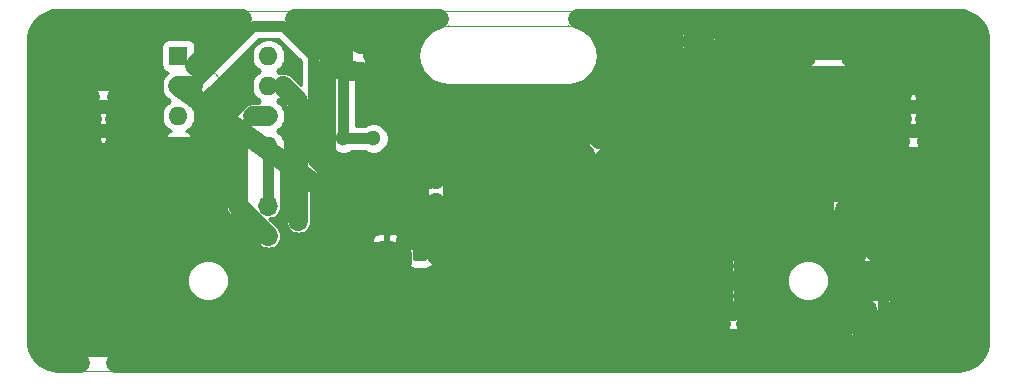
<source format=gbr>
From 54c117b6e8d65e9955a93de95a62e0f9ede7935c Mon Sep 17 00:00:00 2001
From: Blaise Thompson <blaise@untzag.com>
Date: Sun, 24 Jan 2021 22:27:03 -0600
Subject: digital driver prototype

---
 digital-driver/gerber/driver-F_Cu.gbr | 5394 +++++++++++++++++++++++++++++++++
 1 file changed, 5394 insertions(+)
 create mode 100644 digital-driver/gerber/driver-F_Cu.gbr

(limited to 'digital-driver/gerber/driver-F_Cu.gbr')

diff --git a/digital-driver/gerber/driver-F_Cu.gbr b/digital-driver/gerber/driver-F_Cu.gbr
new file mode 100644
index 0000000..d166d21
--- /dev/null
+++ b/digital-driver/gerber/driver-F_Cu.gbr
@@ -0,0 +1,5394 @@
+%TF.GenerationSoftware,KiCad,Pcbnew,5.1.9+dfsg1-1*%
+%TF.CreationDate,2021-01-24T22:19:11-06:00*%
+%TF.ProjectId,driver,64726976-6572-42e6-9b69-6361645f7063,1.0.0*%
+%TF.SameCoordinates,Original*%
+%TF.FileFunction,Copper,L1,Top*%
+%TF.FilePolarity,Positive*%
+%FSLAX46Y46*%
+G04 Gerber Fmt 4.6, Leading zero omitted, Abs format (unit mm)*
+G04 Created by KiCad (PCBNEW 5.1.9+dfsg1-1) date 2021-01-24 22:19:11*
+%MOMM*%
+%LPD*%
+G01*
+G04 APERTURE LIST*
+%TA.AperFunction,Profile*%
+%ADD10C,0.100000*%
+%TD*%
+%TA.AperFunction,SMDPad,CuDef*%
+%ADD11R,2.500000X2.500000*%
+%TD*%
+%TA.AperFunction,ComponentPad*%
+%ADD12O,1.750000X1.200000*%
+%TD*%
+%TA.AperFunction,ComponentPad*%
+%ADD13C,1.300000*%
+%TD*%
+%TA.AperFunction,ComponentPad*%
+%ADD14R,3.500000X3.500000*%
+%TD*%
+%TA.AperFunction,ComponentPad*%
+%ADD15O,1.600000X1.600000*%
+%TD*%
+%TA.AperFunction,ComponentPad*%
+%ADD16R,1.600000X1.600000*%
+%TD*%
+%TA.AperFunction,ComponentPad*%
+%ADD17O,1.700000X1.700000*%
+%TD*%
+%TA.AperFunction,ComponentPad*%
+%ADD18R,1.700000X1.700000*%
+%TD*%
+%TA.AperFunction,ViaPad*%
+%ADD19C,0.800000*%
+%TD*%
+%TA.AperFunction,Conductor*%
+%ADD20C,0.889000*%
+%TD*%
+%TA.AperFunction,Conductor*%
+%ADD21C,0.254000*%
+%TD*%
+%TA.AperFunction,Conductor*%
+%ADD22C,0.100000*%
+%TD*%
+G04 APERTURE END LIST*
+D10*
+X121920000Y-85090000D02*
+G75*
+G02*
+X119380000Y-82550000I0J2540000D01*
+G01*
+X165100000Y-78740000D02*
+X88900000Y-78740000D01*
+X119380000Y-82550000D02*
+G75*
+G02*
+X121920000Y-80010000I2540000J0D01*
+G01*
+X132080000Y-80010000D02*
+G75*
+G02*
+X134620000Y-82550000I0J-2540000D01*
+G01*
+X134620000Y-82550000D02*
+G75*
+G02*
+X132080000Y-85090000I-2540000J0D01*
+G01*
+X132080000Y-80010000D02*
+X121920000Y-80010000D01*
+X132080000Y-85090000D02*
+X121920000Y-85090000D01*
+X165100000Y-109220000D02*
+X88900000Y-109220000D01*
+X86360000Y-81280000D02*
+X86360000Y-106680000D01*
+X167640000Y-106680000D02*
+X167640000Y-81280000D01*
+X86360000Y-81280000D02*
+G75*
+G02*
+X88900000Y-78740000I2540000J0D01*
+G01*
+X88900000Y-109220000D02*
+G75*
+G02*
+X86360000Y-106680000I0J2540000D01*
+G01*
+X167640000Y-106680000D02*
+G75*
+G02*
+X165100000Y-109220000I-2540000J0D01*
+G01*
+X165100000Y-78740000D02*
+G75*
+G02*
+X167640000Y-81280000I0J-2540000D01*
+G01*
+D11*
+%TO.P,PS1,4*%
+%TO.N,Net-(PS1-Pad4)*%
+X154090000Y-81630000D03*
+%TO.P,PS1,3*%
+%TO.N,+5V*%
+X143090000Y-81630000D03*
+%TO.P,PS1,2*%
+%TO.N,GND*%
+X143090000Y-93630000D03*
+%TO.P,PS1,1*%
+%TO.N,+12V*%
+X154090000Y-93630000D03*
+%TD*%
+D12*
+%TO.P,J1,4*%
+%TO.N,GND*%
+X161290000Y-84900000D03*
+%TO.P,J1,3*%
+%TO.N,Net-(J1-Pad3)*%
+X161290000Y-86900000D03*
+%TO.P,J1,2*%
+%TO.N,SDA*%
+X161290000Y-88900000D03*
+%TO.P,J1,1*%
+%TO.N,SCL*%
+%TA.AperFunction,ComponentPad*%
+G36*
+G01*
+X161915001Y-91500000D02*
+X160664999Y-91500000D01*
+G75*
+G02*
+X160415000Y-91250001I0J249999D01*
+G01*
+X160415000Y-90549999D01*
+G75*
+G02*
+X160664999Y-90300000I249999J0D01*
+G01*
+X161915001Y-90300000D01*
+G75*
+G02*
+X162165000Y-90549999I0J-249999D01*
+G01*
+X162165000Y-91250001D01*
+G75*
+G02*
+X161915001Y-91500000I-249999J0D01*
+G01*
+G37*
+%TD.AperFunction*%
+%TD*%
+%TO.P,R5,2*%
+%TO.N,Net-(D1-Pad2)*%
+%TA.AperFunction,SMDPad,CuDef*%
+G36*
+G01*
+X136790000Y-94605000D02*
+X136790000Y-93355000D01*
+G75*
+G02*
+X137040000Y-93105000I250000J0D01*
+G01*
+X137840000Y-93105000D01*
+G75*
+G02*
+X138090000Y-93355000I0J-250000D01*
+G01*
+X138090000Y-94605000D01*
+G75*
+G02*
+X137840000Y-94855000I-250000J0D01*
+G01*
+X137040000Y-94855000D01*
+G75*
+G02*
+X136790000Y-94605000I0J250000D01*
+G01*
+G37*
+%TD.AperFunction*%
+%TO.P,R5,1*%
+%TO.N,+5V*%
+%TA.AperFunction,SMDPad,CuDef*%
+G36*
+G01*
+X133690000Y-94605000D02*
+X133690000Y-93355000D01*
+G75*
+G02*
+X133940000Y-93105000I250000J0D01*
+G01*
+X134740000Y-93105000D01*
+G75*
+G02*
+X134990000Y-93355000I0J-250000D01*
+G01*
+X134990000Y-94605000D01*
+G75*
+G02*
+X134740000Y-94855000I-250000J0D01*
+G01*
+X133940000Y-94855000D01*
+G75*
+G02*
+X133690000Y-94605000I0J250000D01*
+G01*
+G37*
+%TD.AperFunction*%
+%TD*%
+%TO.P,R2,2*%
+%TO.N,Net-(D2-Pad2)*%
+%TA.AperFunction,SMDPad,CuDef*%
+G36*
+G01*
+X119010000Y-94605000D02*
+X119010000Y-93355000D01*
+G75*
+G02*
+X119260000Y-93105000I250000J0D01*
+G01*
+X120060000Y-93105000D01*
+G75*
+G02*
+X120310000Y-93355000I0J-250000D01*
+G01*
+X120310000Y-94605000D01*
+G75*
+G02*
+X120060000Y-94855000I-250000J0D01*
+G01*
+X119260000Y-94855000D01*
+G75*
+G02*
+X119010000Y-94605000I0J250000D01*
+G01*
+G37*
+%TD.AperFunction*%
+%TO.P,R2,1*%
+%TO.N,INDICATOR*%
+%TA.AperFunction,SMDPad,CuDef*%
+G36*
+G01*
+X115910000Y-94605000D02*
+X115910000Y-93355000D01*
+G75*
+G02*
+X116160000Y-93105000I250000J0D01*
+G01*
+X116960000Y-93105000D01*
+G75*
+G02*
+X117210000Y-93355000I0J-250000D01*
+G01*
+X117210000Y-94605000D01*
+G75*
+G02*
+X116960000Y-94855000I-250000J0D01*
+G01*
+X116160000Y-94855000D01*
+G75*
+G02*
+X115910000Y-94605000I0J250000D01*
+G01*
+G37*
+%TD.AperFunction*%
+%TD*%
+%TO.P,C3,2*%
+%TO.N,GND*%
+%TA.AperFunction,SMDPad,CuDef*%
+G36*
+G01*
+X137530000Y-80629999D02*
+X137530000Y-81930001D01*
+G75*
+G02*
+X137280001Y-82180000I-249999J0D01*
+G01*
+X136454999Y-82180000D01*
+G75*
+G02*
+X136205000Y-81930001I0J249999D01*
+G01*
+X136205000Y-80629999D01*
+G75*
+G02*
+X136454999Y-80380000I249999J0D01*
+G01*
+X137280001Y-80380000D01*
+G75*
+G02*
+X137530000Y-80629999I0J-249999D01*
+G01*
+G37*
+%TD.AperFunction*%
+%TO.P,C3,1*%
+%TO.N,+5V*%
+%TA.AperFunction,SMDPad,CuDef*%
+G36*
+G01*
+X140655000Y-80629999D02*
+X140655000Y-81930001D01*
+G75*
+G02*
+X140405001Y-82180000I-249999J0D01*
+G01*
+X139579999Y-82180000D01*
+G75*
+G02*
+X139330000Y-81930001I0J249999D01*
+G01*
+X139330000Y-80629999D01*
+G75*
+G02*
+X139579999Y-80380000I249999J0D01*
+G01*
+X140405001Y-80380000D01*
+G75*
+G02*
+X140655000Y-80629999I0J-249999D01*
+G01*
+G37*
+%TD.AperFunction*%
+%TD*%
+%TO.P,C2,2*%
+%TO.N,+12V*%
+%TA.AperFunction,SMDPad,CuDef*%
+G36*
+G01*
+X154570000Y-107330001D02*
+X154570000Y-106029999D01*
+G75*
+G02*
+X154819999Y-105780000I249999J0D01*
+G01*
+X155645001Y-105780000D01*
+G75*
+G02*
+X155895000Y-106029999I0J-249999D01*
+G01*
+X155895000Y-107330001D01*
+G75*
+G02*
+X155645001Y-107580000I-249999J0D01*
+G01*
+X154819999Y-107580000D01*
+G75*
+G02*
+X154570000Y-107330001I0J249999D01*
+G01*
+G37*
+%TD.AperFunction*%
+%TO.P,C2,1*%
+%TO.N,GND*%
+%TA.AperFunction,SMDPad,CuDef*%
+G36*
+G01*
+X151445000Y-107330001D02*
+X151445000Y-106029999D01*
+G75*
+G02*
+X151694999Y-105780000I249999J0D01*
+G01*
+X152520001Y-105780000D01*
+G75*
+G02*
+X152770000Y-106029999I0J-249999D01*
+G01*
+X152770000Y-107330001D01*
+G75*
+G02*
+X152520001Y-107580000I-249999J0D01*
+G01*
+X151694999Y-107580000D01*
+G75*
+G02*
+X151445000Y-107330001I0J249999D01*
+G01*
+G37*
+%TD.AperFunction*%
+%TD*%
+%TO.P,D1,2*%
+%TO.N,Net-(D1-Pad2)*%
+%TA.AperFunction,SMDPad,CuDef*%
+G36*
+G01*
+X136665000Y-99685000D02*
+X136665000Y-98435000D01*
+G75*
+G02*
+X136915000Y-98185000I250000J0D01*
+G01*
+X137665000Y-98185000D01*
+G75*
+G02*
+X137915000Y-98435000I0J-250000D01*
+G01*
+X137915000Y-99685000D01*
+G75*
+G02*
+X137665000Y-99935000I-250000J0D01*
+G01*
+X136915000Y-99935000D01*
+G75*
+G02*
+X136665000Y-99685000I0J250000D01*
+G01*
+G37*
+%TD.AperFunction*%
+%TO.P,D1,1*%
+%TO.N,GND*%
+%TA.AperFunction,SMDPad,CuDef*%
+G36*
+G01*
+X133865000Y-99685000D02*
+X133865000Y-98435000D01*
+G75*
+G02*
+X134115000Y-98185000I250000J0D01*
+G01*
+X134865000Y-98185000D01*
+G75*
+G02*
+X135115000Y-98435000I0J-250000D01*
+G01*
+X135115000Y-99685000D01*
+G75*
+G02*
+X134865000Y-99935000I-250000J0D01*
+G01*
+X134115000Y-99935000D01*
+G75*
+G02*
+X133865000Y-99685000I0J250000D01*
+G01*
+G37*
+%TD.AperFunction*%
+%TD*%
+D13*
+%TO.P,J6,24*%
+%TO.N,+12V*%
+X140970000Y-89535000D03*
+%TO.P,J6,23*%
+X138430000Y-89535000D03*
+%TO.P,J6,21*%
+%TO.N,PWM_LED*%
+X133350000Y-89535000D03*
+%TO.P,J6,14*%
+%TO.N,Net-(J6-Pad13)*%
+X115570000Y-89535000D03*
+%TO.P,J6,13*%
+X113030000Y-89535000D03*
+%TO.P,J6,12*%
+%TO.N,Net-(J6-Pad11)*%
+X113030000Y-104775000D03*
+%TO.P,J6,11*%
+X115570000Y-104775000D03*
+%TO.P,J6,2*%
+%TO.N,GND*%
+X138430000Y-104775000D03*
+%TO.P,J6,1*%
+X140970000Y-104775000D03*
+%TD*%
+D14*
+%TO.P,J4,1*%
+%TO.N,+12V*%
+X95250000Y-101600000D03*
+%TO.P,J4,2*%
+%TO.N,GND*%
+%TA.AperFunction,ComponentPad*%
+G36*
+G01*
+X87750000Y-102600000D02*
+X87750000Y-100600000D01*
+G75*
+G02*
+X88500000Y-99850000I750000J0D01*
+G01*
+X90000000Y-99850000D01*
+G75*
+G02*
+X90750000Y-100600000I0J-750000D01*
+G01*
+X90750000Y-102600000D01*
+G75*
+G02*
+X90000000Y-103350000I-750000J0D01*
+G01*
+X88500000Y-103350000D01*
+G75*
+G02*
+X87750000Y-102600000I0J750000D01*
+G01*
+G37*
+%TD.AperFunction*%
+%TO.P,J4,3*%
+%TO.N,N/C*%
+%TA.AperFunction,ComponentPad*%
+G36*
+G01*
+X90500000Y-107175000D02*
+X90500000Y-105425000D01*
+G75*
+G02*
+X91375000Y-104550000I875000J0D01*
+G01*
+X93125000Y-104550000D01*
+G75*
+G02*
+X94000000Y-105425000I0J-875000D01*
+G01*
+X94000000Y-107175000D01*
+G75*
+G02*
+X93125000Y-108050000I-875000J0D01*
+G01*
+X91375000Y-108050000D01*
+G75*
+G02*
+X90500000Y-107175000I0J875000D01*
+G01*
+G37*
+%TD.AperFunction*%
+%TD*%
+%TO.P,J3,3*%
+%TO.N,N/C*%
+%TA.AperFunction,ComponentPad*%
+G36*
+G01*
+X163500000Y-96025000D02*
+X163500000Y-97775000D01*
+G75*
+G02*
+X162625000Y-98650000I-875000J0D01*
+G01*
+X160875000Y-98650000D01*
+G75*
+G02*
+X160000000Y-97775000I0J875000D01*
+G01*
+X160000000Y-96025000D01*
+G75*
+G02*
+X160875000Y-95150000I875000J0D01*
+G01*
+X162625000Y-95150000D01*
+G75*
+G02*
+X163500000Y-96025000I0J-875000D01*
+G01*
+G37*
+%TD.AperFunction*%
+%TO.P,J3,2*%
+%TO.N,GND*%
+%TA.AperFunction,ComponentPad*%
+G36*
+G01*
+X166250000Y-100600000D02*
+X166250000Y-102600000D01*
+G75*
+G02*
+X165500000Y-103350000I-750000J0D01*
+G01*
+X164000000Y-103350000D01*
+G75*
+G02*
+X163250000Y-102600000I0J750000D01*
+G01*
+X163250000Y-100600000D01*
+G75*
+G02*
+X164000000Y-99850000I750000J0D01*
+G01*
+X165500000Y-99850000D01*
+G75*
+G02*
+X166250000Y-100600000I0J-750000D01*
+G01*
+G37*
+%TD.AperFunction*%
+%TO.P,J3,1*%
+%TO.N,+12V*%
+X158750000Y-101600000D03*
+%TD*%
+%TO.P,D2,2*%
+%TO.N,Net-(D2-Pad2)*%
+%TA.AperFunction,SMDPad,CuDef*%
+G36*
+G01*
+X118885000Y-99685000D02*
+X118885000Y-98435000D01*
+G75*
+G02*
+X119135000Y-98185000I250000J0D01*
+G01*
+X119885000Y-98185000D01*
+G75*
+G02*
+X120135000Y-98435000I0J-250000D01*
+G01*
+X120135000Y-99685000D01*
+G75*
+G02*
+X119885000Y-99935000I-250000J0D01*
+G01*
+X119135000Y-99935000D01*
+G75*
+G02*
+X118885000Y-99685000I0J250000D01*
+G01*
+G37*
+%TD.AperFunction*%
+%TO.P,D2,1*%
+%TO.N,GND*%
+%TA.AperFunction,SMDPad,CuDef*%
+G36*
+G01*
+X116085000Y-99685000D02*
+X116085000Y-98435000D01*
+G75*
+G02*
+X116335000Y-98185000I250000J0D01*
+G01*
+X117085000Y-98185000D01*
+G75*
+G02*
+X117335000Y-98435000I0J-250000D01*
+G01*
+X117335000Y-99685000D01*
+G75*
+G02*
+X117085000Y-99935000I-250000J0D01*
+G01*
+X116335000Y-99935000D01*
+G75*
+G02*
+X116085000Y-99685000I0J250000D01*
+G01*
+G37*
+%TD.AperFunction*%
+%TD*%
+D12*
+%TO.P,J2,4*%
+%TO.N,GND*%
+X92710000Y-90900000D03*
+%TO.P,J2,3*%
+%TO.N,Net-(J1-Pad3)*%
+X92710000Y-88900000D03*
+%TO.P,J2,2*%
+%TO.N,SDA*%
+X92710000Y-86900000D03*
+%TO.P,J2,1*%
+%TO.N,SCL*%
+%TA.AperFunction,ComponentPad*%
+G36*
+G01*
+X92084999Y-84300000D02*
+X93335001Y-84300000D01*
+G75*
+G02*
+X93585000Y-84549999I0J-249999D01*
+G01*
+X93585000Y-85250001D01*
+G75*
+G02*
+X93335001Y-85500000I-249999J0D01*
+G01*
+X92084999Y-85500000D01*
+G75*
+G02*
+X91835000Y-85250001I0J249999D01*
+G01*
+X91835000Y-84549999D01*
+G75*
+G02*
+X92084999Y-84300000I249999J0D01*
+G01*
+G37*
+%TD.AperFunction*%
+%TD*%
+D15*
+%TO.P,U1,8*%
+%TO.N,+5V*%
+X106680000Y-82550000D03*
+%TO.P,U1,4*%
+%TO.N,GND*%
+X99060000Y-90170000D03*
+%TO.P,U1,7*%
+%TO.N,SCL*%
+X106680000Y-85090000D03*
+%TO.P,U1,3*%
+%TO.N,PWM_LED*%
+X99060000Y-87630000D03*
+%TO.P,U1,6*%
+%TO.N,PWM_FAN*%
+X106680000Y-87630000D03*
+%TO.P,U1,2*%
+%TO.N,INDICATOR*%
+X99060000Y-85090000D03*
+%TO.P,U1,5*%
+%TO.N,SDA*%
+X106680000Y-90170000D03*
+D16*
+%TO.P,U1,1*%
+%TO.N,Net-(R3-Pad2)*%
+X99060000Y-82550000D03*
+%TD*%
+D17*
+%TO.P,J5,4*%
+%TO.N,PWM_FAN*%
+X146050000Y-99060000D03*
+%TO.P,J5,3*%
+%TO.N,Net-(J5-Pad3)*%
+X146050000Y-101600000D03*
+%TO.P,J5,2*%
+%TO.N,+12V*%
+X146050000Y-104140000D03*
+D18*
+%TO.P,J5,1*%
+%TO.N,GND*%
+X146050000Y-106680000D03*
+%TD*%
+%TO.P,J7,1*%
+%TO.N,Net-(J6-Pad13)*%
+X113030000Y-82550000D03*
+D17*
+%TO.P,J7,2*%
+%TO.N,Net-(J6-Pad11)*%
+X115570000Y-82550000D03*
+%TD*%
+D19*
+%TO.N,+5V*%
+X135890000Y-87630000D03*
+X157480000Y-92710000D03*
+X157480000Y-85090000D03*
+%TO.N,SDA*%
+X106680000Y-95250000D03*
+%TO.N,SCL*%
+X109220000Y-96520000D03*
+%TO.N,PWM_FAN*%
+X106680000Y-97790000D03*
+%TO.N,Net-(J6-Pad11)*%
+X121920000Y-99060000D03*
+%TD*%
+D20*
+%TO.N,+12V*%
+X158750000Y-101600000D02*
+X158750000Y-102870000D01*
+X155232500Y-106680000D02*
+X156210000Y-106680000D01*
+X158750000Y-104140000D02*
+X158750000Y-101600000D01*
+X156210000Y-106680000D02*
+X158750000Y-104140000D01*
+X154090000Y-93630000D02*
+X154090000Y-95670000D01*
+X158750000Y-100330000D02*
+X158750000Y-101600000D01*
+X154090000Y-95670000D02*
+X158750000Y-100330000D01*
+X138430000Y-89535000D02*
+X140970000Y-89535000D01*
+X149995000Y-89535000D02*
+X154090000Y-93630000D01*
+X140970000Y-89535000D02*
+X149995000Y-89535000D01*
+%TO.N,+5V*%
+X142740000Y-81280000D02*
+X143090000Y-81630000D01*
+X139992500Y-81280000D02*
+X142740000Y-81280000D01*
+X139992500Y-83527500D02*
+X139992500Y-81280000D01*
+X135890000Y-89891258D02*
+X135890000Y-87630000D01*
+X134340000Y-91441258D02*
+X135890000Y-89891258D01*
+X134340000Y-93980000D02*
+X134340000Y-91441258D01*
+X135890000Y-87630000D02*
+X137160000Y-86360000D01*
+X137160000Y-86360000D02*
+X139992500Y-83527500D01*
+X143090000Y-81630000D02*
+X147670000Y-81630000D01*
+X147670000Y-81630000D02*
+X148940000Y-81630000D01*
+X148940000Y-81630000D02*
+X151130000Y-83820000D01*
+X151130000Y-83820000D02*
+X156210000Y-83820000D01*
+X156210000Y-83820000D02*
+X157480000Y-85090000D01*
+X157480000Y-85090000D02*
+X157480000Y-92710000D01*
+%TO.N,SDA*%
+X106680000Y-90170000D02*
+X106680000Y-95250000D01*
+%TO.N,SCL*%
+X106680000Y-85090000D02*
+X107950000Y-85090000D01*
+X109220000Y-86360000D02*
+X109220000Y-96520000D01*
+X107950000Y-85090000D02*
+X109220000Y-86360000D01*
+%TO.N,PWM_FAN*%
+X106680000Y-87630000D02*
+X105410000Y-87630000D01*
+X105410000Y-87630000D02*
+X104140000Y-88900000D01*
+X104140000Y-88900000D02*
+X104140000Y-95250000D01*
+X104140000Y-95250000D02*
+X106680000Y-97790000D01*
+%TO.N,INDICATOR*%
+X100330000Y-85090000D02*
+X99060000Y-85090000D01*
+X105410000Y-80010000D02*
+X100330000Y-85090000D01*
+X107950000Y-80010000D02*
+X105410000Y-80010000D01*
+X110490000Y-91440000D02*
+X110490000Y-82550000D01*
+X113030000Y-93980000D02*
+X110490000Y-91440000D01*
+X110490000Y-82550000D02*
+X107950000Y-80010000D01*
+X116560000Y-93980000D02*
+X113030000Y-93980000D01*
+%TO.N,Net-(D1-Pad2)*%
+X137290000Y-94130000D02*
+X137440000Y-93980000D01*
+X137290000Y-99060000D02*
+X137290000Y-94130000D01*
+%TO.N,Net-(D2-Pad2)*%
+X119510000Y-94130000D02*
+X119660000Y-93980000D01*
+X119510000Y-99060000D02*
+X119510000Y-94130000D01*
+%TO.N,Net-(J6-Pad13)*%
+X115570000Y-89535000D02*
+X113030000Y-89535000D01*
+X113030000Y-82550000D02*
+X113030000Y-89535000D01*
+%TO.N,Net-(J6-Pad11)*%
+X115570000Y-82550000D02*
+X121920000Y-88900000D01*
+X121920000Y-88900000D02*
+X121920000Y-99060000D01*
+%TD*%
+D21*
+%TO.N,GND*%
+X100493125Y-83400233D02*
+X100498072Y-83350000D01*
+X100498072Y-81750000D01*
+X100485812Y-81625518D01*
+X100449502Y-81505820D01*
+X100390537Y-81395506D01*
+X100311185Y-81298815D01*
+X100214494Y-81219463D01*
+X100104180Y-81160498D01*
+X99984482Y-81124188D01*
+X99860000Y-81111928D01*
+X98260000Y-81111928D01*
+X98135518Y-81124188D01*
+X98015820Y-81160498D01*
+X97905506Y-81219463D01*
+X97808815Y-81298815D01*
+X97729463Y-81395506D01*
+X97670498Y-81505820D01*
+X97634188Y-81625518D01*
+X97621928Y-81750000D01*
+X97621928Y-83350000D01*
+X97634188Y-83474482D01*
+X97670498Y-83594180D01*
+X97729463Y-83704494D01*
+X97808815Y-83801185D01*
+X97905506Y-83880537D01*
+X98015820Y-83939502D01*
+X98135518Y-83975812D01*
+X98143961Y-83976643D01*
+X97945363Y-84175241D01*
+X97788320Y-84410273D01*
+X97680147Y-84671426D01*
+X97625000Y-84948665D01*
+X97625000Y-85231335D01*
+X97680147Y-85508574D01*
+X97788320Y-85769727D01*
+X97945363Y-86004759D01*
+X98145241Y-86204637D01*
+X98377759Y-86360000D01*
+X98145241Y-86515363D01*
+X97945363Y-86715241D01*
+X97788320Y-86950273D01*
+X97680147Y-87211426D01*
+X97625000Y-87488665D01*
+X97625000Y-87771335D01*
+X97680147Y-88048574D01*
+X97788320Y-88309727D01*
+X97945363Y-88544759D01*
+X98145241Y-88744637D01*
+X98380273Y-88901680D01*
+X98390865Y-88906067D01*
+X98204869Y-89017615D01*
+X97996481Y-89206586D01*
+X97828963Y-89432580D01*
+X97708754Y-89686913D01*
+X97668096Y-89820961D01*
+X97790085Y-90043000D01*
+X98933000Y-90043000D01*
+X98933000Y-90023000D01*
+X99187000Y-90023000D01*
+X99187000Y-90043000D01*
+X100329915Y-90043000D01*
+X100451904Y-89820961D01*
+X100411246Y-89686913D01*
+X100291037Y-89432580D01*
+X100123519Y-89206586D01*
+X99915131Y-89017615D01*
+X99729135Y-88906067D01*
+X99739727Y-88901680D01*
+X99974759Y-88744637D01*
+X100174637Y-88544759D01*
+X100331680Y-88309727D01*
+X100439853Y-88048574D01*
+X100495000Y-87771335D01*
+X100495000Y-87488665D01*
+X100439853Y-87211426D01*
+X100331680Y-86950273D01*
+X100174637Y-86715241D01*
+X99974759Y-86515363D01*
+X99742241Y-86360000D01*
+X99974759Y-86204637D01*
+X100009896Y-86169500D01*
+X100276971Y-86169500D01*
+X100330000Y-86174723D01*
+X100383029Y-86169500D01*
+X100541619Y-86153880D01*
+X100745106Y-86092153D01*
+X100932640Y-85991914D01*
+X101097015Y-85857015D01*
+X101130827Y-85815815D01*
+X105857144Y-81089500D01*
+X107502858Y-81089500D01*
+X109410501Y-82997144D01*
+X109410501Y-85023858D01*
+X108750826Y-84364184D01*
+X108717015Y-84322985D01*
+X108552640Y-84188086D01*
+X108365106Y-84087847D01*
+X108161619Y-84026120D01*
+X108003029Y-84010500D01*
+X107950000Y-84005277D01*
+X107896971Y-84010500D01*
+X107629896Y-84010500D01*
+X107594759Y-83975363D01*
+X107362241Y-83820000D01*
+X107594759Y-83664637D01*
+X107794637Y-83464759D01*
+X107951680Y-83229727D01*
+X108059853Y-82968574D01*
+X108115000Y-82691335D01*
+X108115000Y-82408665D01*
+X108059853Y-82131426D01*
+X107951680Y-81870273D01*
+X107794637Y-81635241D01*
+X107594759Y-81435363D01*
+X107359727Y-81278320D01*
+X107098574Y-81170147D01*
+X106821335Y-81115000D01*
+X106538665Y-81115000D01*
+X106261426Y-81170147D01*
+X106000273Y-81278320D01*
+X105765241Y-81435363D01*
+X105565363Y-81635241D01*
+X105408320Y-81870273D01*
+X105300147Y-82131426D01*
+X105245000Y-82408665D01*
+X105245000Y-82691335D01*
+X105300147Y-82968574D01*
+X105408320Y-83229727D01*
+X105565363Y-83464759D01*
+X105765241Y-83664637D01*
+X105997759Y-83820000D01*
+X105765241Y-83975363D01*
+X105565363Y-84175241D01*
+X105408320Y-84410273D01*
+X105300147Y-84671426D01*
+X105245000Y-84948665D01*
+X105245000Y-85231335D01*
+X105300147Y-85508574D01*
+X105408320Y-85769727D01*
+X105565363Y-86004759D01*
+X105765241Y-86204637D01*
+X105997759Y-86360000D01*
+X105765241Y-86515363D01*
+X105730104Y-86550500D01*
+X105463021Y-86550500D01*
+X105409999Y-86545278D01*
+X105356978Y-86550500D01*
+X105356971Y-86550500D01*
+X105198381Y-86566120D01*
+X104994894Y-86627847D01*
+X104807360Y-86728086D01*
+X104642985Y-86862985D01*
+X104609178Y-86904179D01*
+X103414184Y-88099174D01*
+X103372985Y-88132985D01*
+X103238086Y-88297360D01*
+X103137847Y-88484895D01*
+X103118946Y-88547205D01*
+X103076120Y-88688382D01*
+X103055277Y-88900000D01*
+X103060500Y-88953029D01*
+X103060501Y-95196961D01*
+X103055277Y-95250000D01*
+X103076120Y-95461618D01*
+X103118946Y-95602795D01*
+X103137848Y-95665106D01*
+X103238087Y-95852640D01*
+X103372986Y-96017015D01*
+X103414180Y-96050822D01*
+X105954175Y-98590818D01*
+X106077360Y-98691913D01*
+X106264894Y-98792153D01*
+X106468381Y-98853880D01*
+X106679999Y-98874722D01*
+X106891618Y-98853880D01*
+X107095104Y-98792153D01*
+X107282639Y-98691913D01*
+X107447014Y-98557014D01*
+X107581913Y-98392639D01*
+X107682153Y-98205104D01*
+X107688251Y-98185000D01*
+X115446928Y-98185000D01*
+X115450000Y-98774250D01*
+X115608750Y-98933000D01*
+X116583000Y-98933000D01*
+X116583000Y-97708750D01*
+X116837000Y-97708750D01*
+X116837000Y-98933000D01*
+X117811250Y-98933000D01*
+X117970000Y-98774250D01*
+X117973072Y-98185000D01*
+X117960812Y-98060518D01*
+X117924502Y-97940820D01*
+X117865537Y-97830506D01*
+X117786185Y-97733815D01*
+X117689494Y-97654463D01*
+X117579180Y-97595498D01*
+X117459482Y-97559188D01*
+X117335000Y-97546928D01*
+X116995750Y-97550000D01*
+X116837000Y-97708750D01*
+X116583000Y-97708750D01*
+X116424250Y-97550000D01*
+X116085000Y-97546928D01*
+X115960518Y-97559188D01*
+X115840820Y-97595498D01*
+X115730506Y-97654463D01*
+X115633815Y-97733815D01*
+X115554463Y-97830506D01*
+X115495498Y-97940820D01*
+X115459188Y-98060518D01*
+X115446928Y-98185000D01*
+X107688251Y-98185000D01*
+X107743880Y-98001618D01*
+X107764722Y-97789999D01*
+X107743880Y-97578381D01*
+X107682153Y-97374894D01*
+X107581913Y-97187360D01*
+X107480818Y-97064175D01*
+X106744967Y-96328324D01*
+X106891619Y-96313880D01*
+X107095106Y-96252153D01*
+X107282640Y-96151914D01*
+X107447015Y-96017015D01*
+X107581914Y-95852640D01*
+X107682153Y-95665106D01*
+X107743880Y-95461619D01*
+X107759500Y-95303029D01*
+X107759500Y-91119896D01*
+X107794637Y-91084759D01*
+X107951680Y-90849727D01*
+X108059853Y-90588574D01*
+X108115000Y-90311335D01*
+X108115000Y-90028665D01*
+X108059853Y-89751426D01*
+X107951680Y-89490273D01*
+X107794637Y-89255241D01*
+X107594759Y-89055363D01*
+X107362241Y-88900000D01*
+X107594759Y-88744637D01*
+X107794637Y-88544759D01*
+X107951680Y-88309727D01*
+X108059853Y-88048574D01*
+X108115000Y-87771335D01*
+X108115000Y-87488665D01*
+X108059853Y-87211426D01*
+X107951680Y-86950273D01*
+X107794637Y-86715241D01*
+X107594759Y-86515363D01*
+X107362241Y-86360000D01*
+X107560731Y-86227374D01*
+X108140500Y-86807143D01*
+X108140501Y-96573029D01*
+X108156121Y-96731619D01*
+X108217848Y-96935106D01*
+X108318087Y-97122640D01*
+X108452986Y-97287015D01*
+X108617361Y-97421914D01*
+X108804895Y-97522153D01*
+X109008382Y-97583880D01*
+X109220000Y-97604723D01*
+X109431619Y-97583880D01*
+X109635106Y-97522153D01*
+X109822640Y-97421914D01*
+X109987015Y-97287015D01*
+X110121914Y-97122640D01*
+X110222153Y-96935106D01*
+X110283880Y-96731619D01*
+X110299500Y-96573029D01*
+X110299500Y-92776142D01*
+X112229178Y-94705821D01*
+X112262985Y-94747015D01*
+X112427360Y-94881914D01*
+X112614894Y-94982153D01*
+X112818381Y-95043880D01*
+X112976971Y-95059500D01*
+X112976978Y-95059500D01*
+X113029999Y-95064722D01*
+X113083021Y-95059500D01*
+X115400810Y-95059500D01*
+X115421595Y-95098386D01*
+X115532038Y-95232962D01*
+X115666614Y-95343405D01*
+X115820150Y-95425472D01*
+X115986746Y-95476008D01*
+X116160000Y-95493072D01*
+X116960000Y-95493072D01*
+X117133254Y-95476008D01*
+X117299850Y-95425472D01*
+X117453386Y-95343405D01*
+X117587962Y-95232962D01*
+X117698405Y-95098386D01*
+X117780472Y-94944850D01*
+X117831008Y-94778254D01*
+X117848072Y-94605000D01*
+X117848072Y-93355000D01*
+X117831008Y-93181746D01*
+X117780472Y-93015150D01*
+X117698405Y-92861614D01*
+X117587962Y-92727038D01*
+X117453386Y-92616595D01*
+X117299850Y-92534528D01*
+X117133254Y-92483992D01*
+X116960000Y-92466928D01*
+X116160000Y-92466928D01*
+X115986746Y-92483992D01*
+X115820150Y-92534528D01*
+X115666614Y-92616595D01*
+X115532038Y-92727038D01*
+X115421595Y-92861614D01*
+X115400810Y-92900500D01*
+X113477143Y-92900500D01*
+X111569500Y-90992858D01*
+X111569500Y-83574959D01*
+X111590498Y-83644180D01*
+X111649463Y-83754494D01*
+X111728815Y-83851185D01*
+X111825506Y-83930537D01*
+X111935820Y-83989502D01*
+X111950500Y-83993955D01*
+X111950501Y-88837645D01*
+X111891247Y-88926324D01*
+X111794381Y-89160179D01*
+X111745000Y-89408439D01*
+X111745000Y-89661561D01*
+X111794381Y-89909821D01*
+X111891247Y-90143676D01*
+X112031875Y-90354140D01*
+X112210860Y-90533125D01*
+X112421324Y-90673753D01*
+X112655179Y-90770619D01*
+X112903439Y-90820000D01*
+X113156561Y-90820000D01*
+X113404821Y-90770619D01*
+X113638676Y-90673753D01*
+X113727354Y-90614500D01*
+X114872646Y-90614500D01*
+X114961324Y-90673753D01*
+X115195179Y-90770619D01*
+X115443439Y-90820000D01*
+X115696561Y-90820000D01*
+X115944821Y-90770619D01*
+X116178676Y-90673753D01*
+X116389140Y-90533125D01*
+X116568125Y-90354140D01*
+X116708753Y-90143676D01*
+X116805619Y-89909821D01*
+X116855000Y-89661561D01*
+X116855000Y-89408439D01*
+X116805619Y-89160179D01*
+X116708753Y-88926324D01*
+X116568125Y-88715860D01*
+X116389140Y-88536875D01*
+X116178676Y-88396247D01*
+X115944821Y-88299381D01*
+X115696561Y-88250000D01*
+X115443439Y-88250000D01*
+X115195179Y-88299381D01*
+X114961324Y-88396247D01*
+X114872646Y-88455500D01*
+X114109500Y-88455500D01*
+X114109500Y-83993955D01*
+X114124180Y-83989502D01*
+X114234494Y-83930537D01*
+X114331185Y-83851185D01*
+X114410537Y-83754494D01*
+X114469502Y-83644180D01*
+X114491513Y-83571620D01*
+X114623368Y-83703475D01*
+X114866589Y-83865990D01*
+X115136842Y-83977932D01*
+X115423740Y-84035000D01*
+X115528358Y-84035000D01*
+X120840500Y-89347143D01*
+X120840500Y-92940369D01*
+X120798405Y-92861614D01*
+X120687962Y-92727038D01*
+X120553386Y-92616595D01*
+X120399850Y-92534528D01*
+X120233254Y-92483992D01*
+X120060000Y-92466928D01*
+X119260000Y-92466928D01*
+X119086746Y-92483992D01*
+X118920150Y-92534528D01*
+X118766614Y-92616595D01*
+X118632038Y-92727038D01*
+X118521595Y-92861614D01*
+X118439528Y-93015150D01*
+X118388992Y-93181746D01*
+X118371928Y-93355000D01*
+X118371928Y-94605000D01*
+X118388992Y-94778254D01*
+X118430501Y-94915091D01*
+X118430500Y-97900300D01*
+X118396595Y-97941614D01*
+X118314528Y-98095150D01*
+X118263992Y-98261746D01*
+X118246928Y-98435000D01*
+X118246928Y-99685000D01*
+X118263992Y-99858254D01*
+X118314528Y-100024850D01*
+X118396595Y-100178386D01*
+X118507038Y-100312962D01*
+X118641614Y-100423405D01*
+X118795150Y-100505472D01*
+X118961746Y-100556008D01*
+X119135000Y-100573072D01*
+X119885000Y-100573072D01*
+X120058254Y-100556008D01*
+X120224850Y-100505472D01*
+X120378386Y-100423405D01*
+X120512962Y-100312962D01*
+X120623405Y-100178386D01*
+X120705472Y-100024850D01*
+X120756008Y-99858254D01*
+X120773072Y-99685000D01*
+X120773072Y-98435000D01*
+X120756008Y-98261746D01*
+X120705472Y-98095150D01*
+X120623405Y-97941614D01*
+X120589500Y-97900300D01*
+X120589500Y-95313767D01*
+X120687962Y-95232962D01*
+X120798405Y-95098386D01*
+X120840501Y-95019631D01*
+X120840501Y-99113029D01*
+X120856121Y-99271619D01*
+X120917848Y-99475106D01*
+X121018087Y-99662640D01*
+X121152986Y-99827015D01*
+X121317361Y-99961914D01*
+X121504895Y-100062153D01*
+X121708382Y-100123880D01*
+X121920000Y-100144723D01*
+X122131619Y-100123880D01*
+X122335106Y-100062153D01*
+X122522640Y-99961914D01*
+X122555434Y-99935000D01*
+X133226928Y-99935000D01*
+X133239188Y-100059482D01*
+X133275498Y-100179180D01*
+X133334463Y-100289494D01*
+X133413815Y-100386185D01*
+X133510506Y-100465537D01*
+X133620820Y-100524502D01*
+X133740518Y-100560812D01*
+X133865000Y-100573072D01*
+X134204250Y-100570000D01*
+X134363000Y-100411250D01*
+X134363000Y-99187000D01*
+X134617000Y-99187000D01*
+X134617000Y-100411250D01*
+X134775750Y-100570000D01*
+X135115000Y-100573072D01*
+X135239482Y-100560812D01*
+X135359180Y-100524502D01*
+X135469494Y-100465537D01*
+X135566185Y-100386185D01*
+X135645537Y-100289494D01*
+X135704502Y-100179180D01*
+X135740812Y-100059482D01*
+X135753072Y-99935000D01*
+X135750000Y-99345750D01*
+X135591250Y-99187000D01*
+X134617000Y-99187000D01*
+X134363000Y-99187000D01*
+X133388750Y-99187000D01*
+X133230000Y-99345750D01*
+X133226928Y-99935000D01*
+X122555434Y-99935000D01*
+X122687015Y-99827015D01*
+X122821914Y-99662640D01*
+X122922153Y-99475106D01*
+X122983880Y-99271619D01*
+X122999500Y-99113029D01*
+X122999500Y-98185000D01*
+X133226928Y-98185000D01*
+X133230000Y-98774250D01*
+X133388750Y-98933000D01*
+X134363000Y-98933000D01*
+X134363000Y-97708750D01*
+X134617000Y-97708750D01*
+X134617000Y-98933000D01*
+X135591250Y-98933000D01*
+X135750000Y-98774250D01*
+X135751768Y-98435000D01*
+X136026928Y-98435000D01*
+X136026928Y-99685000D01*
+X136043992Y-99858254D01*
+X136094528Y-100024850D01*
+X136176595Y-100178386D01*
+X136287038Y-100312962D01*
+X136421614Y-100423405D01*
+X136575150Y-100505472D01*
+X136741746Y-100556008D01*
+X136915000Y-100573072D01*
+X137665000Y-100573072D01*
+X137838254Y-100556008D01*
+X138004850Y-100505472D01*
+X138158386Y-100423405D01*
+X138292962Y-100312962D01*
+X138403405Y-100178386D01*
+X138485472Y-100024850D01*
+X138536008Y-99858254D01*
+X138553072Y-99685000D01*
+X138553072Y-98435000D01*
+X138536008Y-98261746D01*
+X138485472Y-98095150D01*
+X138403405Y-97941614D01*
+X138369500Y-97900300D01*
+X138369500Y-95313767D01*
+X138467962Y-95232962D01*
+X138578405Y-95098386D01*
+X138660472Y-94944850D01*
+X138680143Y-94880000D01*
+X141201928Y-94880000D01*
+X141214188Y-95004482D01*
+X141250498Y-95124180D01*
+X141309463Y-95234494D01*
+X141388815Y-95331185D01*
+X141485506Y-95410537D01*
+X141595820Y-95469502D01*
+X141715518Y-95505812D01*
+X141840000Y-95518072D01*
+X142804250Y-95515000D01*
+X142963000Y-95356250D01*
+X142963000Y-93757000D01*
+X143217000Y-93757000D01*
+X143217000Y-95356250D01*
+X143375750Y-95515000D01*
+X144340000Y-95518072D01*
+X144464482Y-95505812D01*
+X144584180Y-95469502D01*
+X144694494Y-95410537D01*
+X144791185Y-95331185D01*
+X144870537Y-95234494D01*
+X144929502Y-95124180D01*
+X144965812Y-95004482D01*
+X144978072Y-94880000D01*
+X144975000Y-93915750D01*
+X144816250Y-93757000D01*
+X143217000Y-93757000D01*
+X142963000Y-93757000D01*
+X141363750Y-93757000D01*
+X141205000Y-93915750D01*
+X141201928Y-94880000D01*
+X138680143Y-94880000D01*
+X138711008Y-94778254D01*
+X138728072Y-94605000D01*
+X138728072Y-93355000D01*
+X138711008Y-93181746D01*
+X138660472Y-93015150D01*
+X138578405Y-92861614D01*
+X138467962Y-92727038D01*
+X138333386Y-92616595D01*
+X138179850Y-92534528D01*
+X138013254Y-92483992D01*
+X137840000Y-92466928D01*
+X137040000Y-92466928D01*
+X136866746Y-92483992D01*
+X136700150Y-92534528D01*
+X136546614Y-92616595D01*
+X136412038Y-92727038D01*
+X136301595Y-92861614D01*
+X136219528Y-93015150D01*
+X136168992Y-93181746D01*
+X136151928Y-93355000D01*
+X136151928Y-94605000D01*
+X136168992Y-94778254D01*
+X136210501Y-94915091D01*
+X136210500Y-97900300D01*
+X136176595Y-97941614D01*
+X136094528Y-98095150D01*
+X136043992Y-98261746D01*
+X136026928Y-98435000D01*
+X135751768Y-98435000D01*
+X135753072Y-98185000D01*
+X135740812Y-98060518D01*
+X135704502Y-97940820D01*
+X135645537Y-97830506D01*
+X135566185Y-97733815D01*
+X135469494Y-97654463D01*
+X135359180Y-97595498D01*
+X135239482Y-97559188D01*
+X135115000Y-97546928D01*
+X134775750Y-97550000D01*
+X134617000Y-97708750D01*
+X134363000Y-97708750D01*
+X134204250Y-97550000D01*
+X133865000Y-97546928D01*
+X133740518Y-97559188D01*
+X133620820Y-97595498D01*
+X133510506Y-97654463D01*
+X133413815Y-97733815D01*
+X133334463Y-97830506D01*
+X133275498Y-97940820D01*
+X133239188Y-98060518D01*
+X133226928Y-98185000D01*
+X122999500Y-98185000D01*
+X122999500Y-89408439D01*
+X132065000Y-89408439D01*
+X132065000Y-89661561D01*
+X132114381Y-89909821D01*
+X132211247Y-90143676D01*
+X132351875Y-90354140D01*
+X132530860Y-90533125D01*
+X132741324Y-90673753D01*
+X132975179Y-90770619D01*
+X133223439Y-90820000D01*
+X133453366Y-90820000D01*
+X133438087Y-90838618D01*
+X133408800Y-90893411D01*
+X133337847Y-91026154D01*
+X133276120Y-91229640D01*
+X133255277Y-91441258D01*
+X133260501Y-91494297D01*
+X133260500Y-92789837D01*
+X133201595Y-92861614D01*
+X133119528Y-93015150D01*
+X133068992Y-93181746D01*
+X133051928Y-93355000D01*
+X133051928Y-94605000D01*
+X133068992Y-94778254D01*
+X133119528Y-94944850D01*
+X133201595Y-95098386D01*
+X133312038Y-95232962D01*
+X133446614Y-95343405D01*
+X133600150Y-95425472D01*
+X133766746Y-95476008D01*
+X133940000Y-95493072D01*
+X134740000Y-95493072D01*
+X134913254Y-95476008D01*
+X135079850Y-95425472D01*
+X135233386Y-95343405D01*
+X135367962Y-95232962D01*
+X135478405Y-95098386D01*
+X135560472Y-94944850D01*
+X135611008Y-94778254D01*
+X135628072Y-94605000D01*
+X135628072Y-93355000D01*
+X135611008Y-93181746D01*
+X135560472Y-93015150D01*
+X135478405Y-92861614D01*
+X135419500Y-92789838D01*
+X135419500Y-92380000D01*
+X141201928Y-92380000D01*
+X141205000Y-93344250D01*
+X141363750Y-93503000D01*
+X142963000Y-93503000D01*
+X142963000Y-91903750D01*
+X143217000Y-91903750D01*
+X143217000Y-93503000D01*
+X144816250Y-93503000D01*
+X144975000Y-93344250D01*
+X144978072Y-92380000D01*
+X144965812Y-92255518D01*
+X144929502Y-92135820D01*
+X144870537Y-92025506D01*
+X144791185Y-91928815D01*
+X144694494Y-91849463D01*
+X144584180Y-91790498D01*
+X144464482Y-91754188D01*
+X144340000Y-91741928D01*
+X143375750Y-91745000D01*
+X143217000Y-91903750D01*
+X142963000Y-91903750D01*
+X142804250Y-91745000D01*
+X141840000Y-91741928D01*
+X141715518Y-91754188D01*
+X141595820Y-91790498D01*
+X141485506Y-91849463D01*
+X141388815Y-91928815D01*
+X141309463Y-92025506D01*
+X141250498Y-92135820D01*
+X141214188Y-92255518D01*
+X141201928Y-92380000D01*
+X135419500Y-92380000D01*
+X135419500Y-91888400D01*
+X136615821Y-90692080D01*
+X136657015Y-90658273D01*
+X136791914Y-90493898D01*
+X136892153Y-90306364D01*
+X136953880Y-90102877D01*
+X136965517Y-89984723D01*
+X136974723Y-89891259D01*
+X136969500Y-89838230D01*
+X136969500Y-89408439D01*
+X137145000Y-89408439D01*
+X137145000Y-89661561D01*
+X137194381Y-89909821D01*
+X137291247Y-90143676D01*
+X137431875Y-90354140D01*
+X137610860Y-90533125D01*
+X137821324Y-90673753D01*
+X138055179Y-90770619D01*
+X138303439Y-90820000D01*
+X138556561Y-90820000D01*
+X138804821Y-90770619D01*
+X139038676Y-90673753D01*
+X139127354Y-90614500D01*
+X140272646Y-90614500D01*
+X140361324Y-90673753D01*
+X140595179Y-90770619D01*
+X140843439Y-90820000D01*
+X141096561Y-90820000D01*
+X141344821Y-90770619D01*
+X141578676Y-90673753D01*
+X141667354Y-90614500D01*
+X149547858Y-90614500D01*
+X152201928Y-93268571D01*
+X152201928Y-94880000D01*
+X152214188Y-95004482D01*
+X152250498Y-95124180D01*
+X152309463Y-95234494D01*
+X152388815Y-95331185D01*
+X152485506Y-95410537D01*
+X152595820Y-95469502D01*
+X152715518Y-95505812D01*
+X152840000Y-95518072D01*
+X153010501Y-95518072D01*
+X153010501Y-95616961D01*
+X153005277Y-95670000D01*
+X153026120Y-95881618D01*
+X153069615Y-96025000D01*
+X153087848Y-96085106D01*
+X153188087Y-96272640D01*
+X153322986Y-96437015D01*
+X153364180Y-96470822D01*
+X156441388Y-99548030D01*
+X156410498Y-99605820D01*
+X156374188Y-99725518D01*
+X156361928Y-99850000D01*
+X156361928Y-103350000D01*
+X156374188Y-103474482D01*
+X156410498Y-103594180D01*
+X156469463Y-103704494D01*
+X156548815Y-103801185D01*
+X156645506Y-103880537D01*
+X156755820Y-103939502D01*
+X156875518Y-103975812D01*
+X157000000Y-103988072D01*
+X157375285Y-103988072D01*
+X156094970Y-105268388D01*
+X155984851Y-105209528D01*
+X155818255Y-105158992D01*
+X155645001Y-105141928D01*
+X154819999Y-105141928D01*
+X154646745Y-105158992D01*
+X154480149Y-105209528D01*
+X154326613Y-105291595D01*
+X154192038Y-105402038D01*
+X154081595Y-105536613D01*
+X153999528Y-105690149D01*
+X153948992Y-105856745D01*
+X153931928Y-106029999D01*
+X153931928Y-107330001D01*
+X153948992Y-107503255D01*
+X153999528Y-107669851D01*
+X154081595Y-107823387D01*
+X154192038Y-107957962D01*
+X154326613Y-108068405D01*
+X154480149Y-108150472D01*
+X154646745Y-108201008D01*
+X154819999Y-108218072D01*
+X155645001Y-108218072D01*
+X155818255Y-108201008D01*
+X155984851Y-108150472D01*
+X156138387Y-108068405D01*
+X156272962Y-107957962D01*
+X156383405Y-107823387D01*
+X156426731Y-107742329D01*
+X156625106Y-107682153D01*
+X156812640Y-107581914D01*
+X156977015Y-107447015D01*
+X157010827Y-107405815D01*
+X159475821Y-104940822D01*
+X159517015Y-104907015D01*
+X159651914Y-104742640D01*
+X159752153Y-104555106D01*
+X159813880Y-104351619D01*
+X159829500Y-104193029D01*
+X159829500Y-104193022D01*
+X159834722Y-104140001D01*
+X159829500Y-104086979D01*
+X159829500Y-103988072D01*
+X160500000Y-103988072D01*
+X160624482Y-103975812D01*
+X160744180Y-103939502D01*
+X160854494Y-103880537D01*
+X160951185Y-103801185D01*
+X161030537Y-103704494D01*
+X161089502Y-103594180D01*
+X161125812Y-103474482D01*
+X161138072Y-103350000D01*
+X162611928Y-103350000D01*
+X162624188Y-103474482D01*
+X162660498Y-103594180D01*
+X162719463Y-103704494D01*
+X162798815Y-103801185D01*
+X162895506Y-103880537D01*
+X163005820Y-103939502D01*
+X163125518Y-103975812D01*
+X163250000Y-103988072D01*
+X164464250Y-103985000D01*
+X164623000Y-103826250D01*
+X164623000Y-101727000D01*
+X164877000Y-101727000D01*
+X164877000Y-103826250D01*
+X165035750Y-103985000D01*
+X166250000Y-103988072D01*
+X166374482Y-103975812D01*
+X166494180Y-103939502D01*
+X166604494Y-103880537D01*
+X166701185Y-103801185D01*
+X166780537Y-103704494D01*
+X166839502Y-103594180D01*
+X166875812Y-103474482D01*
+X166888072Y-103350000D01*
+X166885000Y-101885750D01*
+X166726250Y-101727000D01*
+X164877000Y-101727000D01*
+X164623000Y-101727000D01*
+X162773750Y-101727000D01*
+X162615000Y-101885750D01*
+X162611928Y-103350000D01*
+X161138072Y-103350000D01*
+X161138072Y-99850000D01*
+X162611928Y-99850000D01*
+X162615000Y-101314250D01*
+X162773750Y-101473000D01*
+X164623000Y-101473000D01*
+X164623000Y-99373750D01*
+X164877000Y-99373750D01*
+X164877000Y-101473000D01*
+X166726250Y-101473000D01*
+X166885000Y-101314250D01*
+X166888072Y-99850000D01*
+X166875812Y-99725518D01*
+X166839502Y-99605820D01*
+X166780537Y-99495506D01*
+X166701185Y-99398815D01*
+X166604494Y-99319463D01*
+X166494180Y-99260498D01*
+X166374482Y-99224188D01*
+X166250000Y-99211928D01*
+X165035750Y-99215000D01*
+X164877000Y-99373750D01*
+X164623000Y-99373750D01*
+X164464250Y-99215000D01*
+X163250000Y-99211928D01*
+X163125518Y-99224188D01*
+X163005820Y-99260498D01*
+X162895506Y-99319463D01*
+X162798815Y-99398815D01*
+X162719463Y-99495506D01*
+X162660498Y-99605820D01*
+X162624188Y-99725518D01*
+X162611928Y-99850000D01*
+X161138072Y-99850000D01*
+X161125812Y-99725518D01*
+X161089502Y-99605820D01*
+X161030537Y-99495506D01*
+X160951185Y-99398815D01*
+X160854494Y-99319463D01*
+X160777869Y-99278506D01*
+X160875000Y-99288072D01*
+X162625000Y-99288072D01*
+X162920186Y-99258999D01*
+X163204028Y-99172896D01*
+X163465618Y-99033073D01*
+X163694903Y-98844903D01*
+X163883073Y-98615618D01*
+X164022896Y-98354028D01*
+X164108999Y-98070186D01*
+X164138072Y-97775000D01*
+X164138072Y-96025000D01*
+X164108999Y-95729814D01*
+X164022896Y-95445972D01*
+X163883073Y-95184382D01*
+X163694903Y-94955097D01*
+X163465618Y-94766927D01*
+X163204028Y-94627104D01*
+X162920186Y-94541001D01*
+X162625000Y-94511928D01*
+X160875000Y-94511928D01*
+X160579814Y-94541001D01*
+X160295972Y-94627104D01*
+X160034382Y-94766927D01*
+X159805097Y-94955097D01*
+X159616927Y-95184382D01*
+X159477104Y-95445972D01*
+X159391001Y-95729814D01*
+X159361928Y-96025000D01*
+X159361928Y-97775000D01*
+X159391001Y-98070186D01*
+X159477104Y-98354028D01*
+X159616927Y-98615618D01*
+X159805097Y-98844903D01*
+X160034382Y-99033073D01*
+X160295972Y-99172896D01*
+X160424643Y-99211928D01*
+X159158571Y-99211928D01*
+X155453533Y-95506890D01*
+X155464482Y-95505812D01*
+X155584180Y-95469502D01*
+X155694494Y-95410537D01*
+X155791185Y-95331185D01*
+X155870537Y-95234494D01*
+X155929502Y-95124180D01*
+X155965812Y-95004482D01*
+X155978072Y-94880000D01*
+X155978072Y-92380000D01*
+X155965812Y-92255518D01*
+X155929502Y-92135820D01*
+X155870537Y-92025506D01*
+X155791185Y-91928815D01*
+X155694494Y-91849463D01*
+X155584180Y-91790498D01*
+X155464482Y-91754188D01*
+X155340000Y-91741928D01*
+X153728571Y-91741928D01*
+X150795827Y-88809185D01*
+X150762015Y-88767985D01*
+X150597640Y-88633086D01*
+X150410106Y-88532847D01*
+X150206619Y-88471120D01*
+X150048029Y-88455500D01*
+X149995000Y-88450277D01*
+X149941971Y-88455500D01*
+X141667354Y-88455500D01*
+X141578676Y-88396247D01*
+X141344821Y-88299381D01*
+X141096561Y-88250000D01*
+X140843439Y-88250000D01*
+X140595179Y-88299381D01*
+X140361324Y-88396247D01*
+X140272646Y-88455500D01*
+X139127354Y-88455500D01*
+X139038676Y-88396247D01*
+X138804821Y-88299381D01*
+X138556561Y-88250000D01*
+X138303439Y-88250000D01*
+X138055179Y-88299381D01*
+X137821324Y-88396247D01*
+X137610860Y-88536875D01*
+X137431875Y-88715860D01*
+X137291247Y-88926324D01*
+X137194381Y-89160179D01*
+X137145000Y-89408439D01*
+X136969500Y-89408439D01*
+X136969500Y-88077142D01*
+X137960818Y-87085825D01*
+X137960822Y-87085820D01*
+X140718321Y-84328322D01*
+X140759515Y-84294515D01*
+X140894414Y-84130140D01*
+X140994653Y-83942606D01*
+X141056380Y-83739119D01*
+X141072000Y-83580529D01*
+X141072000Y-83580528D01*
+X141077223Y-83527500D01*
+X141072000Y-83474471D01*
+X141072000Y-82510394D01*
+X141143405Y-82423387D01*
+X141177553Y-82359500D01*
+X141201928Y-82359500D01*
+X141201928Y-82880000D01*
+X141214188Y-83004482D01*
+X141250498Y-83124180D01*
+X141309463Y-83234494D01*
+X141388815Y-83331185D01*
+X141485506Y-83410537D01*
+X141595820Y-83469502D01*
+X141715518Y-83505812D01*
+X141840000Y-83518072D01*
+X144340000Y-83518072D01*
+X144464482Y-83505812D01*
+X144584180Y-83469502D01*
+X144694494Y-83410537D01*
+X144791185Y-83331185D01*
+X144870537Y-83234494D01*
+X144929502Y-83124180D01*
+X144965812Y-83004482D01*
+X144978072Y-82880000D01*
+X144978072Y-82709500D01*
+X148492858Y-82709500D01*
+X150329180Y-84545824D01*
+X150362985Y-84587015D01*
+X150404174Y-84620818D01*
+X150404175Y-84620819D01*
+X150452864Y-84660777D01*
+X150527360Y-84721914D01*
+X150714894Y-84822153D01*
+X150915965Y-84883147D01*
+X150918381Y-84883880D01*
+X151130000Y-84904723D01*
+X151183029Y-84899500D01*
+X155762858Y-84899500D01*
+X156400500Y-85537143D01*
+X156400501Y-92763029D01*
+X156416121Y-92921619D01*
+X156477848Y-93125106D01*
+X156578087Y-93312640D01*
+X156712986Y-93477015D01*
+X156877361Y-93611914D01*
+X157064895Y-93712153D01*
+X157268382Y-93773880D01*
+X157480000Y-93794723D01*
+X157691619Y-93773880D01*
+X157895106Y-93712153D01*
+X158082640Y-93611914D01*
+X158247015Y-93477015D01*
+X158381914Y-93312640D01*
+X158482153Y-93125106D01*
+X158543880Y-92921619D01*
+X158559500Y-92763029D01*
+X158559500Y-86900000D01*
+X159774025Y-86900000D01*
+X159797870Y-87142102D01*
+X159868489Y-87374901D01*
+X159983167Y-87589449D01*
+X160137498Y-87777502D01*
+X160286762Y-87900000D01*
+X160137498Y-88022498D01*
+X159983167Y-88210551D01*
+X159868489Y-88425099D01*
+X159797870Y-88657898D01*
+X159774025Y-88900000D01*
+X159797870Y-89142102D01*
+X159868489Y-89374901D01*
+X159983167Y-89589449D01*
+X160137498Y-89777502D01*
+X160176111Y-89809191D01*
+X160171613Y-89811595D01*
+X160037038Y-89922038D01*
+X159926595Y-90056613D01*
+X159844528Y-90210149D01*
+X159793992Y-90376745D01*
+X159776928Y-90549999D01*
+X159776928Y-91250001D01*
+X159793992Y-91423255D01*
+X159844528Y-91589851D01*
+X159926595Y-91743387D01*
+X160037038Y-91877962D01*
+X160171613Y-91988405D01*
+X160325149Y-92070472D01*
+X160491745Y-92121008D01*
+X160664999Y-92138072D01*
+X161915001Y-92138072D01*
+X162088255Y-92121008D01*
+X162254851Y-92070472D01*
+X162408387Y-91988405D01*
+X162542962Y-91877962D01*
+X162653405Y-91743387D01*
+X162735472Y-91589851D01*
+X162786008Y-91423255D01*
+X162803072Y-91250001D01*
+X162803072Y-90549999D01*
+X162786008Y-90376745D01*
+X162735472Y-90210149D01*
+X162653405Y-90056613D01*
+X162542962Y-89922038D01*
+X162408387Y-89811595D01*
+X162403889Y-89809191D01*
+X162442502Y-89777502D01*
+X162596833Y-89589449D01*
+X162711511Y-89374901D01*
+X162782130Y-89142102D01*
+X162805975Y-88900000D01*
+X162782130Y-88657898D01*
+X162711511Y-88425099D01*
+X162596833Y-88210551D01*
+X162442502Y-88022498D01*
+X162293238Y-87900000D01*
+X162442502Y-87777502D01*
+X162596833Y-87589449D01*
+X162711511Y-87374901D01*
+X162782130Y-87142102D01*
+X162805975Y-86900000D01*
+X162782130Y-86657898D01*
+X162711511Y-86425099D01*
+X162596833Y-86210551D01*
+X162442502Y-86022498D01*
+X162292652Y-85899519D01*
+X162356725Y-85856307D01*
+X162528078Y-85683474D01*
+X162662421Y-85480533D01*
+X162754591Y-85255282D01*
+X162758462Y-85217609D01*
+X162633731Y-85027000D01*
+X161417000Y-85027000D01*
+X161417000Y-85047000D01*
+X161163000Y-85047000D01*
+X161163000Y-85027000D01*
+X159946269Y-85027000D01*
+X159821538Y-85217609D01*
+X159825409Y-85255282D01*
+X159917579Y-85480533D01*
+X160051922Y-85683474D01*
+X160223275Y-85856307D01*
+X160287348Y-85899519D01*
+X160137498Y-86022498D01*
+X159983167Y-86210551D01*
+X159868489Y-86425099D01*
+X159797870Y-86657898D01*
+X159774025Y-86900000D01*
+X158559500Y-86900000D01*
+X158559500Y-85143021D01*
+X158564722Y-85089999D01*
+X158559500Y-85036978D01*
+X158559500Y-85036971D01*
+X158543880Y-84878381D01*
+X158482153Y-84674894D01*
+X158432710Y-84582391D01*
+X159821538Y-84582391D01*
+X159946269Y-84773000D01*
+X161163000Y-84773000D01*
+X161163000Y-83665000D01*
+X161417000Y-83665000D01*
+X161417000Y-84773000D01*
+X162633731Y-84773000D01*
+X162758462Y-84582391D01*
+X162754591Y-84544718D01*
+X162662421Y-84319467D01*
+X162528078Y-84116526D01*
+X162356725Y-83943693D01*
+X162154946Y-83807610D01*
+X161930496Y-83713507D01*
+X161692000Y-83665000D01*
+X161417000Y-83665000D01*
+X161163000Y-83665000D01*
+X160888000Y-83665000D01*
+X160649504Y-83713507D01*
+X160425054Y-83807610D01*
+X160223275Y-83943693D01*
+X160051922Y-84116526D01*
+X159917579Y-84319467D01*
+X159825409Y-84544718D01*
+X159821538Y-84582391D01*
+X158432710Y-84582391D01*
+X158381914Y-84487360D01*
+X158247015Y-84322985D01*
+X158205821Y-84289178D01*
+X157010826Y-83094184D01*
+X156977015Y-83052985D01*
+X156812640Y-82918086D01*
+X156625106Y-82817847D01*
+X156421619Y-82756120D01*
+X156263029Y-82740500D01*
+X156210000Y-82735277D01*
+X156156971Y-82740500D01*
+X155978072Y-82740500D01*
+X155978072Y-80380000D01*
+X155965812Y-80255518D01*
+X155929502Y-80135820D01*
+X155870537Y-80025506D01*
+X155791185Y-79928815D01*
+X155694494Y-79849463D01*
+X155584180Y-79790498D01*
+X155464482Y-79754188D01*
+X155340000Y-79741928D01*
+X152840000Y-79741928D01*
+X152715518Y-79754188D01*
+X152595820Y-79790498D01*
+X152485506Y-79849463D01*
+X152388815Y-79928815D01*
+X152309463Y-80025506D01*
+X152250498Y-80135820D01*
+X152214188Y-80255518D01*
+X152201928Y-80380000D01*
+X152201928Y-82740500D01*
+X151577144Y-82740500D01*
+X149740826Y-80904184D01*
+X149707015Y-80862985D01*
+X149542640Y-80728086D01*
+X149355106Y-80627847D01*
+X149151619Y-80566120D01*
+X148993029Y-80550500D01*
+X148940000Y-80545277D01*
+X148886971Y-80550500D01*
+X144978072Y-80550500D01*
+X144978072Y-80380000D01*
+X144965812Y-80255518D01*
+X144929502Y-80135820D01*
+X144870537Y-80025506D01*
+X144791185Y-79928815D01*
+X144694494Y-79849463D01*
+X144584180Y-79790498D01*
+X144464482Y-79754188D01*
+X144340000Y-79741928D01*
+X141840000Y-79741928D01*
+X141715518Y-79754188D01*
+X141595820Y-79790498D01*
+X141485506Y-79849463D01*
+X141388815Y-79928815D01*
+X141309463Y-80025506D01*
+X141250498Y-80135820D01*
+X141230878Y-80200500D01*
+X141177553Y-80200500D01*
+X141143405Y-80136613D01*
+X141032962Y-80002038D01*
+X140898387Y-79891595D01*
+X140744851Y-79809528D01*
+X140578255Y-79758992D01*
+X140405001Y-79741928D01*
+X139579999Y-79741928D01*
+X139406745Y-79758992D01*
+X139240149Y-79809528D01*
+X139086613Y-79891595D01*
+X138952038Y-80002038D01*
+X138841595Y-80136613D01*
+X138759528Y-80290149D01*
+X138708992Y-80456745D01*
+X138691928Y-80629999D01*
+X138691928Y-81930001D01*
+X138708992Y-82103255D01*
+X138759528Y-82269851D01*
+X138841595Y-82423387D01*
+X138913000Y-82510395D01*
+X138913000Y-83080357D01*
+X136434180Y-85559178D01*
+X136434175Y-85559182D01*
+X135164180Y-86829178D01*
+X135122986Y-86862985D01*
+X134988087Y-87027360D01*
+X134956837Y-87085825D01*
+X134887847Y-87214896D01*
+X134826120Y-87418382D01*
+X134805277Y-87630000D01*
+X134810501Y-87683039D01*
+X134810500Y-89444115D01*
+X134635000Y-89619615D01*
+X134635000Y-89408439D01*
+X134585619Y-89160179D01*
+X134488753Y-88926324D01*
+X134348125Y-88715860D01*
+X134169140Y-88536875D01*
+X133958676Y-88396247D01*
+X133724821Y-88299381D01*
+X133476561Y-88250000D01*
+X133223439Y-88250000D01*
+X132975179Y-88299381D01*
+X132741324Y-88396247D01*
+X132530860Y-88536875D01*
+X132351875Y-88715860D01*
+X132211247Y-88926324D01*
+X132114381Y-89160179D01*
+X132065000Y-89408439D01*
+X122999500Y-89408439D01*
+X122999500Y-88953021D01*
+X123004722Y-88899999D01*
+X122999500Y-88846978D01*
+X122999500Y-88846971D01*
+X122983880Y-88688381D01*
+X122922153Y-88484894D01*
+X122821914Y-88297360D01*
+X122687015Y-88132985D01*
+X122645821Y-88099178D01*
+X117055000Y-82508358D01*
+X117055000Y-82403740D01*
+X116997932Y-82116842D01*
+X116885990Y-81846589D01*
+X116723475Y-81603368D01*
+X116516632Y-81396525D01*
+X116273411Y-81234010D01*
+X116003158Y-81122068D01*
+X115716260Y-81065000D01*
+X115423740Y-81065000D01*
+X115136842Y-81122068D01*
+X114866589Y-81234010D01*
+X114623368Y-81396525D01*
+X114491513Y-81528380D01*
+X114469502Y-81455820D01*
+X114410537Y-81345506D01*
+X114331185Y-81248815D01*
+X114234494Y-81169463D01*
+X114124180Y-81110498D01*
+X114004482Y-81074188D01*
+X113880000Y-81061928D01*
+X112180000Y-81061928D01*
+X112055518Y-81074188D01*
+X111935820Y-81110498D01*
+X111825506Y-81169463D01*
+X111728815Y-81248815D01*
+X111649463Y-81345506D01*
+X111590498Y-81455820D01*
+X111554188Y-81575518D01*
+X111541928Y-81700000D01*
+X111541928Y-82298980D01*
+X111492153Y-82134894D01*
+X111391914Y-81947360D01*
+X111257015Y-81782985D01*
+X111215821Y-81749178D01*
+X108891642Y-79425000D01*
+X121150211Y-79425000D01*
+X120733150Y-79554102D01*
+X120675896Y-79578170D01*
+X120618352Y-79601419D01*
+X120609907Y-79605909D01*
+X120173847Y-79841686D01*
+X120122384Y-79876398D01*
+X120070427Y-79910398D01*
+X120063015Y-79916443D01*
+X119681055Y-80232427D01*
+X119637308Y-80276481D01*
+X119592950Y-80319919D01*
+X119586853Y-80327289D01*
+X119273543Y-80711445D01*
+X119239192Y-80763148D01*
+X119204110Y-80814384D01*
+X119199561Y-80822797D01*
+X118966834Y-81260493D01*
+X118943171Y-81317903D01*
+X118918718Y-81374958D01*
+X118915889Y-81384094D01*
+X118772610Y-81858659D01*
+X118760548Y-81919577D01*
+X118747643Y-81980289D01*
+X118746643Y-81989800D01*
+X118698269Y-82483156D01*
+X118698269Y-82513086D01*
+X118695038Y-82542831D01*
+X118695004Y-82552395D01*
+X118695066Y-82570127D01*
+X118698090Y-82599896D01*
+X118697881Y-82629815D01*
+X118698814Y-82639334D01*
+X118750632Y-83132340D01*
+X118763109Y-83193121D01*
+X118774749Y-83254142D01*
+X118777513Y-83263298D01*
+X118924103Y-83736851D01*
+X118948167Y-83794097D01*
+X118971419Y-83851648D01*
+X118975907Y-83860089D01*
+X118975909Y-83860094D01*
+X118975912Y-83860098D01*
+X119211686Y-84296153D01*
+X119246398Y-84347616D01*
+X119280398Y-84399573D01*
+X119286443Y-84406985D01*
+X119602427Y-84788945D01*
+X119646500Y-84832712D01*
+X119689920Y-84877050D01*
+X119697289Y-84883147D01*
+X120081445Y-85196457D01*
+X120133148Y-85230808D01*
+X120184384Y-85265890D01*
+X120192797Y-85270439D01*
+X120630493Y-85503166D01*
+X120687882Y-85526820D01*
+X120744958Y-85551283D01*
+X120754095Y-85554111D01*
+X121228659Y-85697390D01*
+X121289577Y-85709452D01*
+X121350289Y-85722357D01*
+X121359801Y-85723357D01*
+X121853156Y-85771731D01*
+X121853163Y-85771731D01*
+X121886353Y-85775000D01*
+X132113647Y-85775000D01*
+X132144018Y-85772009D01*
+X132159815Y-85772119D01*
+X132169334Y-85771186D01*
+X132662340Y-85719368D01*
+X132723121Y-85706891D01*
+X132784142Y-85695251D01*
+X132793298Y-85692487D01*
+X133266851Y-85545897D01*
+X133324097Y-85521833D01*
+X133381648Y-85498581D01*
+X133390089Y-85494093D01*
+X133390094Y-85494091D01*
+X133390098Y-85494088D01*
+X133826153Y-85258314D01*
+X133877616Y-85223602D01*
+X133929573Y-85189602D01*
+X133936985Y-85183557D01*
+X134318945Y-84867573D01*
+X134362712Y-84823500D01*
+X134407050Y-84780080D01*
+X134413147Y-84772711D01*
+X134726457Y-84388555D01*
+X134760808Y-84336852D01*
+X134795890Y-84285616D01*
+X134800439Y-84277203D01*
+X135033166Y-83839507D01*
+X135056820Y-83782118D01*
+X135081283Y-83725042D01*
+X135084111Y-83715905D01*
+X135227390Y-83241341D01*
+X135239452Y-83180423D01*
+X135252357Y-83119711D01*
+X135253357Y-83110199D01*
+X135301731Y-82616844D01*
+X135301731Y-82586914D01*
+X135304962Y-82557169D01*
+X135304996Y-82547605D01*
+X135304934Y-82529873D01*
+X135301910Y-82500104D01*
+X135302119Y-82470185D01*
+X135301186Y-82460666D01*
+X135271687Y-82180000D01*
+X135566928Y-82180000D01*
+X135579188Y-82304482D01*
+X135615498Y-82424180D01*
+X135674463Y-82534494D01*
+X135753815Y-82631185D01*
+X135850506Y-82710537D01*
+X135960820Y-82769502D01*
+X136080518Y-82805812D01*
+X136205000Y-82818072D01*
+X136581750Y-82815000D01*
+X136740500Y-82656250D01*
+X136740500Y-81407000D01*
+X136994500Y-81407000D01*
+X136994500Y-82656250D01*
+X137153250Y-82815000D01*
+X137530000Y-82818072D01*
+X137654482Y-82805812D01*
+X137774180Y-82769502D01*
+X137884494Y-82710537D01*
+X137981185Y-82631185D01*
+X138060537Y-82534494D01*
+X138119502Y-82424180D01*
+X138155812Y-82304482D01*
+X138168072Y-82180000D01*
+X138165000Y-81565750D01*
+X138006250Y-81407000D01*
+X136994500Y-81407000D01*
+X136740500Y-81407000D01*
+X135728750Y-81407000D01*
+X135570000Y-81565750D01*
+X135566928Y-82180000D01*
+X135271687Y-82180000D01*
+X135249369Y-81967660D01*
+X135236886Y-81906849D01*
+X135225251Y-81845858D01*
+X135222487Y-81836702D01*
+X135075898Y-81363150D01*
+X135051830Y-81305896D01*
+X135028581Y-81248352D01*
+X135024091Y-81239907D01*
+X134788314Y-80803847D01*
+X134753602Y-80752384D01*
+X134719602Y-80700427D01*
+X134713557Y-80693015D01*
+X134454610Y-80380000D01*
+X135566928Y-80380000D01*
+X135570000Y-80994250D01*
+X135728750Y-81153000D01*
+X136740500Y-81153000D01*
+X136740500Y-79903750D01*
+X136994500Y-79903750D01*
+X136994500Y-81153000D01*
+X138006250Y-81153000D01*
+X138165000Y-80994250D01*
+X138168072Y-80380000D01*
+X138155812Y-80255518D01*
+X138119502Y-80135820D01*
+X138060537Y-80025506D01*
+X137981185Y-79928815D01*
+X137884494Y-79849463D01*
+X137774180Y-79790498D01*
+X137654482Y-79754188D01*
+X137530000Y-79741928D01*
+X137153250Y-79745000D01*
+X136994500Y-79903750D01*
+X136740500Y-79903750D01*
+X136581750Y-79745000D01*
+X136205000Y-79741928D01*
+X136080518Y-79754188D01*
+X135960820Y-79790498D01*
+X135850506Y-79849463D01*
+X135753815Y-79928815D01*
+X135674463Y-80025506D01*
+X135615498Y-80135820D01*
+X135579188Y-80255518D01*
+X135566928Y-80380000D01*
+X134454610Y-80380000D01*
+X134397573Y-80311055D01*
+X134353519Y-80267308D01*
+X134310081Y-80222950D01*
+X134302711Y-80216853D01*
+X133918555Y-79903543D01*
+X133866852Y-79869192D01*
+X133815616Y-79834110D01*
+X133807203Y-79829561D01*
+X133369507Y-79596834D01*
+X133312097Y-79573171D01*
+X133255042Y-79548718D01*
+X133245906Y-79545889D01*
+X132845501Y-79425000D01*
+X165066496Y-79425000D01*
+X165459668Y-79463551D01*
+X165805634Y-79568004D01*
+X166124724Y-79737667D01*
+X166404781Y-79966076D01*
+X166635141Y-80244534D01*
+X166807027Y-80562430D01*
+X166913893Y-80907658D01*
+X166955001Y-81298763D01*
+X166955000Y-106646495D01*
+X166916449Y-107039667D01*
+X166811996Y-107385635D01*
+X166642333Y-107704724D01*
+X166413924Y-107984781D01*
+X166135466Y-108215141D01*
+X165817570Y-108387027D01*
+X165472340Y-108493894D01*
+X165081238Y-108535000D01*
+X93774926Y-108535000D01*
+X93965618Y-108433073D01*
+X94194903Y-108244903D01*
+X94383073Y-108015618D01*
+X94522896Y-107754028D01*
+X94590854Y-107530000D01*
+X144561928Y-107530000D01*
+X144574188Y-107654482D01*
+X144610498Y-107774180D01*
+X144669463Y-107884494D01*
+X144748815Y-107981185D01*
+X144845506Y-108060537D01*
+X144955820Y-108119502D01*
+X145075518Y-108155812D01*
+X145200000Y-108168072D01*
+X145764250Y-108165000D01*
+X145923000Y-108006250D01*
+X145923000Y-106807000D01*
+X146177000Y-106807000D01*
+X146177000Y-108006250D01*
+X146335750Y-108165000D01*
+X146900000Y-108168072D01*
+X147024482Y-108155812D01*
+X147144180Y-108119502D01*
+X147254494Y-108060537D01*
+X147351185Y-107981185D01*
+X147430537Y-107884494D01*
+X147489502Y-107774180D01*
+X147525812Y-107654482D01*
+X147533147Y-107580000D01*
+X150806928Y-107580000D01*
+X150819188Y-107704482D01*
+X150855498Y-107824180D01*
+X150914463Y-107934494D01*
+X150993815Y-108031185D01*
+X151090506Y-108110537D01*
+X151200820Y-108169502D01*
+X151320518Y-108205812D01*
+X151445000Y-108218072D01*
+X151821750Y-108215000D01*
+X151980500Y-108056250D01*
+X151980500Y-106807000D01*
+X152234500Y-106807000D01*
+X152234500Y-108056250D01*
+X152393250Y-108215000D01*
+X152770000Y-108218072D01*
+X152894482Y-108205812D01*
+X153014180Y-108169502D01*
+X153124494Y-108110537D01*
+X153221185Y-108031185D01*
+X153300537Y-107934494D01*
+X153359502Y-107824180D01*
+X153395812Y-107704482D01*
+X153408072Y-107580000D01*
+X153405000Y-106965750D01*
+X153246250Y-106807000D01*
+X152234500Y-106807000D01*
+X151980500Y-106807000D01*
+X150968750Y-106807000D01*
+X150810000Y-106965750D01*
+X150806928Y-107580000D01*
+X147533147Y-107580000D01*
+X147538072Y-107530000D01*
+X147535000Y-106965750D01*
+X147376250Y-106807000D01*
+X146177000Y-106807000D01*
+X145923000Y-106807000D01*
+X144723750Y-106807000D01*
+X144565000Y-106965750D01*
+X144561928Y-107530000D01*
+X94590854Y-107530000D01*
+X94608999Y-107470186D01*
+X94638072Y-107175000D01*
+X94638072Y-105425000D01*
+X94608999Y-105129814D01*
+X94522896Y-104845972D01*
+X94417313Y-104648439D01*
+X111745000Y-104648439D01*
+X111745000Y-104901561D01*
+X111794381Y-105149821D01*
+X111891247Y-105383676D01*
+X112031875Y-105594140D01*
+X112210860Y-105773125D01*
+X112421324Y-105913753D01*
+X112655179Y-106010619D01*
+X112903439Y-106060000D01*
+X113156561Y-106060000D01*
+X113404821Y-106010619D01*
+X113638676Y-105913753D01*
+X113849140Y-105773125D01*
+X114028125Y-105594140D01*
+X114168753Y-105383676D01*
+X114265619Y-105149821D01*
+X114300000Y-104976973D01*
+X114334381Y-105149821D01*
+X114431247Y-105383676D01*
+X114571875Y-105594140D01*
+X114750860Y-105773125D01*
+X114961324Y-105913753D01*
+X115195179Y-106010619D01*
+X115443439Y-106060000D01*
+X115696561Y-106060000D01*
+X115944821Y-106010619D01*
+X116178676Y-105913753D01*
+X116389140Y-105773125D01*
+X116501738Y-105660527D01*
+X137724078Y-105660527D01*
+X137777466Y-105889201D01*
+X138007374Y-105995095D01*
+X138253524Y-106054102D01*
+X138506455Y-106063952D01*
+X138756449Y-106024270D01*
+X138993896Y-105936578D01*
+X139082534Y-105889201D01*
+X139135922Y-105660527D01*
+X140264078Y-105660527D01*
+X140317466Y-105889201D01*
+X140547374Y-105995095D01*
+X140793524Y-106054102D01*
+X141046455Y-106063952D01*
+X141296449Y-106024270D01*
+X141533896Y-105936578D01*
+X141622534Y-105889201D01*
+X141636355Y-105830000D01*
+X144561928Y-105830000D01*
+X144565000Y-106394250D01*
+X144723750Y-106553000D01*
+X145923000Y-106553000D01*
+X145923000Y-106533000D01*
+X146177000Y-106533000D01*
+X146177000Y-106553000D01*
+X147376250Y-106553000D01*
+X147535000Y-106394250D01*
+X147538072Y-105830000D01*
+X147533148Y-105780000D01*
+X150806928Y-105780000D01*
+X150810000Y-106394250D01*
+X150968750Y-106553000D01*
+X151980500Y-106553000D01*
+X151980500Y-105303750D01*
+X152234500Y-105303750D01*
+X152234500Y-106553000D01*
+X153246250Y-106553000D01*
+X153405000Y-106394250D01*
+X153408072Y-105780000D01*
+X153395812Y-105655518D01*
+X153359502Y-105535820D01*
+X153300537Y-105425506D01*
+X153221185Y-105328815D01*
+X153124494Y-105249463D01*
+X153014180Y-105190498D01*
+X152894482Y-105154188D01*
+X152770000Y-105141928D01*
+X152393250Y-105145000D01*
+X152234500Y-105303750D01*
+X151980500Y-105303750D01*
+X151821750Y-105145000D01*
+X151445000Y-105141928D01*
+X151320518Y-105154188D01*
+X151200820Y-105190498D01*
+X151090506Y-105249463D01*
+X150993815Y-105328815D01*
+X150914463Y-105425506D01*
+X150855498Y-105535820D01*
+X150819188Y-105655518D01*
+X150806928Y-105780000D01*
+X147533148Y-105780000D01*
+X147525812Y-105705518D01*
+X147489502Y-105585820D01*
+X147430537Y-105475506D01*
+X147351185Y-105378815D01*
+X147254494Y-105299463D01*
+X147144180Y-105240498D01*
+X147071620Y-105218487D01*
+X147203475Y-105086632D01*
+X147365990Y-104843411D01*
+X147477932Y-104573158D01*
+X147535000Y-104286260D01*
+X147535000Y-103993740D01*
+X147477932Y-103706842D01*
+X147365990Y-103436589D01*
+X147203475Y-103193368D01*
+X146996632Y-102986525D01*
+X146822240Y-102870000D01*
+X146996632Y-102753475D01*
+X147203475Y-102546632D01*
+X147365990Y-102303411D01*
+X147477932Y-102033158D01*
+X147535000Y-101746260D01*
+X147535000Y-101453740D01*
+X147515409Y-101355249D01*
+X149915000Y-101355249D01*
+X149915000Y-101844751D01*
+X150010497Y-102324848D01*
+X150197821Y-102777089D01*
+X150469774Y-103184095D01*
+X150815905Y-103530226D01*
+X151222911Y-103802179D01*
+X151675152Y-103989503D01*
+X152155249Y-104085000D01*
+X152644751Y-104085000D01*
+X153124848Y-103989503D01*
+X153577089Y-103802179D01*
+X153984095Y-103530226D01*
+X154330226Y-103184095D01*
+X154602179Y-102777089D01*
+X154789503Y-102324848D01*
+X154885000Y-101844751D01*
+X154885000Y-101355249D01*
+X154789503Y-100875152D01*
+X154602179Y-100422911D01*
+X154330226Y-100015905D01*
+X153984095Y-99669774D01*
+X153577089Y-99397821D01*
+X153124848Y-99210497D01*
+X152644751Y-99115000D01*
+X152155249Y-99115000D01*
+X151675152Y-99210497D01*
+X151222911Y-99397821D01*
+X150815905Y-99669774D01*
+X150469774Y-100015905D01*
+X150197821Y-100422911D01*
+X150010497Y-100875152D01*
+X149915000Y-101355249D01*
+X147515409Y-101355249D01*
+X147477932Y-101166842D01*
+X147365990Y-100896589D01*
+X147203475Y-100653368D01*
+X146996632Y-100446525D01*
+X146822240Y-100330000D01*
+X146996632Y-100213475D01*
+X147203475Y-100006632D01*
+X147365990Y-99763411D01*
+X147477932Y-99493158D01*
+X147535000Y-99206260D01*
+X147535000Y-98913740D01*
+X147477932Y-98626842D01*
+X147365990Y-98356589D01*
+X147203475Y-98113368D01*
+X146996632Y-97906525D01*
+X146753411Y-97744010D01*
+X146483158Y-97632068D01*
+X146196260Y-97575000D01*
+X145903740Y-97575000D01*
+X145616842Y-97632068D01*
+X145346589Y-97744010D01*
+X145103368Y-97906525D01*
+X144896525Y-98113368D01*
+X144734010Y-98356589D01*
+X144622068Y-98626842D01*
+X144565000Y-98913740D01*
+X144565000Y-99206260D01*
+X144622068Y-99493158D01*
+X144734010Y-99763411D01*
+X144896525Y-100006632D01*
+X145103368Y-100213475D01*
+X145277760Y-100330000D01*
+X145103368Y-100446525D01*
+X144896525Y-100653368D01*
+X144734010Y-100896589D01*
+X144622068Y-101166842D01*
+X144565000Y-101453740D01*
+X144565000Y-101746260D01*
+X144622068Y-102033158D01*
+X144734010Y-102303411D01*
+X144896525Y-102546632D01*
+X145103368Y-102753475D01*
+X145277760Y-102870000D01*
+X145103368Y-102986525D01*
+X144896525Y-103193368D01*
+X144734010Y-103436589D01*
+X144622068Y-103706842D01*
+X144565000Y-103993740D01*
+X144565000Y-104286260D01*
+X144622068Y-104573158D01*
+X144734010Y-104843411D01*
+X144896525Y-105086632D01*
+X145028380Y-105218487D01*
+X144955820Y-105240498D01*
+X144845506Y-105299463D01*
+X144748815Y-105378815D01*
+X144669463Y-105475506D01*
+X144610498Y-105585820D01*
+X144574188Y-105705518D01*
+X144561928Y-105830000D01*
+X141636355Y-105830000D01*
+X141675922Y-105660527D01*
+X140970000Y-104954605D01*
+X140264078Y-105660527D01*
+X139135922Y-105660527D01*
+X138430000Y-104954605D01*
+X137724078Y-105660527D01*
+X116501738Y-105660527D01*
+X116568125Y-105594140D01*
+X116708753Y-105383676D01*
+X116805619Y-105149821D01*
+X116855000Y-104901561D01*
+X116855000Y-104851455D01*
+X137141048Y-104851455D01*
+X137180730Y-105101449D01*
+X137268422Y-105338896D01*
+X137315799Y-105427534D01*
+X137544473Y-105480922D01*
+X138250395Y-104775000D01*
+X138609605Y-104775000D01*
+X139315527Y-105480922D01*
+X139544201Y-105427534D01*
+X139650095Y-105197626D01*
+X139701776Y-104982038D01*
+X139720730Y-105101449D01*
+X139808422Y-105338896D01*
+X139855799Y-105427534D01*
+X140084473Y-105480922D01*
+X140790395Y-104775000D01*
+X141149605Y-104775000D01*
+X141855527Y-105480922D01*
+X142084201Y-105427534D01*
+X142190095Y-105197626D01*
+X142249102Y-104951476D01*
+X142258952Y-104698545D01*
+X142219270Y-104448551D01*
+X142131578Y-104211104D01*
+X142084201Y-104122466D01*
+X141855527Y-104069078D01*
+X141149605Y-104775000D01*
+X140790395Y-104775000D01*
+X140084473Y-104069078D01*
+X139855799Y-104122466D01*
+X139749905Y-104352374D01*
+X139698224Y-104567962D01*
+X139679270Y-104448551D01*
+X139591578Y-104211104D01*
+X139544201Y-104122466D01*
+X139315527Y-104069078D01*
+X138609605Y-104775000D01*
+X138250395Y-104775000D01*
+X137544473Y-104069078D01*
+X137315799Y-104122466D01*
+X137209905Y-104352374D01*
+X137150898Y-104598524D01*
+X137141048Y-104851455D01*
+X116855000Y-104851455D01*
+X116855000Y-104648439D01*
+X116805619Y-104400179D01*
+X116708753Y-104166324D01*
+X116568125Y-103955860D01*
+X116501738Y-103889473D01*
+X137724078Y-103889473D01*
+X138430000Y-104595395D01*
+X139135922Y-103889473D01*
+X140264078Y-103889473D01*
+X140970000Y-104595395D01*
+X141675922Y-103889473D01*
+X141622534Y-103660799D01*
+X141392626Y-103554905D01*
+X141146476Y-103495898D01*
+X140893545Y-103486048D01*
+X140643551Y-103525730D01*
+X140406104Y-103613422D01*
+X140317466Y-103660799D01*
+X140264078Y-103889473D01*
+X139135922Y-103889473D01*
+X139082534Y-103660799D01*
+X138852626Y-103554905D01*
+X138606476Y-103495898D01*
+X138353545Y-103486048D01*
+X138103551Y-103525730D01*
+X137866104Y-103613422D01*
+X137777466Y-103660799D01*
+X137724078Y-103889473D01*
+X116501738Y-103889473D01*
+X116389140Y-103776875D01*
+X116178676Y-103636247D01*
+X115944821Y-103539381D01*
+X115696561Y-103490000D01*
+X115443439Y-103490000D01*
+X115195179Y-103539381D01*
+X114961324Y-103636247D01*
+X114750860Y-103776875D01*
+X114571875Y-103955860D01*
+X114431247Y-104166324D01*
+X114334381Y-104400179D01*
+X114300000Y-104573027D01*
+X114265619Y-104400179D01*
+X114168753Y-104166324D01*
+X114028125Y-103955860D01*
+X113849140Y-103776875D01*
+X113638676Y-103636247D01*
+X113404821Y-103539381D01*
+X113156561Y-103490000D01*
+X112903439Y-103490000D01*
+X112655179Y-103539381D01*
+X112421324Y-103636247D01*
+X112210860Y-103776875D01*
+X112031875Y-103955860D01*
+X111891247Y-104166324D01*
+X111794381Y-104400179D01*
+X111745000Y-104648439D01*
+X94417313Y-104648439D01*
+X94383073Y-104584382D01*
+X94194903Y-104355097D01*
+X93965618Y-104166927D01*
+X93704028Y-104027104D01*
+X93575357Y-103988072D01*
+X97000000Y-103988072D01*
+X97124482Y-103975812D01*
+X97244180Y-103939502D01*
+X97354494Y-103880537D01*
+X97451185Y-103801185D01*
+X97530537Y-103704494D01*
+X97589502Y-103594180D01*
+X97625812Y-103474482D01*
+X97638072Y-103350000D01*
+X97638072Y-101355249D01*
+X99115000Y-101355249D01*
+X99115000Y-101844751D01*
+X99210497Y-102324848D01*
+X99397821Y-102777089D01*
+X99669774Y-103184095D01*
+X100015905Y-103530226D01*
+X100422911Y-103802179D01*
+X100875152Y-103989503D01*
+X101355249Y-104085000D01*
+X101844751Y-104085000D01*
+X102324848Y-103989503D01*
+X102777089Y-103802179D01*
+X103184095Y-103530226D01*
+X103530226Y-103184095D01*
+X103802179Y-102777089D01*
+X103989503Y-102324848D01*
+X104085000Y-101844751D01*
+X104085000Y-101355249D01*
+X103989503Y-100875152D01*
+X103802179Y-100422911D01*
+X103530226Y-100015905D01*
+X103449321Y-99935000D01*
+X115446928Y-99935000D01*
+X115459188Y-100059482D01*
+X115495498Y-100179180D01*
+X115554463Y-100289494D01*
+X115633815Y-100386185D01*
+X115730506Y-100465537D01*
+X115840820Y-100524502D01*
+X115960518Y-100560812D01*
+X116085000Y-100573072D01*
+X116424250Y-100570000D01*
+X116583000Y-100411250D01*
+X116583000Y-99187000D01*
+X116837000Y-99187000D01*
+X116837000Y-100411250D01*
+X116995750Y-100570000D01*
+X117335000Y-100573072D01*
+X117459482Y-100560812D01*
+X117579180Y-100524502D01*
+X117689494Y-100465537D01*
+X117786185Y-100386185D01*
+X117865537Y-100289494D01*
+X117924502Y-100179180D01*
+X117960812Y-100059482D01*
+X117973072Y-99935000D01*
+X117970000Y-99345750D01*
+X117811250Y-99187000D01*
+X116837000Y-99187000D01*
+X116583000Y-99187000D01*
+X115608750Y-99187000D01*
+X115450000Y-99345750D01*
+X115446928Y-99935000D01*
+X103449321Y-99935000D01*
+X103184095Y-99669774D01*
+X102777089Y-99397821D01*
+X102324848Y-99210497D01*
+X101844751Y-99115000D01*
+X101355249Y-99115000D01*
+X100875152Y-99210497D01*
+X100422911Y-99397821D01*
+X100015905Y-99669774D01*
+X99669774Y-100015905D01*
+X99397821Y-100422911D01*
+X99210497Y-100875152D01*
+X99115000Y-101355249D01*
+X97638072Y-101355249D01*
+X97638072Y-99850000D01*
+X97625812Y-99725518D01*
+X97589502Y-99605820D01*
+X97530537Y-99495506D01*
+X97451185Y-99398815D01*
+X97354494Y-99319463D01*
+X97244180Y-99260498D01*
+X97124482Y-99224188D01*
+X97000000Y-99211928D01*
+X93500000Y-99211928D01*
+X93375518Y-99224188D01*
+X93255820Y-99260498D01*
+X93145506Y-99319463D01*
+X93048815Y-99398815D01*
+X92969463Y-99495506D01*
+X92910498Y-99605820D01*
+X92874188Y-99725518D01*
+X92861928Y-99850000D01*
+X92861928Y-103350000D01*
+X92874188Y-103474482D01*
+X92910498Y-103594180D01*
+X92969463Y-103704494D01*
+X93048815Y-103801185D01*
+X93145506Y-103880537D01*
+X93222131Y-103921494D01*
+X93125000Y-103911928D01*
+X91375000Y-103911928D01*
+X91079814Y-103941001D01*
+X90795972Y-104027104D01*
+X90534382Y-104166927D01*
+X90305097Y-104355097D01*
+X90116927Y-104584382D01*
+X89977104Y-104845972D01*
+X89891001Y-105129814D01*
+X89861928Y-105425000D01*
+X89861928Y-107175000D01*
+X89891001Y-107470186D01*
+X89977104Y-107754028D01*
+X90116927Y-108015618D01*
+X90305097Y-108244903D01*
+X90534382Y-108433073D01*
+X90725074Y-108535000D01*
+X88933505Y-108535000D01*
+X88540333Y-108496449D01*
+X88194365Y-108391996D01*
+X87875276Y-108222333D01*
+X87595219Y-107993924D01*
+X87364859Y-107715466D01*
+X87192973Y-107397570D01*
+X87086106Y-107052340D01*
+X87045000Y-106661238D01*
+X87045000Y-103350000D01*
+X87111928Y-103350000D01*
+X87124188Y-103474482D01*
+X87160498Y-103594180D01*
+X87219463Y-103704494D01*
+X87298815Y-103801185D01*
+X87395506Y-103880537D01*
+X87505820Y-103939502D01*
+X87625518Y-103975812D01*
+X87750000Y-103988072D01*
+X88964250Y-103985000D01*
+X89123000Y-103826250D01*
+X89123000Y-101727000D01*
+X89377000Y-101727000D01*
+X89377000Y-103826250D01*
+X89535750Y-103985000D01*
+X90750000Y-103988072D01*
+X90874482Y-103975812D01*
+X90994180Y-103939502D01*
+X91104494Y-103880537D01*
+X91201185Y-103801185D01*
+X91280537Y-103704494D01*
+X91339502Y-103594180D01*
+X91375812Y-103474482D01*
+X91388072Y-103350000D01*
+X91385000Y-101885750D01*
+X91226250Y-101727000D01*
+X89377000Y-101727000D01*
+X89123000Y-101727000D01*
+X87273750Y-101727000D01*
+X87115000Y-101885750D01*
+X87111928Y-103350000D01*
+X87045000Y-103350000D01*
+X87045000Y-99850000D01*
+X87111928Y-99850000D01*
+X87115000Y-101314250D01*
+X87273750Y-101473000D01*
+X89123000Y-101473000D01*
+X89123000Y-99373750D01*
+X89377000Y-99373750D01*
+X89377000Y-101473000D01*
+X91226250Y-101473000D01*
+X91385000Y-101314250D01*
+X91388072Y-99850000D01*
+X91375812Y-99725518D01*
+X91339502Y-99605820D01*
+X91280537Y-99495506D01*
+X91201185Y-99398815D01*
+X91104494Y-99319463D01*
+X90994180Y-99260498D01*
+X90874482Y-99224188D01*
+X90750000Y-99211928D01*
+X89535750Y-99215000D01*
+X89377000Y-99373750D01*
+X89123000Y-99373750D01*
+X88964250Y-99215000D01*
+X87750000Y-99211928D01*
+X87625518Y-99224188D01*
+X87505820Y-99260498D01*
+X87395506Y-99319463D01*
+X87298815Y-99398815D01*
+X87219463Y-99495506D01*
+X87160498Y-99605820D01*
+X87124188Y-99725518D01*
+X87111928Y-99850000D01*
+X87045000Y-99850000D01*
+X87045000Y-91217609D01*
+X91241538Y-91217609D01*
+X91245409Y-91255282D01*
+X91337579Y-91480533D01*
+X91471922Y-91683474D01*
+X91643275Y-91856307D01*
+X91845054Y-91992390D01*
+X92069504Y-92086493D01*
+X92308000Y-92135000D01*
+X92583000Y-92135000D01*
+X92583000Y-91027000D01*
+X92837000Y-91027000D01*
+X92837000Y-92135000D01*
+X93112000Y-92135000D01*
+X93350496Y-92086493D01*
+X93574946Y-91992390D01*
+X93776725Y-91856307D01*
+X93948078Y-91683474D01*
+X94082421Y-91480533D01*
+X94174591Y-91255282D01*
+X94178462Y-91217609D01*
+X94053731Y-91027000D01*
+X92837000Y-91027000D01*
+X92583000Y-91027000D01*
+X91366269Y-91027000D01*
+X91241538Y-91217609D01*
+X87045000Y-91217609D01*
+X87045000Y-86900000D01*
+X91194025Y-86900000D01*
+X91217870Y-87142102D01*
+X91288489Y-87374901D01*
+X91403167Y-87589449D01*
+X91557498Y-87777502D01*
+X91706762Y-87900000D01*
+X91557498Y-88022498D01*
+X91403167Y-88210551D01*
+X91288489Y-88425099D01*
+X91217870Y-88657898D01*
+X91194025Y-88900000D01*
+X91217870Y-89142102D01*
+X91288489Y-89374901D01*
+X91403167Y-89589449D01*
+X91557498Y-89777502D01*
+X91707348Y-89900481D01*
+X91643275Y-89943693D01*
+X91471922Y-90116526D01*
+X91337579Y-90319467D01*
+X91245409Y-90544718D01*
+X91241538Y-90582391D01*
+X91366269Y-90773000D01*
+X92583000Y-90773000D01*
+X92583000Y-90753000D01*
+X92837000Y-90753000D01*
+X92837000Y-90773000D01*
+X94053731Y-90773000D01*
+X94178462Y-90582391D01*
+X94174591Y-90544718D01*
+X94164084Y-90519039D01*
+X97668096Y-90519039D01*
+X97708754Y-90653087D01*
+X97828963Y-90907420D01*
+X97996481Y-91133414D01*
+X98204869Y-91322385D01*
+X98446119Y-91467070D01*
+X98710960Y-91561909D01*
+X98933000Y-91440624D01*
+X98933000Y-90297000D01*
+X99187000Y-90297000D01*
+X99187000Y-91440624D01*
+X99409040Y-91561909D01*
+X99673881Y-91467070D01*
+X99915131Y-91322385D01*
+X100123519Y-91133414D01*
+X100291037Y-90907420D01*
+X100411246Y-90653087D01*
+X100451904Y-90519039D01*
+X100329915Y-90297000D01*
+X99187000Y-90297000D01*
+X98933000Y-90297000D01*
+X97790085Y-90297000D01*
+X97668096Y-90519039D01*
+X94164084Y-90519039D01*
+X94082421Y-90319467D01*
+X93948078Y-90116526D01*
+X93776725Y-89943693D01*
+X93712652Y-89900481D01*
+X93862502Y-89777502D01*
+X94016833Y-89589449D01*
+X94131511Y-89374901D01*
+X94202130Y-89142102D01*
+X94225975Y-88900000D01*
+X94202130Y-88657898D01*
+X94131511Y-88425099D01*
+X94016833Y-88210551D01*
+X93862502Y-88022498D01*
+X93713238Y-87900000D01*
+X93862502Y-87777502D01*
+X94016833Y-87589449D01*
+X94131511Y-87374901D01*
+X94202130Y-87142102D01*
+X94225975Y-86900000D01*
+X94202130Y-86657898D01*
+X94131511Y-86425099D01*
+X94016833Y-86210551D01*
+X93862502Y-86022498D01*
+X93823889Y-85990809D01*
+X93828387Y-85988405D01*
+X93962962Y-85877962D01*
+X94073405Y-85743387D01*
+X94155472Y-85589851D01*
+X94206008Y-85423255D01*
+X94223072Y-85250001D01*
+X94223072Y-84549999D01*
+X94206008Y-84376745D01*
+X94155472Y-84210149D01*
+X94073405Y-84056613D01*
+X93962962Y-83922038D01*
+X93828387Y-83811595D01*
+X93674851Y-83729528D01*
+X93508255Y-83678992D01*
+X93335001Y-83661928D01*
+X92084999Y-83661928D01*
+X91911745Y-83678992D01*
+X91745149Y-83729528D01*
+X91591613Y-83811595D01*
+X91457038Y-83922038D01*
+X91346595Y-84056613D01*
+X91264528Y-84210149D01*
+X91213992Y-84376745D01*
+X91196928Y-84549999D01*
+X91196928Y-85250001D01*
+X91213992Y-85423255D01*
+X91264528Y-85589851D01*
+X91346595Y-85743387D01*
+X91457038Y-85877962D01*
+X91591613Y-85988405D01*
+X91596111Y-85990809D01*
+X91557498Y-86022498D01*
+X91403167Y-86210551D01*
+X91288489Y-86425099D01*
+X91217870Y-86657898D01*
+X91194025Y-86900000D01*
+X87045000Y-86900000D01*
+X87045000Y-81313504D01*
+X87083551Y-80920332D01*
+X87188004Y-80574366D01*
+X87357667Y-80255276D01*
+X87586076Y-79975219D01*
+X87864534Y-79744859D01*
+X88182430Y-79572973D01*
+X88527658Y-79466107D01*
+X88918753Y-79425000D01*
+X104468356Y-79425000D01*
+X100493125Y-83400233D01*
+%TA.AperFunction,Conductor*%
+D22*
+G36*
+X100493125Y-83400233D02*
+G01*
+X100498072Y-83350000D01*
+X100498072Y-81750000D01*
+X100485812Y-81625518D01*
+X100449502Y-81505820D01*
+X100390537Y-81395506D01*
+X100311185Y-81298815D01*
+X100214494Y-81219463D01*
+X100104180Y-81160498D01*
+X99984482Y-81124188D01*
+X99860000Y-81111928D01*
+X98260000Y-81111928D01*
+X98135518Y-81124188D01*
+X98015820Y-81160498D01*
+X97905506Y-81219463D01*
+X97808815Y-81298815D01*
+X97729463Y-81395506D01*
+X97670498Y-81505820D01*
+X97634188Y-81625518D01*
+X97621928Y-81750000D01*
+X97621928Y-83350000D01*
+X97634188Y-83474482D01*
+X97670498Y-83594180D01*
+X97729463Y-83704494D01*
+X97808815Y-83801185D01*
+X97905506Y-83880537D01*
+X98015820Y-83939502D01*
+X98135518Y-83975812D01*
+X98143961Y-83976643D01*
+X97945363Y-84175241D01*
+X97788320Y-84410273D01*
+X97680147Y-84671426D01*
+X97625000Y-84948665D01*
+X97625000Y-85231335D01*
+X97680147Y-85508574D01*
+X97788320Y-85769727D01*
+X97945363Y-86004759D01*
+X98145241Y-86204637D01*
+X98377759Y-86360000D01*
+X98145241Y-86515363D01*
+X97945363Y-86715241D01*
+X97788320Y-86950273D01*
+X97680147Y-87211426D01*
+X97625000Y-87488665D01*
+X97625000Y-87771335D01*
+X97680147Y-88048574D01*
+X97788320Y-88309727D01*
+X97945363Y-88544759D01*
+X98145241Y-88744637D01*
+X98380273Y-88901680D01*
+X98390865Y-88906067D01*
+X98204869Y-89017615D01*
+X97996481Y-89206586D01*
+X97828963Y-89432580D01*
+X97708754Y-89686913D01*
+X97668096Y-89820961D01*
+X97790085Y-90043000D01*
+X98933000Y-90043000D01*
+X98933000Y-90023000D01*
+X99187000Y-90023000D01*
+X99187000Y-90043000D01*
+X100329915Y-90043000D01*
+X100451904Y-89820961D01*
+X100411246Y-89686913D01*
+X100291037Y-89432580D01*
+X100123519Y-89206586D01*
+X99915131Y-89017615D01*
+X99729135Y-88906067D01*
+X99739727Y-88901680D01*
+X99974759Y-88744637D01*
+X100174637Y-88544759D01*
+X100331680Y-88309727D01*
+X100439853Y-88048574D01*
+X100495000Y-87771335D01*
+X100495000Y-87488665D01*
+X100439853Y-87211426D01*
+X100331680Y-86950273D01*
+X100174637Y-86715241D01*
+X99974759Y-86515363D01*
+X99742241Y-86360000D01*
+X99974759Y-86204637D01*
+X100009896Y-86169500D01*
+X100276971Y-86169500D01*
+X100330000Y-86174723D01*
+X100383029Y-86169500D01*
+X100541619Y-86153880D01*
+X100745106Y-86092153D01*
+X100932640Y-85991914D01*
+X101097015Y-85857015D01*
+X101130827Y-85815815D01*
+X105857144Y-81089500D01*
+X107502858Y-81089500D01*
+X109410501Y-82997144D01*
+X109410501Y-85023858D01*
+X108750826Y-84364184D01*
+X108717015Y-84322985D01*
+X108552640Y-84188086D01*
+X108365106Y-84087847D01*
+X108161619Y-84026120D01*
+X108003029Y-84010500D01*
+X107950000Y-84005277D01*
+X107896971Y-84010500D01*
+X107629896Y-84010500D01*
+X107594759Y-83975363D01*
+X107362241Y-83820000D01*
+X107594759Y-83664637D01*
+X107794637Y-83464759D01*
+X107951680Y-83229727D01*
+X108059853Y-82968574D01*
+X108115000Y-82691335D01*
+X108115000Y-82408665D01*
+X108059853Y-82131426D01*
+X107951680Y-81870273D01*
+X107794637Y-81635241D01*
+X107594759Y-81435363D01*
+X107359727Y-81278320D01*
+X107098574Y-81170147D01*
+X106821335Y-81115000D01*
+X106538665Y-81115000D01*
+X106261426Y-81170147D01*
+X106000273Y-81278320D01*
+X105765241Y-81435363D01*
+X105565363Y-81635241D01*
+X105408320Y-81870273D01*
+X105300147Y-82131426D01*
+X105245000Y-82408665D01*
+X105245000Y-82691335D01*
+X105300147Y-82968574D01*
+X105408320Y-83229727D01*
+X105565363Y-83464759D01*
+X105765241Y-83664637D01*
+X105997759Y-83820000D01*
+X105765241Y-83975363D01*
+X105565363Y-84175241D01*
+X105408320Y-84410273D01*
+X105300147Y-84671426D01*
+X105245000Y-84948665D01*
+X105245000Y-85231335D01*
+X105300147Y-85508574D01*
+X105408320Y-85769727D01*
+X105565363Y-86004759D01*
+X105765241Y-86204637D01*
+X105997759Y-86360000D01*
+X105765241Y-86515363D01*
+X105730104Y-86550500D01*
+X105463021Y-86550500D01*
+X105409999Y-86545278D01*
+X105356978Y-86550500D01*
+X105356971Y-86550500D01*
+X105198381Y-86566120D01*
+X104994894Y-86627847D01*
+X104807360Y-86728086D01*
+X104642985Y-86862985D01*
+X104609178Y-86904179D01*
+X103414184Y-88099174D01*
+X103372985Y-88132985D01*
+X103238086Y-88297360D01*
+X103137847Y-88484895D01*
+X103118946Y-88547205D01*
+X103076120Y-88688382D01*
+X103055277Y-88900000D01*
+X103060500Y-88953029D01*
+X103060501Y-95196961D01*
+X103055277Y-95250000D01*
+X103076120Y-95461618D01*
+X103118946Y-95602795D01*
+X103137848Y-95665106D01*
+X103238087Y-95852640D01*
+X103372986Y-96017015D01*
+X103414180Y-96050822D01*
+X105954175Y-98590818D01*
+X106077360Y-98691913D01*
+X106264894Y-98792153D01*
+X106468381Y-98853880D01*
+X106679999Y-98874722D01*
+X106891618Y-98853880D01*
+X107095104Y-98792153D01*
+X107282639Y-98691913D01*
+X107447014Y-98557014D01*
+X107581913Y-98392639D01*
+X107682153Y-98205104D01*
+X107688251Y-98185000D01*
+X115446928Y-98185000D01*
+X115450000Y-98774250D01*
+X115608750Y-98933000D01*
+X116583000Y-98933000D01*
+X116583000Y-97708750D01*
+X116837000Y-97708750D01*
+X116837000Y-98933000D01*
+X117811250Y-98933000D01*
+X117970000Y-98774250D01*
+X117973072Y-98185000D01*
+X117960812Y-98060518D01*
+X117924502Y-97940820D01*
+X117865537Y-97830506D01*
+X117786185Y-97733815D01*
+X117689494Y-97654463D01*
+X117579180Y-97595498D01*
+X117459482Y-97559188D01*
+X117335000Y-97546928D01*
+X116995750Y-97550000D01*
+X116837000Y-97708750D01*
+X116583000Y-97708750D01*
+X116424250Y-97550000D01*
+X116085000Y-97546928D01*
+X115960518Y-97559188D01*
+X115840820Y-97595498D01*
+X115730506Y-97654463D01*
+X115633815Y-97733815D01*
+X115554463Y-97830506D01*
+X115495498Y-97940820D01*
+X115459188Y-98060518D01*
+X115446928Y-98185000D01*
+X107688251Y-98185000D01*
+X107743880Y-98001618D01*
+X107764722Y-97789999D01*
+X107743880Y-97578381D01*
+X107682153Y-97374894D01*
+X107581913Y-97187360D01*
+X107480818Y-97064175D01*
+X106744967Y-96328324D01*
+X106891619Y-96313880D01*
+X107095106Y-96252153D01*
+X107282640Y-96151914D01*
+X107447015Y-96017015D01*
+X107581914Y-95852640D01*
+X107682153Y-95665106D01*
+X107743880Y-95461619D01*
+X107759500Y-95303029D01*
+X107759500Y-91119896D01*
+X107794637Y-91084759D01*
+X107951680Y-90849727D01*
+X108059853Y-90588574D01*
+X108115000Y-90311335D01*
+X108115000Y-90028665D01*
+X108059853Y-89751426D01*
+X107951680Y-89490273D01*
+X107794637Y-89255241D01*
+X107594759Y-89055363D01*
+X107362241Y-88900000D01*
+X107594759Y-88744637D01*
+X107794637Y-88544759D01*
+X107951680Y-88309727D01*
+X108059853Y-88048574D01*
+X108115000Y-87771335D01*
+X108115000Y-87488665D01*
+X108059853Y-87211426D01*
+X107951680Y-86950273D01*
+X107794637Y-86715241D01*
+X107594759Y-86515363D01*
+X107362241Y-86360000D01*
+X107560731Y-86227374D01*
+X108140500Y-86807143D01*
+X108140501Y-96573029D01*
+X108156121Y-96731619D01*
+X108217848Y-96935106D01*
+X108318087Y-97122640D01*
+X108452986Y-97287015D01*
+X108617361Y-97421914D01*
+X108804895Y-97522153D01*
+X109008382Y-97583880D01*
+X109220000Y-97604723D01*
+X109431619Y-97583880D01*
+X109635106Y-97522153D01*
+X109822640Y-97421914D01*
+X109987015Y-97287015D01*
+X110121914Y-97122640D01*
+X110222153Y-96935106D01*
+X110283880Y-96731619D01*
+X110299500Y-96573029D01*
+X110299500Y-92776142D01*
+X112229178Y-94705821D01*
+X112262985Y-94747015D01*
+X112427360Y-94881914D01*
+X112614894Y-94982153D01*
+X112818381Y-95043880D01*
+X112976971Y-95059500D01*
+X112976978Y-95059500D01*
+X113029999Y-95064722D01*
+X113083021Y-95059500D01*
+X115400810Y-95059500D01*
+X115421595Y-95098386D01*
+X115532038Y-95232962D01*
+X115666614Y-95343405D01*
+X115820150Y-95425472D01*
+X115986746Y-95476008D01*
+X116160000Y-95493072D01*
+X116960000Y-95493072D01*
+X117133254Y-95476008D01*
+X117299850Y-95425472D01*
+X117453386Y-95343405D01*
+X117587962Y-95232962D01*
+X117698405Y-95098386D01*
+X117780472Y-94944850D01*
+X117831008Y-94778254D01*
+X117848072Y-94605000D01*
+X117848072Y-93355000D01*
+X117831008Y-93181746D01*
+X117780472Y-93015150D01*
+X117698405Y-92861614D01*
+X117587962Y-92727038D01*
+X117453386Y-92616595D01*
+X117299850Y-92534528D01*
+X117133254Y-92483992D01*
+X116960000Y-92466928D01*
+X116160000Y-92466928D01*
+X115986746Y-92483992D01*
+X115820150Y-92534528D01*
+X115666614Y-92616595D01*
+X115532038Y-92727038D01*
+X115421595Y-92861614D01*
+X115400810Y-92900500D01*
+X113477143Y-92900500D01*
+X111569500Y-90992858D01*
+X111569500Y-83574959D01*
+X111590498Y-83644180D01*
+X111649463Y-83754494D01*
+X111728815Y-83851185D01*
+X111825506Y-83930537D01*
+X111935820Y-83989502D01*
+X111950500Y-83993955D01*
+X111950501Y-88837645D01*
+X111891247Y-88926324D01*
+X111794381Y-89160179D01*
+X111745000Y-89408439D01*
+X111745000Y-89661561D01*
+X111794381Y-89909821D01*
+X111891247Y-90143676D01*
+X112031875Y-90354140D01*
+X112210860Y-90533125D01*
+X112421324Y-90673753D01*
+X112655179Y-90770619D01*
+X112903439Y-90820000D01*
+X113156561Y-90820000D01*
+X113404821Y-90770619D01*
+X113638676Y-90673753D01*
+X113727354Y-90614500D01*
+X114872646Y-90614500D01*
+X114961324Y-90673753D01*
+X115195179Y-90770619D01*
+X115443439Y-90820000D01*
+X115696561Y-90820000D01*
+X115944821Y-90770619D01*
+X116178676Y-90673753D01*
+X116389140Y-90533125D01*
+X116568125Y-90354140D01*
+X116708753Y-90143676D01*
+X116805619Y-89909821D01*
+X116855000Y-89661561D01*
+X116855000Y-89408439D01*
+X116805619Y-89160179D01*
+X116708753Y-88926324D01*
+X116568125Y-88715860D01*
+X116389140Y-88536875D01*
+X116178676Y-88396247D01*
+X115944821Y-88299381D01*
+X115696561Y-88250000D01*
+X115443439Y-88250000D01*
+X115195179Y-88299381D01*
+X114961324Y-88396247D01*
+X114872646Y-88455500D01*
+X114109500Y-88455500D01*
+X114109500Y-83993955D01*
+X114124180Y-83989502D01*
+X114234494Y-83930537D01*
+X114331185Y-83851185D01*
+X114410537Y-83754494D01*
+X114469502Y-83644180D01*
+X114491513Y-83571620D01*
+X114623368Y-83703475D01*
+X114866589Y-83865990D01*
+X115136842Y-83977932D01*
+X115423740Y-84035000D01*
+X115528358Y-84035000D01*
+X120840500Y-89347143D01*
+X120840500Y-92940369D01*
+X120798405Y-92861614D01*
+X120687962Y-92727038D01*
+X120553386Y-92616595D01*
+X120399850Y-92534528D01*
+X120233254Y-92483992D01*
+X120060000Y-92466928D01*
+X119260000Y-92466928D01*
+X119086746Y-92483992D01*
+X118920150Y-92534528D01*
+X118766614Y-92616595D01*
+X118632038Y-92727038D01*
+X118521595Y-92861614D01*
+X118439528Y-93015150D01*
+X118388992Y-93181746D01*
+X118371928Y-93355000D01*
+X118371928Y-94605000D01*
+X118388992Y-94778254D01*
+X118430501Y-94915091D01*
+X118430500Y-97900300D01*
+X118396595Y-97941614D01*
+X118314528Y-98095150D01*
+X118263992Y-98261746D01*
+X118246928Y-98435000D01*
+X118246928Y-99685000D01*
+X118263992Y-99858254D01*
+X118314528Y-100024850D01*
+X118396595Y-100178386D01*
+X118507038Y-100312962D01*
+X118641614Y-100423405D01*
+X118795150Y-100505472D01*
+X118961746Y-100556008D01*
+X119135000Y-100573072D01*
+X119885000Y-100573072D01*
+X120058254Y-100556008D01*
+X120224850Y-100505472D01*
+X120378386Y-100423405D01*
+X120512962Y-100312962D01*
+X120623405Y-100178386D01*
+X120705472Y-100024850D01*
+X120756008Y-99858254D01*
+X120773072Y-99685000D01*
+X120773072Y-98435000D01*
+X120756008Y-98261746D01*
+X120705472Y-98095150D01*
+X120623405Y-97941614D01*
+X120589500Y-97900300D01*
+X120589500Y-95313767D01*
+X120687962Y-95232962D01*
+X120798405Y-95098386D01*
+X120840501Y-95019631D01*
+X120840501Y-99113029D01*
+X120856121Y-99271619D01*
+X120917848Y-99475106D01*
+X121018087Y-99662640D01*
+X121152986Y-99827015D01*
+X121317361Y-99961914D01*
+X121504895Y-100062153D01*
+X121708382Y-100123880D01*
+X121920000Y-100144723D01*
+X122131619Y-100123880D01*
+X122335106Y-100062153D01*
+X122522640Y-99961914D01*
+X122555434Y-99935000D01*
+X133226928Y-99935000D01*
+X133239188Y-100059482D01*
+X133275498Y-100179180D01*
+X133334463Y-100289494D01*
+X133413815Y-100386185D01*
+X133510506Y-100465537D01*
+X133620820Y-100524502D01*
+X133740518Y-100560812D01*
+X133865000Y-100573072D01*
+X134204250Y-100570000D01*
+X134363000Y-100411250D01*
+X134363000Y-99187000D01*
+X134617000Y-99187000D01*
+X134617000Y-100411250D01*
+X134775750Y-100570000D01*
+X135115000Y-100573072D01*
+X135239482Y-100560812D01*
+X135359180Y-100524502D01*
+X135469494Y-100465537D01*
+X135566185Y-100386185D01*
+X135645537Y-100289494D01*
+X135704502Y-100179180D01*
+X135740812Y-100059482D01*
+X135753072Y-99935000D01*
+X135750000Y-99345750D01*
+X135591250Y-99187000D01*
+X134617000Y-99187000D01*
+X134363000Y-99187000D01*
+X133388750Y-99187000D01*
+X133230000Y-99345750D01*
+X133226928Y-99935000D01*
+X122555434Y-99935000D01*
+X122687015Y-99827015D01*
+X122821914Y-99662640D01*
+X122922153Y-99475106D01*
+X122983880Y-99271619D01*
+X122999500Y-99113029D01*
+X122999500Y-98185000D01*
+X133226928Y-98185000D01*
+X133230000Y-98774250D01*
+X133388750Y-98933000D01*
+X134363000Y-98933000D01*
+X134363000Y-97708750D01*
+X134617000Y-97708750D01*
+X134617000Y-98933000D01*
+X135591250Y-98933000D01*
+X135750000Y-98774250D01*
+X135751768Y-98435000D01*
+X136026928Y-98435000D01*
+X136026928Y-99685000D01*
+X136043992Y-99858254D01*
+X136094528Y-100024850D01*
+X136176595Y-100178386D01*
+X136287038Y-100312962D01*
+X136421614Y-100423405D01*
+X136575150Y-100505472D01*
+X136741746Y-100556008D01*
+X136915000Y-100573072D01*
+X137665000Y-100573072D01*
+X137838254Y-100556008D01*
+X138004850Y-100505472D01*
+X138158386Y-100423405D01*
+X138292962Y-100312962D01*
+X138403405Y-100178386D01*
+X138485472Y-100024850D01*
+X138536008Y-99858254D01*
+X138553072Y-99685000D01*
+X138553072Y-98435000D01*
+X138536008Y-98261746D01*
+X138485472Y-98095150D01*
+X138403405Y-97941614D01*
+X138369500Y-97900300D01*
+X138369500Y-95313767D01*
+X138467962Y-95232962D01*
+X138578405Y-95098386D01*
+X138660472Y-94944850D01*
+X138680143Y-94880000D01*
+X141201928Y-94880000D01*
+X141214188Y-95004482D01*
+X141250498Y-95124180D01*
+X141309463Y-95234494D01*
+X141388815Y-95331185D01*
+X141485506Y-95410537D01*
+X141595820Y-95469502D01*
+X141715518Y-95505812D01*
+X141840000Y-95518072D01*
+X142804250Y-95515000D01*
+X142963000Y-95356250D01*
+X142963000Y-93757000D01*
+X143217000Y-93757000D01*
+X143217000Y-95356250D01*
+X143375750Y-95515000D01*
+X144340000Y-95518072D01*
+X144464482Y-95505812D01*
+X144584180Y-95469502D01*
+X144694494Y-95410537D01*
+X144791185Y-95331185D01*
+X144870537Y-95234494D01*
+X144929502Y-95124180D01*
+X144965812Y-95004482D01*
+X144978072Y-94880000D01*
+X144975000Y-93915750D01*
+X144816250Y-93757000D01*
+X143217000Y-93757000D01*
+X142963000Y-93757000D01*
+X141363750Y-93757000D01*
+X141205000Y-93915750D01*
+X141201928Y-94880000D01*
+X138680143Y-94880000D01*
+X138711008Y-94778254D01*
+X138728072Y-94605000D01*
+X138728072Y-93355000D01*
+X138711008Y-93181746D01*
+X138660472Y-93015150D01*
+X138578405Y-92861614D01*
+X138467962Y-92727038D01*
+X138333386Y-92616595D01*
+X138179850Y-92534528D01*
+X138013254Y-92483992D01*
+X137840000Y-92466928D01*
+X137040000Y-92466928D01*
+X136866746Y-92483992D01*
+X136700150Y-92534528D01*
+X136546614Y-92616595D01*
+X136412038Y-92727038D01*
+X136301595Y-92861614D01*
+X136219528Y-93015150D01*
+X136168992Y-93181746D01*
+X136151928Y-93355000D01*
+X136151928Y-94605000D01*
+X136168992Y-94778254D01*
+X136210501Y-94915091D01*
+X136210500Y-97900300D01*
+X136176595Y-97941614D01*
+X136094528Y-98095150D01*
+X136043992Y-98261746D01*
+X136026928Y-98435000D01*
+X135751768Y-98435000D01*
+X135753072Y-98185000D01*
+X135740812Y-98060518D01*
+X135704502Y-97940820D01*
+X135645537Y-97830506D01*
+X135566185Y-97733815D01*
+X135469494Y-97654463D01*
+X135359180Y-97595498D01*
+X135239482Y-97559188D01*
+X135115000Y-97546928D01*
+X134775750Y-97550000D01*
+X134617000Y-97708750D01*
+X134363000Y-97708750D01*
+X134204250Y-97550000D01*
+X133865000Y-97546928D01*
+X133740518Y-97559188D01*
+X133620820Y-97595498D01*
+X133510506Y-97654463D01*
+X133413815Y-97733815D01*
+X133334463Y-97830506D01*
+X133275498Y-97940820D01*
+X133239188Y-98060518D01*
+X133226928Y-98185000D01*
+X122999500Y-98185000D01*
+X122999500Y-89408439D01*
+X132065000Y-89408439D01*
+X132065000Y-89661561D01*
+X132114381Y-89909821D01*
+X132211247Y-90143676D01*
+X132351875Y-90354140D01*
+X132530860Y-90533125D01*
+X132741324Y-90673753D01*
+X132975179Y-90770619D01*
+X133223439Y-90820000D01*
+X133453366Y-90820000D01*
+X133438087Y-90838618D01*
+X133408800Y-90893411D01*
+X133337847Y-91026154D01*
+X133276120Y-91229640D01*
+X133255277Y-91441258D01*
+X133260501Y-91494297D01*
+X133260500Y-92789837D01*
+X133201595Y-92861614D01*
+X133119528Y-93015150D01*
+X133068992Y-93181746D01*
+X133051928Y-93355000D01*
+X133051928Y-94605000D01*
+X133068992Y-94778254D01*
+X133119528Y-94944850D01*
+X133201595Y-95098386D01*
+X133312038Y-95232962D01*
+X133446614Y-95343405D01*
+X133600150Y-95425472D01*
+X133766746Y-95476008D01*
+X133940000Y-95493072D01*
+X134740000Y-95493072D01*
+X134913254Y-95476008D01*
+X135079850Y-95425472D01*
+X135233386Y-95343405D01*
+X135367962Y-95232962D01*
+X135478405Y-95098386D01*
+X135560472Y-94944850D01*
+X135611008Y-94778254D01*
+X135628072Y-94605000D01*
+X135628072Y-93355000D01*
+X135611008Y-93181746D01*
+X135560472Y-93015150D01*
+X135478405Y-92861614D01*
+X135419500Y-92789838D01*
+X135419500Y-92380000D01*
+X141201928Y-92380000D01*
+X141205000Y-93344250D01*
+X141363750Y-93503000D01*
+X142963000Y-93503000D01*
+X142963000Y-91903750D01*
+X143217000Y-91903750D01*
+X143217000Y-93503000D01*
+X144816250Y-93503000D01*
+X144975000Y-93344250D01*
+X144978072Y-92380000D01*
+X144965812Y-92255518D01*
+X144929502Y-92135820D01*
+X144870537Y-92025506D01*
+X144791185Y-91928815D01*
+X144694494Y-91849463D01*
+X144584180Y-91790498D01*
+X144464482Y-91754188D01*
+X144340000Y-91741928D01*
+X143375750Y-91745000D01*
+X143217000Y-91903750D01*
+X142963000Y-91903750D01*
+X142804250Y-91745000D01*
+X141840000Y-91741928D01*
+X141715518Y-91754188D01*
+X141595820Y-91790498D01*
+X141485506Y-91849463D01*
+X141388815Y-91928815D01*
+X141309463Y-92025506D01*
+X141250498Y-92135820D01*
+X141214188Y-92255518D01*
+X141201928Y-92380000D01*
+X135419500Y-92380000D01*
+X135419500Y-91888400D01*
+X136615821Y-90692080D01*
+X136657015Y-90658273D01*
+X136791914Y-90493898D01*
+X136892153Y-90306364D01*
+X136953880Y-90102877D01*
+X136965517Y-89984723D01*
+X136974723Y-89891259D01*
+X136969500Y-89838230D01*
+X136969500Y-89408439D01*
+X137145000Y-89408439D01*
+X137145000Y-89661561D01*
+X137194381Y-89909821D01*
+X137291247Y-90143676D01*
+X137431875Y-90354140D01*
+X137610860Y-90533125D01*
+X137821324Y-90673753D01*
+X138055179Y-90770619D01*
+X138303439Y-90820000D01*
+X138556561Y-90820000D01*
+X138804821Y-90770619D01*
+X139038676Y-90673753D01*
+X139127354Y-90614500D01*
+X140272646Y-90614500D01*
+X140361324Y-90673753D01*
+X140595179Y-90770619D01*
+X140843439Y-90820000D01*
+X141096561Y-90820000D01*
+X141344821Y-90770619D01*
+X141578676Y-90673753D01*
+X141667354Y-90614500D01*
+X149547858Y-90614500D01*
+X152201928Y-93268571D01*
+X152201928Y-94880000D01*
+X152214188Y-95004482D01*
+X152250498Y-95124180D01*
+X152309463Y-95234494D01*
+X152388815Y-95331185D01*
+X152485506Y-95410537D01*
+X152595820Y-95469502D01*
+X152715518Y-95505812D01*
+X152840000Y-95518072D01*
+X153010501Y-95518072D01*
+X153010501Y-95616961D01*
+X153005277Y-95670000D01*
+X153026120Y-95881618D01*
+X153069615Y-96025000D01*
+X153087848Y-96085106D01*
+X153188087Y-96272640D01*
+X153322986Y-96437015D01*
+X153364180Y-96470822D01*
+X156441388Y-99548030D01*
+X156410498Y-99605820D01*
+X156374188Y-99725518D01*
+X156361928Y-99850000D01*
+X156361928Y-103350000D01*
+X156374188Y-103474482D01*
+X156410498Y-103594180D01*
+X156469463Y-103704494D01*
+X156548815Y-103801185D01*
+X156645506Y-103880537D01*
+X156755820Y-103939502D01*
+X156875518Y-103975812D01*
+X157000000Y-103988072D01*
+X157375285Y-103988072D01*
+X156094970Y-105268388D01*
+X155984851Y-105209528D01*
+X155818255Y-105158992D01*
+X155645001Y-105141928D01*
+X154819999Y-105141928D01*
+X154646745Y-105158992D01*
+X154480149Y-105209528D01*
+X154326613Y-105291595D01*
+X154192038Y-105402038D01*
+X154081595Y-105536613D01*
+X153999528Y-105690149D01*
+X153948992Y-105856745D01*
+X153931928Y-106029999D01*
+X153931928Y-107330001D01*
+X153948992Y-107503255D01*
+X153999528Y-107669851D01*
+X154081595Y-107823387D01*
+X154192038Y-107957962D01*
+X154326613Y-108068405D01*
+X154480149Y-108150472D01*
+X154646745Y-108201008D01*
+X154819999Y-108218072D01*
+X155645001Y-108218072D01*
+X155818255Y-108201008D01*
+X155984851Y-108150472D01*
+X156138387Y-108068405D01*
+X156272962Y-107957962D01*
+X156383405Y-107823387D01*
+X156426731Y-107742329D01*
+X156625106Y-107682153D01*
+X156812640Y-107581914D01*
+X156977015Y-107447015D01*
+X157010827Y-107405815D01*
+X159475821Y-104940822D01*
+X159517015Y-104907015D01*
+X159651914Y-104742640D01*
+X159752153Y-104555106D01*
+X159813880Y-104351619D01*
+X159829500Y-104193029D01*
+X159829500Y-104193022D01*
+X159834722Y-104140001D01*
+X159829500Y-104086979D01*
+X159829500Y-103988072D01*
+X160500000Y-103988072D01*
+X160624482Y-103975812D01*
+X160744180Y-103939502D01*
+X160854494Y-103880537D01*
+X160951185Y-103801185D01*
+X161030537Y-103704494D01*
+X161089502Y-103594180D01*
+X161125812Y-103474482D01*
+X161138072Y-103350000D01*
+X162611928Y-103350000D01*
+X162624188Y-103474482D01*
+X162660498Y-103594180D01*
+X162719463Y-103704494D01*
+X162798815Y-103801185D01*
+X162895506Y-103880537D01*
+X163005820Y-103939502D01*
+X163125518Y-103975812D01*
+X163250000Y-103988072D01*
+X164464250Y-103985000D01*
+X164623000Y-103826250D01*
+X164623000Y-101727000D01*
+X164877000Y-101727000D01*
+X164877000Y-103826250D01*
+X165035750Y-103985000D01*
+X166250000Y-103988072D01*
+X166374482Y-103975812D01*
+X166494180Y-103939502D01*
+X166604494Y-103880537D01*
+X166701185Y-103801185D01*
+X166780537Y-103704494D01*
+X166839502Y-103594180D01*
+X166875812Y-103474482D01*
+X166888072Y-103350000D01*
+X166885000Y-101885750D01*
+X166726250Y-101727000D01*
+X164877000Y-101727000D01*
+X164623000Y-101727000D01*
+X162773750Y-101727000D01*
+X162615000Y-101885750D01*
+X162611928Y-103350000D01*
+X161138072Y-103350000D01*
+X161138072Y-99850000D01*
+X162611928Y-99850000D01*
+X162615000Y-101314250D01*
+X162773750Y-101473000D01*
+X164623000Y-101473000D01*
+X164623000Y-99373750D01*
+X164877000Y-99373750D01*
+X164877000Y-101473000D01*
+X166726250Y-101473000D01*
+X166885000Y-101314250D01*
+X166888072Y-99850000D01*
+X166875812Y-99725518D01*
+X166839502Y-99605820D01*
+X166780537Y-99495506D01*
+X166701185Y-99398815D01*
+X166604494Y-99319463D01*
+X166494180Y-99260498D01*
+X166374482Y-99224188D01*
+X166250000Y-99211928D01*
+X165035750Y-99215000D01*
+X164877000Y-99373750D01*
+X164623000Y-99373750D01*
+X164464250Y-99215000D01*
+X163250000Y-99211928D01*
+X163125518Y-99224188D01*
+X163005820Y-99260498D01*
+X162895506Y-99319463D01*
+X162798815Y-99398815D01*
+X162719463Y-99495506D01*
+X162660498Y-99605820D01*
+X162624188Y-99725518D01*
+X162611928Y-99850000D01*
+X161138072Y-99850000D01*
+X161125812Y-99725518D01*
+X161089502Y-99605820D01*
+X161030537Y-99495506D01*
+X160951185Y-99398815D01*
+X160854494Y-99319463D01*
+X160777869Y-99278506D01*
+X160875000Y-99288072D01*
+X162625000Y-99288072D01*
+X162920186Y-99258999D01*
+X163204028Y-99172896D01*
+X163465618Y-99033073D01*
+X163694903Y-98844903D01*
+X163883073Y-98615618D01*
+X164022896Y-98354028D01*
+X164108999Y-98070186D01*
+X164138072Y-97775000D01*
+X164138072Y-96025000D01*
+X164108999Y-95729814D01*
+X164022896Y-95445972D01*
+X163883073Y-95184382D01*
+X163694903Y-94955097D01*
+X163465618Y-94766927D01*
+X163204028Y-94627104D01*
+X162920186Y-94541001D01*
+X162625000Y-94511928D01*
+X160875000Y-94511928D01*
+X160579814Y-94541001D01*
+X160295972Y-94627104D01*
+X160034382Y-94766927D01*
+X159805097Y-94955097D01*
+X159616927Y-95184382D01*
+X159477104Y-95445972D01*
+X159391001Y-95729814D01*
+X159361928Y-96025000D01*
+X159361928Y-97775000D01*
+X159391001Y-98070186D01*
+X159477104Y-98354028D01*
+X159616927Y-98615618D01*
+X159805097Y-98844903D01*
+X160034382Y-99033073D01*
+X160295972Y-99172896D01*
+X160424643Y-99211928D01*
+X159158571Y-99211928D01*
+X155453533Y-95506890D01*
+X155464482Y-95505812D01*
+X155584180Y-95469502D01*
+X155694494Y-95410537D01*
+X155791185Y-95331185D01*
+X155870537Y-95234494D01*
+X155929502Y-95124180D01*
+X155965812Y-95004482D01*
+X155978072Y-94880000D01*
+X155978072Y-92380000D01*
+X155965812Y-92255518D01*
+X155929502Y-92135820D01*
+X155870537Y-92025506D01*
+X155791185Y-91928815D01*
+X155694494Y-91849463D01*
+X155584180Y-91790498D01*
+X155464482Y-91754188D01*
+X155340000Y-91741928D01*
+X153728571Y-91741928D01*
+X150795827Y-88809185D01*
+X150762015Y-88767985D01*
+X150597640Y-88633086D01*
+X150410106Y-88532847D01*
+X150206619Y-88471120D01*
+X150048029Y-88455500D01*
+X149995000Y-88450277D01*
+X149941971Y-88455500D01*
+X141667354Y-88455500D01*
+X141578676Y-88396247D01*
+X141344821Y-88299381D01*
+X141096561Y-88250000D01*
+X140843439Y-88250000D01*
+X140595179Y-88299381D01*
+X140361324Y-88396247D01*
+X140272646Y-88455500D01*
+X139127354Y-88455500D01*
+X139038676Y-88396247D01*
+X138804821Y-88299381D01*
+X138556561Y-88250000D01*
+X138303439Y-88250000D01*
+X138055179Y-88299381D01*
+X137821324Y-88396247D01*
+X137610860Y-88536875D01*
+X137431875Y-88715860D01*
+X137291247Y-88926324D01*
+X137194381Y-89160179D01*
+X137145000Y-89408439D01*
+X136969500Y-89408439D01*
+X136969500Y-88077142D01*
+X137960818Y-87085825D01*
+X137960822Y-87085820D01*
+X140718321Y-84328322D01*
+X140759515Y-84294515D01*
+X140894414Y-84130140D01*
+X140994653Y-83942606D01*
+X141056380Y-83739119D01*
+X141072000Y-83580529D01*
+X141072000Y-83580528D01*
+X141077223Y-83527500D01*
+X141072000Y-83474471D01*
+X141072000Y-82510394D01*
+X141143405Y-82423387D01*
+X141177553Y-82359500D01*
+X141201928Y-82359500D01*
+X141201928Y-82880000D01*
+X141214188Y-83004482D01*
+X141250498Y-83124180D01*
+X141309463Y-83234494D01*
+X141388815Y-83331185D01*
+X141485506Y-83410537D01*
+X141595820Y-83469502D01*
+X141715518Y-83505812D01*
+X141840000Y-83518072D01*
+X144340000Y-83518072D01*
+X144464482Y-83505812D01*
+X144584180Y-83469502D01*
+X144694494Y-83410537D01*
+X144791185Y-83331185D01*
+X144870537Y-83234494D01*
+X144929502Y-83124180D01*
+X144965812Y-83004482D01*
+X144978072Y-82880000D01*
+X144978072Y-82709500D01*
+X148492858Y-82709500D01*
+X150329180Y-84545824D01*
+X150362985Y-84587015D01*
+X150404174Y-84620818D01*
+X150404175Y-84620819D01*
+X150452864Y-84660777D01*
+X150527360Y-84721914D01*
+X150714894Y-84822153D01*
+X150915965Y-84883147D01*
+X150918381Y-84883880D01*
+X151130000Y-84904723D01*
+X151183029Y-84899500D01*
+X155762858Y-84899500D01*
+X156400500Y-85537143D01*
+X156400501Y-92763029D01*
+X156416121Y-92921619D01*
+X156477848Y-93125106D01*
+X156578087Y-93312640D01*
+X156712986Y-93477015D01*
+X156877361Y-93611914D01*
+X157064895Y-93712153D01*
+X157268382Y-93773880D01*
+X157480000Y-93794723D01*
+X157691619Y-93773880D01*
+X157895106Y-93712153D01*
+X158082640Y-93611914D01*
+X158247015Y-93477015D01*
+X158381914Y-93312640D01*
+X158482153Y-93125106D01*
+X158543880Y-92921619D01*
+X158559500Y-92763029D01*
+X158559500Y-86900000D01*
+X159774025Y-86900000D01*
+X159797870Y-87142102D01*
+X159868489Y-87374901D01*
+X159983167Y-87589449D01*
+X160137498Y-87777502D01*
+X160286762Y-87900000D01*
+X160137498Y-88022498D01*
+X159983167Y-88210551D01*
+X159868489Y-88425099D01*
+X159797870Y-88657898D01*
+X159774025Y-88900000D01*
+X159797870Y-89142102D01*
+X159868489Y-89374901D01*
+X159983167Y-89589449D01*
+X160137498Y-89777502D01*
+X160176111Y-89809191D01*
+X160171613Y-89811595D01*
+X160037038Y-89922038D01*
+X159926595Y-90056613D01*
+X159844528Y-90210149D01*
+X159793992Y-90376745D01*
+X159776928Y-90549999D01*
+X159776928Y-91250001D01*
+X159793992Y-91423255D01*
+X159844528Y-91589851D01*
+X159926595Y-91743387D01*
+X160037038Y-91877962D01*
+X160171613Y-91988405D01*
+X160325149Y-92070472D01*
+X160491745Y-92121008D01*
+X160664999Y-92138072D01*
+X161915001Y-92138072D01*
+X162088255Y-92121008D01*
+X162254851Y-92070472D01*
+X162408387Y-91988405D01*
+X162542962Y-91877962D01*
+X162653405Y-91743387D01*
+X162735472Y-91589851D01*
+X162786008Y-91423255D01*
+X162803072Y-91250001D01*
+X162803072Y-90549999D01*
+X162786008Y-90376745D01*
+X162735472Y-90210149D01*
+X162653405Y-90056613D01*
+X162542962Y-89922038D01*
+X162408387Y-89811595D01*
+X162403889Y-89809191D01*
+X162442502Y-89777502D01*
+X162596833Y-89589449D01*
+X162711511Y-89374901D01*
+X162782130Y-89142102D01*
+X162805975Y-88900000D01*
+X162782130Y-88657898D01*
+X162711511Y-88425099D01*
+X162596833Y-88210551D01*
+X162442502Y-88022498D01*
+X162293238Y-87900000D01*
+X162442502Y-87777502D01*
+X162596833Y-87589449D01*
+X162711511Y-87374901D01*
+X162782130Y-87142102D01*
+X162805975Y-86900000D01*
+X162782130Y-86657898D01*
+X162711511Y-86425099D01*
+X162596833Y-86210551D01*
+X162442502Y-86022498D01*
+X162292652Y-85899519D01*
+X162356725Y-85856307D01*
+X162528078Y-85683474D01*
+X162662421Y-85480533D01*
+X162754591Y-85255282D01*
+X162758462Y-85217609D01*
+X162633731Y-85027000D01*
+X161417000Y-85027000D01*
+X161417000Y-85047000D01*
+X161163000Y-85047000D01*
+X161163000Y-85027000D01*
+X159946269Y-85027000D01*
+X159821538Y-85217609D01*
+X159825409Y-85255282D01*
+X159917579Y-85480533D01*
+X160051922Y-85683474D01*
+X160223275Y-85856307D01*
+X160287348Y-85899519D01*
+X160137498Y-86022498D01*
+X159983167Y-86210551D01*
+X159868489Y-86425099D01*
+X159797870Y-86657898D01*
+X159774025Y-86900000D01*
+X158559500Y-86900000D01*
+X158559500Y-85143021D01*
+X158564722Y-85089999D01*
+X158559500Y-85036978D01*
+X158559500Y-85036971D01*
+X158543880Y-84878381D01*
+X158482153Y-84674894D01*
+X158432710Y-84582391D01*
+X159821538Y-84582391D01*
+X159946269Y-84773000D01*
+X161163000Y-84773000D01*
+X161163000Y-83665000D01*
+X161417000Y-83665000D01*
+X161417000Y-84773000D01*
+X162633731Y-84773000D01*
+X162758462Y-84582391D01*
+X162754591Y-84544718D01*
+X162662421Y-84319467D01*
+X162528078Y-84116526D01*
+X162356725Y-83943693D01*
+X162154946Y-83807610D01*
+X161930496Y-83713507D01*
+X161692000Y-83665000D01*
+X161417000Y-83665000D01*
+X161163000Y-83665000D01*
+X160888000Y-83665000D01*
+X160649504Y-83713507D01*
+X160425054Y-83807610D01*
+X160223275Y-83943693D01*
+X160051922Y-84116526D01*
+X159917579Y-84319467D01*
+X159825409Y-84544718D01*
+X159821538Y-84582391D01*
+X158432710Y-84582391D01*
+X158381914Y-84487360D01*
+X158247015Y-84322985D01*
+X158205821Y-84289178D01*
+X157010826Y-83094184D01*
+X156977015Y-83052985D01*
+X156812640Y-82918086D01*
+X156625106Y-82817847D01*
+X156421619Y-82756120D01*
+X156263029Y-82740500D01*
+X156210000Y-82735277D01*
+X156156971Y-82740500D01*
+X155978072Y-82740500D01*
+X155978072Y-80380000D01*
+X155965812Y-80255518D01*
+X155929502Y-80135820D01*
+X155870537Y-80025506D01*
+X155791185Y-79928815D01*
+X155694494Y-79849463D01*
+X155584180Y-79790498D01*
+X155464482Y-79754188D01*
+X155340000Y-79741928D01*
+X152840000Y-79741928D01*
+X152715518Y-79754188D01*
+X152595820Y-79790498D01*
+X152485506Y-79849463D01*
+X152388815Y-79928815D01*
+X152309463Y-80025506D01*
+X152250498Y-80135820D01*
+X152214188Y-80255518D01*
+X152201928Y-80380000D01*
+X152201928Y-82740500D01*
+X151577144Y-82740500D01*
+X149740826Y-80904184D01*
+X149707015Y-80862985D01*
+X149542640Y-80728086D01*
+X149355106Y-80627847D01*
+X149151619Y-80566120D01*
+X148993029Y-80550500D01*
+X148940000Y-80545277D01*
+X148886971Y-80550500D01*
+X144978072Y-80550500D01*
+X144978072Y-80380000D01*
+X144965812Y-80255518D01*
+X144929502Y-80135820D01*
+X144870537Y-80025506D01*
+X144791185Y-79928815D01*
+X144694494Y-79849463D01*
+X144584180Y-79790498D01*
+X144464482Y-79754188D01*
+X144340000Y-79741928D01*
+X141840000Y-79741928D01*
+X141715518Y-79754188D01*
+X141595820Y-79790498D01*
+X141485506Y-79849463D01*
+X141388815Y-79928815D01*
+X141309463Y-80025506D01*
+X141250498Y-80135820D01*
+X141230878Y-80200500D01*
+X141177553Y-80200500D01*
+X141143405Y-80136613D01*
+X141032962Y-80002038D01*
+X140898387Y-79891595D01*
+X140744851Y-79809528D01*
+X140578255Y-79758992D01*
+X140405001Y-79741928D01*
+X139579999Y-79741928D01*
+X139406745Y-79758992D01*
+X139240149Y-79809528D01*
+X139086613Y-79891595D01*
+X138952038Y-80002038D01*
+X138841595Y-80136613D01*
+X138759528Y-80290149D01*
+X138708992Y-80456745D01*
+X138691928Y-80629999D01*
+X138691928Y-81930001D01*
+X138708992Y-82103255D01*
+X138759528Y-82269851D01*
+X138841595Y-82423387D01*
+X138913000Y-82510395D01*
+X138913000Y-83080357D01*
+X136434180Y-85559178D01*
+X136434175Y-85559182D01*
+X135164180Y-86829178D01*
+X135122986Y-86862985D01*
+X134988087Y-87027360D01*
+X134956837Y-87085825D01*
+X134887847Y-87214896D01*
+X134826120Y-87418382D01*
+X134805277Y-87630000D01*
+X134810501Y-87683039D01*
+X134810500Y-89444115D01*
+X134635000Y-89619615D01*
+X134635000Y-89408439D01*
+X134585619Y-89160179D01*
+X134488753Y-88926324D01*
+X134348125Y-88715860D01*
+X134169140Y-88536875D01*
+X133958676Y-88396247D01*
+X133724821Y-88299381D01*
+X133476561Y-88250000D01*
+X133223439Y-88250000D01*
+X132975179Y-88299381D01*
+X132741324Y-88396247D01*
+X132530860Y-88536875D01*
+X132351875Y-88715860D01*
+X132211247Y-88926324D01*
+X132114381Y-89160179D01*
+X132065000Y-89408439D01*
+X122999500Y-89408439D01*
+X122999500Y-88953021D01*
+X123004722Y-88899999D01*
+X122999500Y-88846978D01*
+X122999500Y-88846971D01*
+X122983880Y-88688381D01*
+X122922153Y-88484894D01*
+X122821914Y-88297360D01*
+X122687015Y-88132985D01*
+X122645821Y-88099178D01*
+X117055000Y-82508358D01*
+X117055000Y-82403740D01*
+X116997932Y-82116842D01*
+X116885990Y-81846589D01*
+X116723475Y-81603368D01*
+X116516632Y-81396525D01*
+X116273411Y-81234010D01*
+X116003158Y-81122068D01*
+X115716260Y-81065000D01*
+X115423740Y-81065000D01*
+X115136842Y-81122068D01*
+X114866589Y-81234010D01*
+X114623368Y-81396525D01*
+X114491513Y-81528380D01*
+X114469502Y-81455820D01*
+X114410537Y-81345506D01*
+X114331185Y-81248815D01*
+X114234494Y-81169463D01*
+X114124180Y-81110498D01*
+X114004482Y-81074188D01*
+X113880000Y-81061928D01*
+X112180000Y-81061928D01*
+X112055518Y-81074188D01*
+X111935820Y-81110498D01*
+X111825506Y-81169463D01*
+X111728815Y-81248815D01*
+X111649463Y-81345506D01*
+X111590498Y-81455820D01*
+X111554188Y-81575518D01*
+X111541928Y-81700000D01*
+X111541928Y-82298980D01*
+X111492153Y-82134894D01*
+X111391914Y-81947360D01*
+X111257015Y-81782985D01*
+X111215821Y-81749178D01*
+X108891642Y-79425000D01*
+X121150211Y-79425000D01*
+X120733150Y-79554102D01*
+X120675896Y-79578170D01*
+X120618352Y-79601419D01*
+X120609907Y-79605909D01*
+X120173847Y-79841686D01*
+X120122384Y-79876398D01*
+X120070427Y-79910398D01*
+X120063015Y-79916443D01*
+X119681055Y-80232427D01*
+X119637308Y-80276481D01*
+X119592950Y-80319919D01*
+X119586853Y-80327289D01*
+X119273543Y-80711445D01*
+X119239192Y-80763148D01*
+X119204110Y-80814384D01*
+X119199561Y-80822797D01*
+X118966834Y-81260493D01*
+X118943171Y-81317903D01*
+X118918718Y-81374958D01*
+X118915889Y-81384094D01*
+X118772610Y-81858659D01*
+X118760548Y-81919577D01*
+X118747643Y-81980289D01*
+X118746643Y-81989800D01*
+X118698269Y-82483156D01*
+X118698269Y-82513086D01*
+X118695038Y-82542831D01*
+X118695004Y-82552395D01*
+X118695066Y-82570127D01*
+X118698090Y-82599896D01*
+X118697881Y-82629815D01*
+X118698814Y-82639334D01*
+X118750632Y-83132340D01*
+X118763109Y-83193121D01*
+X118774749Y-83254142D01*
+X118777513Y-83263298D01*
+X118924103Y-83736851D01*
+X118948167Y-83794097D01*
+X118971419Y-83851648D01*
+X118975907Y-83860089D01*
+X118975909Y-83860094D01*
+X118975912Y-83860098D01*
+X119211686Y-84296153D01*
+X119246398Y-84347616D01*
+X119280398Y-84399573D01*
+X119286443Y-84406985D01*
+X119602427Y-84788945D01*
+X119646500Y-84832712D01*
+X119689920Y-84877050D01*
+X119697289Y-84883147D01*
+X120081445Y-85196457D01*
+X120133148Y-85230808D01*
+X120184384Y-85265890D01*
+X120192797Y-85270439D01*
+X120630493Y-85503166D01*
+X120687882Y-85526820D01*
+X120744958Y-85551283D01*
+X120754095Y-85554111D01*
+X121228659Y-85697390D01*
+X121289577Y-85709452D01*
+X121350289Y-85722357D01*
+X121359801Y-85723357D01*
+X121853156Y-85771731D01*
+X121853163Y-85771731D01*
+X121886353Y-85775000D01*
+X132113647Y-85775000D01*
+X132144018Y-85772009D01*
+X132159815Y-85772119D01*
+X132169334Y-85771186D01*
+X132662340Y-85719368D01*
+X132723121Y-85706891D01*
+X132784142Y-85695251D01*
+X132793298Y-85692487D01*
+X133266851Y-85545897D01*
+X133324097Y-85521833D01*
+X133381648Y-85498581D01*
+X133390089Y-85494093D01*
+X133390094Y-85494091D01*
+X133390098Y-85494088D01*
+X133826153Y-85258314D01*
+X133877616Y-85223602D01*
+X133929573Y-85189602D01*
+X133936985Y-85183557D01*
+X134318945Y-84867573D01*
+X134362712Y-84823500D01*
+X134407050Y-84780080D01*
+X134413147Y-84772711D01*
+X134726457Y-84388555D01*
+X134760808Y-84336852D01*
+X134795890Y-84285616D01*
+X134800439Y-84277203D01*
+X135033166Y-83839507D01*
+X135056820Y-83782118D01*
+X135081283Y-83725042D01*
+X135084111Y-83715905D01*
+X135227390Y-83241341D01*
+X135239452Y-83180423D01*
+X135252357Y-83119711D01*
+X135253357Y-83110199D01*
+X135301731Y-82616844D01*
+X135301731Y-82586914D01*
+X135304962Y-82557169D01*
+X135304996Y-82547605D01*
+X135304934Y-82529873D01*
+X135301910Y-82500104D01*
+X135302119Y-82470185D01*
+X135301186Y-82460666D01*
+X135271687Y-82180000D01*
+X135566928Y-82180000D01*
+X135579188Y-82304482D01*
+X135615498Y-82424180D01*
+X135674463Y-82534494D01*
+X135753815Y-82631185D01*
+X135850506Y-82710537D01*
+X135960820Y-82769502D01*
+X136080518Y-82805812D01*
+X136205000Y-82818072D01*
+X136581750Y-82815000D01*
+X136740500Y-82656250D01*
+X136740500Y-81407000D01*
+X136994500Y-81407000D01*
+X136994500Y-82656250D01*
+X137153250Y-82815000D01*
+X137530000Y-82818072D01*
+X137654482Y-82805812D01*
+X137774180Y-82769502D01*
+X137884494Y-82710537D01*
+X137981185Y-82631185D01*
+X138060537Y-82534494D01*
+X138119502Y-82424180D01*
+X138155812Y-82304482D01*
+X138168072Y-82180000D01*
+X138165000Y-81565750D01*
+X138006250Y-81407000D01*
+X136994500Y-81407000D01*
+X136740500Y-81407000D01*
+X135728750Y-81407000D01*
+X135570000Y-81565750D01*
+X135566928Y-82180000D01*
+X135271687Y-82180000D01*
+X135249369Y-81967660D01*
+X135236886Y-81906849D01*
+X135225251Y-81845858D01*
+X135222487Y-81836702D01*
+X135075898Y-81363150D01*
+X135051830Y-81305896D01*
+X135028581Y-81248352D01*
+X135024091Y-81239907D01*
+X134788314Y-80803847D01*
+X134753602Y-80752384D01*
+X134719602Y-80700427D01*
+X134713557Y-80693015D01*
+X134454610Y-80380000D01*
+X135566928Y-80380000D01*
+X135570000Y-80994250D01*
+X135728750Y-81153000D01*
+X136740500Y-81153000D01*
+X136740500Y-79903750D01*
+X136994500Y-79903750D01*
+X136994500Y-81153000D01*
+X138006250Y-81153000D01*
+X138165000Y-80994250D01*
+X138168072Y-80380000D01*
+X138155812Y-80255518D01*
+X138119502Y-80135820D01*
+X138060537Y-80025506D01*
+X137981185Y-79928815D01*
+X137884494Y-79849463D01*
+X137774180Y-79790498D01*
+X137654482Y-79754188D01*
+X137530000Y-79741928D01*
+X137153250Y-79745000D01*
+X136994500Y-79903750D01*
+X136740500Y-79903750D01*
+X136581750Y-79745000D01*
+X136205000Y-79741928D01*
+X136080518Y-79754188D01*
+X135960820Y-79790498D01*
+X135850506Y-79849463D01*
+X135753815Y-79928815D01*
+X135674463Y-80025506D01*
+X135615498Y-80135820D01*
+X135579188Y-80255518D01*
+X135566928Y-80380000D01*
+X134454610Y-80380000D01*
+X134397573Y-80311055D01*
+X134353519Y-80267308D01*
+X134310081Y-80222950D01*
+X134302711Y-80216853D01*
+X133918555Y-79903543D01*
+X133866852Y-79869192D01*
+X133815616Y-79834110D01*
+X133807203Y-79829561D01*
+X133369507Y-79596834D01*
+X133312097Y-79573171D01*
+X133255042Y-79548718D01*
+X133245906Y-79545889D01*
+X132845501Y-79425000D01*
+X165066496Y-79425000D01*
+X165459668Y-79463551D01*
+X165805634Y-79568004D01*
+X166124724Y-79737667D01*
+X166404781Y-79966076D01*
+X166635141Y-80244534D01*
+X166807027Y-80562430D01*
+X166913893Y-80907658D01*
+X166955001Y-81298763D01*
+X166955000Y-106646495D01*
+X166916449Y-107039667D01*
+X166811996Y-107385635D01*
+X166642333Y-107704724D01*
+X166413924Y-107984781D01*
+X166135466Y-108215141D01*
+X165817570Y-108387027D01*
+X165472340Y-108493894D01*
+X165081238Y-108535000D01*
+X93774926Y-108535000D01*
+X93965618Y-108433073D01*
+X94194903Y-108244903D01*
+X94383073Y-108015618D01*
+X94522896Y-107754028D01*
+X94590854Y-107530000D01*
+X144561928Y-107530000D01*
+X144574188Y-107654482D01*
+X144610498Y-107774180D01*
+X144669463Y-107884494D01*
+X144748815Y-107981185D01*
+X144845506Y-108060537D01*
+X144955820Y-108119502D01*
+X145075518Y-108155812D01*
+X145200000Y-108168072D01*
+X145764250Y-108165000D01*
+X145923000Y-108006250D01*
+X145923000Y-106807000D01*
+X146177000Y-106807000D01*
+X146177000Y-108006250D01*
+X146335750Y-108165000D01*
+X146900000Y-108168072D01*
+X147024482Y-108155812D01*
+X147144180Y-108119502D01*
+X147254494Y-108060537D01*
+X147351185Y-107981185D01*
+X147430537Y-107884494D01*
+X147489502Y-107774180D01*
+X147525812Y-107654482D01*
+X147533147Y-107580000D01*
+X150806928Y-107580000D01*
+X150819188Y-107704482D01*
+X150855498Y-107824180D01*
+X150914463Y-107934494D01*
+X150993815Y-108031185D01*
+X151090506Y-108110537D01*
+X151200820Y-108169502D01*
+X151320518Y-108205812D01*
+X151445000Y-108218072D01*
+X151821750Y-108215000D01*
+X151980500Y-108056250D01*
+X151980500Y-106807000D01*
+X152234500Y-106807000D01*
+X152234500Y-108056250D01*
+X152393250Y-108215000D01*
+X152770000Y-108218072D01*
+X152894482Y-108205812D01*
+X153014180Y-108169502D01*
+X153124494Y-108110537D01*
+X153221185Y-108031185D01*
+X153300537Y-107934494D01*
+X153359502Y-107824180D01*
+X153395812Y-107704482D01*
+X153408072Y-107580000D01*
+X153405000Y-106965750D01*
+X153246250Y-106807000D01*
+X152234500Y-106807000D01*
+X151980500Y-106807000D01*
+X150968750Y-106807000D01*
+X150810000Y-106965750D01*
+X150806928Y-107580000D01*
+X147533147Y-107580000D01*
+X147538072Y-107530000D01*
+X147535000Y-106965750D01*
+X147376250Y-106807000D01*
+X146177000Y-106807000D01*
+X145923000Y-106807000D01*
+X144723750Y-106807000D01*
+X144565000Y-106965750D01*
+X144561928Y-107530000D01*
+X94590854Y-107530000D01*
+X94608999Y-107470186D01*
+X94638072Y-107175000D01*
+X94638072Y-105425000D01*
+X94608999Y-105129814D01*
+X94522896Y-104845972D01*
+X94417313Y-104648439D01*
+X111745000Y-104648439D01*
+X111745000Y-104901561D01*
+X111794381Y-105149821D01*
+X111891247Y-105383676D01*
+X112031875Y-105594140D01*
+X112210860Y-105773125D01*
+X112421324Y-105913753D01*
+X112655179Y-106010619D01*
+X112903439Y-106060000D01*
+X113156561Y-106060000D01*
+X113404821Y-106010619D01*
+X113638676Y-105913753D01*
+X113849140Y-105773125D01*
+X114028125Y-105594140D01*
+X114168753Y-105383676D01*
+X114265619Y-105149821D01*
+X114300000Y-104976973D01*
+X114334381Y-105149821D01*
+X114431247Y-105383676D01*
+X114571875Y-105594140D01*
+X114750860Y-105773125D01*
+X114961324Y-105913753D01*
+X115195179Y-106010619D01*
+X115443439Y-106060000D01*
+X115696561Y-106060000D01*
+X115944821Y-106010619D01*
+X116178676Y-105913753D01*
+X116389140Y-105773125D01*
+X116501738Y-105660527D01*
+X137724078Y-105660527D01*
+X137777466Y-105889201D01*
+X138007374Y-105995095D01*
+X138253524Y-106054102D01*
+X138506455Y-106063952D01*
+X138756449Y-106024270D01*
+X138993896Y-105936578D01*
+X139082534Y-105889201D01*
+X139135922Y-105660527D01*
+X140264078Y-105660527D01*
+X140317466Y-105889201D01*
+X140547374Y-105995095D01*
+X140793524Y-106054102D01*
+X141046455Y-106063952D01*
+X141296449Y-106024270D01*
+X141533896Y-105936578D01*
+X141622534Y-105889201D01*
+X141636355Y-105830000D01*
+X144561928Y-105830000D01*
+X144565000Y-106394250D01*
+X144723750Y-106553000D01*
+X145923000Y-106553000D01*
+X145923000Y-106533000D01*
+X146177000Y-106533000D01*
+X146177000Y-106553000D01*
+X147376250Y-106553000D01*
+X147535000Y-106394250D01*
+X147538072Y-105830000D01*
+X147533148Y-105780000D01*
+X150806928Y-105780000D01*
+X150810000Y-106394250D01*
+X150968750Y-106553000D01*
+X151980500Y-106553000D01*
+X151980500Y-105303750D01*
+X152234500Y-105303750D01*
+X152234500Y-106553000D01*
+X153246250Y-106553000D01*
+X153405000Y-106394250D01*
+X153408072Y-105780000D01*
+X153395812Y-105655518D01*
+X153359502Y-105535820D01*
+X153300537Y-105425506D01*
+X153221185Y-105328815D01*
+X153124494Y-105249463D01*
+X153014180Y-105190498D01*
+X152894482Y-105154188D01*
+X152770000Y-105141928D01*
+X152393250Y-105145000D01*
+X152234500Y-105303750D01*
+X151980500Y-105303750D01*
+X151821750Y-105145000D01*
+X151445000Y-105141928D01*
+X151320518Y-105154188D01*
+X151200820Y-105190498D01*
+X151090506Y-105249463D01*
+X150993815Y-105328815D01*
+X150914463Y-105425506D01*
+X150855498Y-105535820D01*
+X150819188Y-105655518D01*
+X150806928Y-105780000D01*
+X147533148Y-105780000D01*
+X147525812Y-105705518D01*
+X147489502Y-105585820D01*
+X147430537Y-105475506D01*
+X147351185Y-105378815D01*
+X147254494Y-105299463D01*
+X147144180Y-105240498D01*
+X147071620Y-105218487D01*
+X147203475Y-105086632D01*
+X147365990Y-104843411D01*
+X147477932Y-104573158D01*
+X147535000Y-104286260D01*
+X147535000Y-103993740D01*
+X147477932Y-103706842D01*
+X147365990Y-103436589D01*
+X147203475Y-103193368D01*
+X146996632Y-102986525D01*
+X146822240Y-102870000D01*
+X146996632Y-102753475D01*
+X147203475Y-102546632D01*
+X147365990Y-102303411D01*
+X147477932Y-102033158D01*
+X147535000Y-101746260D01*
+X147535000Y-101453740D01*
+X147515409Y-101355249D01*
+X149915000Y-101355249D01*
+X149915000Y-101844751D01*
+X150010497Y-102324848D01*
+X150197821Y-102777089D01*
+X150469774Y-103184095D01*
+X150815905Y-103530226D01*
+X151222911Y-103802179D01*
+X151675152Y-103989503D01*
+X152155249Y-104085000D01*
+X152644751Y-104085000D01*
+X153124848Y-103989503D01*
+X153577089Y-103802179D01*
+X153984095Y-103530226D01*
+X154330226Y-103184095D01*
+X154602179Y-102777089D01*
+X154789503Y-102324848D01*
+X154885000Y-101844751D01*
+X154885000Y-101355249D01*
+X154789503Y-100875152D01*
+X154602179Y-100422911D01*
+X154330226Y-100015905D01*
+X153984095Y-99669774D01*
+X153577089Y-99397821D01*
+X153124848Y-99210497D01*
+X152644751Y-99115000D01*
+X152155249Y-99115000D01*
+X151675152Y-99210497D01*
+X151222911Y-99397821D01*
+X150815905Y-99669774D01*
+X150469774Y-100015905D01*
+X150197821Y-100422911D01*
+X150010497Y-100875152D01*
+X149915000Y-101355249D01*
+X147515409Y-101355249D01*
+X147477932Y-101166842D01*
+X147365990Y-100896589D01*
+X147203475Y-100653368D01*
+X146996632Y-100446525D01*
+X146822240Y-100330000D01*
+X146996632Y-100213475D01*
+X147203475Y-100006632D01*
+X147365990Y-99763411D01*
+X147477932Y-99493158D01*
+X147535000Y-99206260D01*
+X147535000Y-98913740D01*
+X147477932Y-98626842D01*
+X147365990Y-98356589D01*
+X147203475Y-98113368D01*
+X146996632Y-97906525D01*
+X146753411Y-97744010D01*
+X146483158Y-97632068D01*
+X146196260Y-97575000D01*
+X145903740Y-97575000D01*
+X145616842Y-97632068D01*
+X145346589Y-97744010D01*
+X145103368Y-97906525D01*
+X144896525Y-98113368D01*
+X144734010Y-98356589D01*
+X144622068Y-98626842D01*
+X144565000Y-98913740D01*
+X144565000Y-99206260D01*
+X144622068Y-99493158D01*
+X144734010Y-99763411D01*
+X144896525Y-100006632D01*
+X145103368Y-100213475D01*
+X145277760Y-100330000D01*
+X145103368Y-100446525D01*
+X144896525Y-100653368D01*
+X144734010Y-100896589D01*
+X144622068Y-101166842D01*
+X144565000Y-101453740D01*
+X144565000Y-101746260D01*
+X144622068Y-102033158D01*
+X144734010Y-102303411D01*
+X144896525Y-102546632D01*
+X145103368Y-102753475D01*
+X145277760Y-102870000D01*
+X145103368Y-102986525D01*
+X144896525Y-103193368D01*
+X144734010Y-103436589D01*
+X144622068Y-103706842D01*
+X144565000Y-103993740D01*
+X144565000Y-104286260D01*
+X144622068Y-104573158D01*
+X144734010Y-104843411D01*
+X144896525Y-105086632D01*
+X145028380Y-105218487D01*
+X144955820Y-105240498D01*
+X144845506Y-105299463D01*
+X144748815Y-105378815D01*
+X144669463Y-105475506D01*
+X144610498Y-105585820D01*
+X144574188Y-105705518D01*
+X144561928Y-105830000D01*
+X141636355Y-105830000D01*
+X141675922Y-105660527D01*
+X140970000Y-104954605D01*
+X140264078Y-105660527D01*
+X139135922Y-105660527D01*
+X138430000Y-104954605D01*
+X137724078Y-105660527D01*
+X116501738Y-105660527D01*
+X116568125Y-105594140D01*
+X116708753Y-105383676D01*
+X116805619Y-105149821D01*
+X116855000Y-104901561D01*
+X116855000Y-104851455D01*
+X137141048Y-104851455D01*
+X137180730Y-105101449D01*
+X137268422Y-105338896D01*
+X137315799Y-105427534D01*
+X137544473Y-105480922D01*
+X138250395Y-104775000D01*
+X138609605Y-104775000D01*
+X139315527Y-105480922D01*
+X139544201Y-105427534D01*
+X139650095Y-105197626D01*
+X139701776Y-104982038D01*
+X139720730Y-105101449D01*
+X139808422Y-105338896D01*
+X139855799Y-105427534D01*
+X140084473Y-105480922D01*
+X140790395Y-104775000D01*
+X141149605Y-104775000D01*
+X141855527Y-105480922D01*
+X142084201Y-105427534D01*
+X142190095Y-105197626D01*
+X142249102Y-104951476D01*
+X142258952Y-104698545D01*
+X142219270Y-104448551D01*
+X142131578Y-104211104D01*
+X142084201Y-104122466D01*
+X141855527Y-104069078D01*
+X141149605Y-104775000D01*
+X140790395Y-104775000D01*
+X140084473Y-104069078D01*
+X139855799Y-104122466D01*
+X139749905Y-104352374D01*
+X139698224Y-104567962D01*
+X139679270Y-104448551D01*
+X139591578Y-104211104D01*
+X139544201Y-104122466D01*
+X139315527Y-104069078D01*
+X138609605Y-104775000D01*
+X138250395Y-104775000D01*
+X137544473Y-104069078D01*
+X137315799Y-104122466D01*
+X137209905Y-104352374D01*
+X137150898Y-104598524D01*
+X137141048Y-104851455D01*
+X116855000Y-104851455D01*
+X116855000Y-104648439D01*
+X116805619Y-104400179D01*
+X116708753Y-104166324D01*
+X116568125Y-103955860D01*
+X116501738Y-103889473D01*
+X137724078Y-103889473D01*
+X138430000Y-104595395D01*
+X139135922Y-103889473D01*
+X140264078Y-103889473D01*
+X140970000Y-104595395D01*
+X141675922Y-103889473D01*
+X141622534Y-103660799D01*
+X141392626Y-103554905D01*
+X141146476Y-103495898D01*
+X140893545Y-103486048D01*
+X140643551Y-103525730D01*
+X140406104Y-103613422D01*
+X140317466Y-103660799D01*
+X140264078Y-103889473D01*
+X139135922Y-103889473D01*
+X139082534Y-103660799D01*
+X138852626Y-103554905D01*
+X138606476Y-103495898D01*
+X138353545Y-103486048D01*
+X138103551Y-103525730D01*
+X137866104Y-103613422D01*
+X137777466Y-103660799D01*
+X137724078Y-103889473D01*
+X116501738Y-103889473D01*
+X116389140Y-103776875D01*
+X116178676Y-103636247D01*
+X115944821Y-103539381D01*
+X115696561Y-103490000D01*
+X115443439Y-103490000D01*
+X115195179Y-103539381D01*
+X114961324Y-103636247D01*
+X114750860Y-103776875D01*
+X114571875Y-103955860D01*
+X114431247Y-104166324D01*
+X114334381Y-104400179D01*
+X114300000Y-104573027D01*
+X114265619Y-104400179D01*
+X114168753Y-104166324D01*
+X114028125Y-103955860D01*
+X113849140Y-103776875D01*
+X113638676Y-103636247D01*
+X113404821Y-103539381D01*
+X113156561Y-103490000D01*
+X112903439Y-103490000D01*
+X112655179Y-103539381D01*
+X112421324Y-103636247D01*
+X112210860Y-103776875D01*
+X112031875Y-103955860D01*
+X111891247Y-104166324D01*
+X111794381Y-104400179D01*
+X111745000Y-104648439D01*
+X94417313Y-104648439D01*
+X94383073Y-104584382D01*
+X94194903Y-104355097D01*
+X93965618Y-104166927D01*
+X93704028Y-104027104D01*
+X93575357Y-103988072D01*
+X97000000Y-103988072D01*
+X97124482Y-103975812D01*
+X97244180Y-103939502D01*
+X97354494Y-103880537D01*
+X97451185Y-103801185D01*
+X97530537Y-103704494D01*
+X97589502Y-103594180D01*
+X97625812Y-103474482D01*
+X97638072Y-103350000D01*
+X97638072Y-101355249D01*
+X99115000Y-101355249D01*
+X99115000Y-101844751D01*
+X99210497Y-102324848D01*
+X99397821Y-102777089D01*
+X99669774Y-103184095D01*
+X100015905Y-103530226D01*
+X100422911Y-103802179D01*
+X100875152Y-103989503D01*
+X101355249Y-104085000D01*
+X101844751Y-104085000D01*
+X102324848Y-103989503D01*
+X102777089Y-103802179D01*
+X103184095Y-103530226D01*
+X103530226Y-103184095D01*
+X103802179Y-102777089D01*
+X103989503Y-102324848D01*
+X104085000Y-101844751D01*
+X104085000Y-101355249D01*
+X103989503Y-100875152D01*
+X103802179Y-100422911D01*
+X103530226Y-100015905D01*
+X103449321Y-99935000D01*
+X115446928Y-99935000D01*
+X115459188Y-100059482D01*
+X115495498Y-100179180D01*
+X115554463Y-100289494D01*
+X115633815Y-100386185D01*
+X115730506Y-100465537D01*
+X115840820Y-100524502D01*
+X115960518Y-100560812D01*
+X116085000Y-100573072D01*
+X116424250Y-100570000D01*
+X116583000Y-100411250D01*
+X116583000Y-99187000D01*
+X116837000Y-99187000D01*
+X116837000Y-100411250D01*
+X116995750Y-100570000D01*
+X117335000Y-100573072D01*
+X117459482Y-100560812D01*
+X117579180Y-100524502D01*
+X117689494Y-100465537D01*
+X117786185Y-100386185D01*
+X117865537Y-100289494D01*
+X117924502Y-100179180D01*
+X117960812Y-100059482D01*
+X117973072Y-99935000D01*
+X117970000Y-99345750D01*
+X117811250Y-99187000D01*
+X116837000Y-99187000D01*
+X116583000Y-99187000D01*
+X115608750Y-99187000D01*
+X115450000Y-99345750D01*
+X115446928Y-99935000D01*
+X103449321Y-99935000D01*
+X103184095Y-99669774D01*
+X102777089Y-99397821D01*
+X102324848Y-99210497D01*
+X101844751Y-99115000D01*
+X101355249Y-99115000D01*
+X100875152Y-99210497D01*
+X100422911Y-99397821D01*
+X100015905Y-99669774D01*
+X99669774Y-100015905D01*
+X99397821Y-100422911D01*
+X99210497Y-100875152D01*
+X99115000Y-101355249D01*
+X97638072Y-101355249D01*
+X97638072Y-99850000D01*
+X97625812Y-99725518D01*
+X97589502Y-99605820D01*
+X97530537Y-99495506D01*
+X97451185Y-99398815D01*
+X97354494Y-99319463D01*
+X97244180Y-99260498D01*
+X97124482Y-99224188D01*
+X97000000Y-99211928D01*
+X93500000Y-99211928D01*
+X93375518Y-99224188D01*
+X93255820Y-99260498D01*
+X93145506Y-99319463D01*
+X93048815Y-99398815D01*
+X92969463Y-99495506D01*
+X92910498Y-99605820D01*
+X92874188Y-99725518D01*
+X92861928Y-99850000D01*
+X92861928Y-103350000D01*
+X92874188Y-103474482D01*
+X92910498Y-103594180D01*
+X92969463Y-103704494D01*
+X93048815Y-103801185D01*
+X93145506Y-103880537D01*
+X93222131Y-103921494D01*
+X93125000Y-103911928D01*
+X91375000Y-103911928D01*
+X91079814Y-103941001D01*
+X90795972Y-104027104D01*
+X90534382Y-104166927D01*
+X90305097Y-104355097D01*
+X90116927Y-104584382D01*
+X89977104Y-104845972D01*
+X89891001Y-105129814D01*
+X89861928Y-105425000D01*
+X89861928Y-107175000D01*
+X89891001Y-107470186D01*
+X89977104Y-107754028D01*
+X90116927Y-108015618D01*
+X90305097Y-108244903D01*
+X90534382Y-108433073D01*
+X90725074Y-108535000D01*
+X88933505Y-108535000D01*
+X88540333Y-108496449D01*
+X88194365Y-108391996D01*
+X87875276Y-108222333D01*
+X87595219Y-107993924D01*
+X87364859Y-107715466D01*
+X87192973Y-107397570D01*
+X87086106Y-107052340D01*
+X87045000Y-106661238D01*
+X87045000Y-103350000D01*
+X87111928Y-103350000D01*
+X87124188Y-103474482D01*
+X87160498Y-103594180D01*
+X87219463Y-103704494D01*
+X87298815Y-103801185D01*
+X87395506Y-103880537D01*
+X87505820Y-103939502D01*
+X87625518Y-103975812D01*
+X87750000Y-103988072D01*
+X88964250Y-103985000D01*
+X89123000Y-103826250D01*
+X89123000Y-101727000D01*
+X89377000Y-101727000D01*
+X89377000Y-103826250D01*
+X89535750Y-103985000D01*
+X90750000Y-103988072D01*
+X90874482Y-103975812D01*
+X90994180Y-103939502D01*
+X91104494Y-103880537D01*
+X91201185Y-103801185D01*
+X91280537Y-103704494D01*
+X91339502Y-103594180D01*
+X91375812Y-103474482D01*
+X91388072Y-103350000D01*
+X91385000Y-101885750D01*
+X91226250Y-101727000D01*
+X89377000Y-101727000D01*
+X89123000Y-101727000D01*
+X87273750Y-101727000D01*
+X87115000Y-101885750D01*
+X87111928Y-103350000D01*
+X87045000Y-103350000D01*
+X87045000Y-99850000D01*
+X87111928Y-99850000D01*
+X87115000Y-101314250D01*
+X87273750Y-101473000D01*
+X89123000Y-101473000D01*
+X89123000Y-99373750D01*
+X89377000Y-99373750D01*
+X89377000Y-101473000D01*
+X91226250Y-101473000D01*
+X91385000Y-101314250D01*
+X91388072Y-99850000D01*
+X91375812Y-99725518D01*
+X91339502Y-99605820D01*
+X91280537Y-99495506D01*
+X91201185Y-99398815D01*
+X91104494Y-99319463D01*
+X90994180Y-99260498D01*
+X90874482Y-99224188D01*
+X90750000Y-99211928D01*
+X89535750Y-99215000D01*
+X89377000Y-99373750D01*
+X89123000Y-99373750D01*
+X88964250Y-99215000D01*
+X87750000Y-99211928D01*
+X87625518Y-99224188D01*
+X87505820Y-99260498D01*
+X87395506Y-99319463D01*
+X87298815Y-99398815D01*
+X87219463Y-99495506D01*
+X87160498Y-99605820D01*
+X87124188Y-99725518D01*
+X87111928Y-99850000D01*
+X87045000Y-99850000D01*
+X87045000Y-91217609D01*
+X91241538Y-91217609D01*
+X91245409Y-91255282D01*
+X91337579Y-91480533D01*
+X91471922Y-91683474D01*
+X91643275Y-91856307D01*
+X91845054Y-91992390D01*
+X92069504Y-92086493D01*
+X92308000Y-92135000D01*
+X92583000Y-92135000D01*
+X92583000Y-91027000D01*
+X92837000Y-91027000D01*
+X92837000Y-92135000D01*
+X93112000Y-92135000D01*
+X93350496Y-92086493D01*
+X93574946Y-91992390D01*
+X93776725Y-91856307D01*
+X93948078Y-91683474D01*
+X94082421Y-91480533D01*
+X94174591Y-91255282D01*
+X94178462Y-91217609D01*
+X94053731Y-91027000D01*
+X92837000Y-91027000D01*
+X92583000Y-91027000D01*
+X91366269Y-91027000D01*
+X91241538Y-91217609D01*
+X87045000Y-91217609D01*
+X87045000Y-86900000D01*
+X91194025Y-86900000D01*
+X91217870Y-87142102D01*
+X91288489Y-87374901D01*
+X91403167Y-87589449D01*
+X91557498Y-87777502D01*
+X91706762Y-87900000D01*
+X91557498Y-88022498D01*
+X91403167Y-88210551D01*
+X91288489Y-88425099D01*
+X91217870Y-88657898D01*
+X91194025Y-88900000D01*
+X91217870Y-89142102D01*
+X91288489Y-89374901D01*
+X91403167Y-89589449D01*
+X91557498Y-89777502D01*
+X91707348Y-89900481D01*
+X91643275Y-89943693D01*
+X91471922Y-90116526D01*
+X91337579Y-90319467D01*
+X91245409Y-90544718D01*
+X91241538Y-90582391D01*
+X91366269Y-90773000D01*
+X92583000Y-90773000D01*
+X92583000Y-90753000D01*
+X92837000Y-90753000D01*
+X92837000Y-90773000D01*
+X94053731Y-90773000D01*
+X94178462Y-90582391D01*
+X94174591Y-90544718D01*
+X94164084Y-90519039D01*
+X97668096Y-90519039D01*
+X97708754Y-90653087D01*
+X97828963Y-90907420D01*
+X97996481Y-91133414D01*
+X98204869Y-91322385D01*
+X98446119Y-91467070D01*
+X98710960Y-91561909D01*
+X98933000Y-91440624D01*
+X98933000Y-90297000D01*
+X99187000Y-90297000D01*
+X99187000Y-91440624D01*
+X99409040Y-91561909D01*
+X99673881Y-91467070D01*
+X99915131Y-91322385D01*
+X100123519Y-91133414D01*
+X100291037Y-90907420D01*
+X100411246Y-90653087D01*
+X100451904Y-90519039D01*
+X100329915Y-90297000D01*
+X99187000Y-90297000D01*
+X98933000Y-90297000D01*
+X97790085Y-90297000D01*
+X97668096Y-90519039D01*
+X94164084Y-90519039D01*
+X94082421Y-90319467D01*
+X93948078Y-90116526D01*
+X93776725Y-89943693D01*
+X93712652Y-89900481D01*
+X93862502Y-89777502D01*
+X94016833Y-89589449D01*
+X94131511Y-89374901D01*
+X94202130Y-89142102D01*
+X94225975Y-88900000D01*
+X94202130Y-88657898D01*
+X94131511Y-88425099D01*
+X94016833Y-88210551D01*
+X93862502Y-88022498D01*
+X93713238Y-87900000D01*
+X93862502Y-87777502D01*
+X94016833Y-87589449D01*
+X94131511Y-87374901D01*
+X94202130Y-87142102D01*
+X94225975Y-86900000D01*
+X94202130Y-86657898D01*
+X94131511Y-86425099D01*
+X94016833Y-86210551D01*
+X93862502Y-86022498D01*
+X93823889Y-85990809D01*
+X93828387Y-85988405D01*
+X93962962Y-85877962D01*
+X94073405Y-85743387D01*
+X94155472Y-85589851D01*
+X94206008Y-85423255D01*
+X94223072Y-85250001D01*
+X94223072Y-84549999D01*
+X94206008Y-84376745D01*
+X94155472Y-84210149D01*
+X94073405Y-84056613D01*
+X93962962Y-83922038D01*
+X93828387Y-83811595D01*
+X93674851Y-83729528D01*
+X93508255Y-83678992D01*
+X93335001Y-83661928D01*
+X92084999Y-83661928D01*
+X91911745Y-83678992D01*
+X91745149Y-83729528D01*
+X91591613Y-83811595D01*
+X91457038Y-83922038D01*
+X91346595Y-84056613D01*
+X91264528Y-84210149D01*
+X91213992Y-84376745D01*
+X91196928Y-84549999D01*
+X91196928Y-85250001D01*
+X91213992Y-85423255D01*
+X91264528Y-85589851D01*
+X91346595Y-85743387D01*
+X91457038Y-85877962D01*
+X91591613Y-85988405D01*
+X91596111Y-85990809D01*
+X91557498Y-86022498D01*
+X91403167Y-86210551D01*
+X91288489Y-86425099D01*
+X91217870Y-86657898D01*
+X91194025Y-86900000D01*
+X87045000Y-86900000D01*
+X87045000Y-81313504D01*
+X87083551Y-80920332D01*
+X87188004Y-80574366D01*
+X87357667Y-80255276D01*
+X87586076Y-79975219D01*
+X87864534Y-79744859D01*
+X88182430Y-79572973D01*
+X88527658Y-79466107D01*
+X88918753Y-79425000D01*
+X104468356Y-79425000D01*
+X100493125Y-83400233D01*
+G37*
+%TD.AperFunction*%
+%TD*%
+M02*
-- 
cgit v1.2.3


From 9d678fbace2e4931e39ab5b95b2ec7493a18f549 Mon Sep 17 00:00:00 2001
From: Blaise Thompson <blaise@untzag.com>
Date: Mon, 25 Jan 2021 12:15:05 -0600
Subject: digital-driver readme

---
 digital-driver/gerber/driver-F_Cu.gbr | 5654 ++++++++++++++++++---------------
 1 file changed, 3087 insertions(+), 2567 deletions(-)

(limited to 'digital-driver/gerber/driver-F_Cu.gbr')

diff --git a/digital-driver/gerber/driver-F_Cu.gbr b/digital-driver/gerber/driver-F_Cu.gbr
index d166d21..499af1b 100644
--- a/digital-driver/gerber/driver-F_Cu.gbr
+++ b/digital-driver/gerber/driver-F_Cu.gbr
@@ -1,12 +1,12 @@
-%TF.GenerationSoftware,KiCad,Pcbnew,5.1.9+dfsg1-1*%
-%TF.CreationDate,2021-01-24T22:19:11-06:00*%
+%TF.GenerationSoftware,KiCad,Pcbnew,5.1.8+dfsg1-1+b1*%
+%TF.CreationDate,2021-01-25T11:41:01-06:00*%
 %TF.ProjectId,driver,64726976-6572-42e6-9b69-6361645f7063,1.0.0*%
 %TF.SameCoordinates,Original*%
 %TF.FileFunction,Copper,L1,Top*%
 %TF.FilePolarity,Positive*%
 %FSLAX46Y46*%
 G04 Gerber Fmt 4.6, Leading zero omitted, Abs format (unit mm)*
-G04 Created by KiCad (PCBNEW 5.1.9+dfsg1-1) date 2021-01-24 22:19:11*
+G04 Created by KiCad (PCBNEW 5.1.8+dfsg1-1+b1) date 2021-01-25 11:41:01*
 %MOMM*%
 %LPD*%
 G01*
@@ -104,9 +104,123 @@ G75*
 G02*
 X167640000Y-81280000I0J-2540000D01*
 G01*
+%TO.P,R7,2*%
+%TO.N,GND*%
+%TA.AperFunction,SMDPad,CuDef*%
+G36*
+G01*
+X127645000Y-106310000D02*
+X128895000Y-106310000D01*
+G75*
+G02*
+X129145000Y-106560000I0J-250000D01*
+G01*
+X129145000Y-107360000D01*
+G75*
+G02*
+X128895000Y-107610000I-250000J0D01*
+G01*
+X127645000Y-107610000D01*
+G75*
+G02*
+X127395000Y-107360000I0J250000D01*
+G01*
+X127395000Y-106560000D01*
+G75*
+G02*
+X127645000Y-106310000I250000J0D01*
+G01*
+G37*
+%TD.AperFunction*%
+%TO.P,R7,1*%
+%TO.N,PWM_FAN*%
+%TA.AperFunction,SMDPad,CuDef*%
+G36*
+G01*
+X127645000Y-103210000D02*
+X128895000Y-103210000D01*
+G75*
+G02*
+X129145000Y-103460000I0J-250000D01*
+G01*
+X129145000Y-104260000D01*
+G75*
+G02*
+X128895000Y-104510000I-250000J0D01*
+G01*
+X127645000Y-104510000D01*
+G75*
+G02*
+X127395000Y-104260000I0J250000D01*
+G01*
+X127395000Y-103460000D01*
+G75*
+G02*
+X127645000Y-103210000I250000J0D01*
+G01*
+G37*
+%TD.AperFunction*%
+%TD*%
+%TO.P,R6,2*%
+%TO.N,GND*%
+%TA.AperFunction,SMDPad,CuDef*%
+G36*
+G01*
+X131455000Y-106310000D02*
+X132705000Y-106310000D01*
+G75*
+G02*
+X132955000Y-106560000I0J-250000D01*
+G01*
+X132955000Y-107360000D01*
+G75*
+G02*
+X132705000Y-107610000I-250000J0D01*
+G01*
+X131455000Y-107610000D01*
+G75*
+G02*
+X131205000Y-107360000I0J250000D01*
+G01*
+X131205000Y-106560000D01*
+G75*
+G02*
+X131455000Y-106310000I250000J0D01*
+G01*
+G37*
+%TD.AperFunction*%
+%TO.P,R6,1*%
+%TO.N,PWM_LED*%
+%TA.AperFunction,SMDPad,CuDef*%
+G36*
+G01*
+X131455000Y-103210000D02*
+X132705000Y-103210000D01*
+G75*
+G02*
+X132955000Y-103460000I0J-250000D01*
+G01*
+X132955000Y-104260000D01*
+G75*
+G02*
+X132705000Y-104510000I-250000J0D01*
+G01*
+X131455000Y-104510000D01*
+G75*
+G02*
+X131205000Y-104260000I0J250000D01*
+G01*
+X131205000Y-103460000D01*
+G75*
+G02*
+X131455000Y-103210000I250000J0D01*
+G01*
+G37*
+%TD.AperFunction*%
+%TD*%
 D11*
 %TO.P,PS1,4*%
-%TO.N,Net-(PS1-Pad4)*%
+%TO.N,N/C*%
 X154090000Y-81630000D03*
 %TO.P,PS1,3*%
 %TO.N,+5V*%
@@ -162,26 +276,26 @@ G37*
 %TA.AperFunction,SMDPad,CuDef*%
 G36*
 G01*
-X136790000Y-94605000D02*
-X136790000Y-93355000D01*
+X136790000Y-94605001D02*
+X136790000Y-93354999D01*
 G75*
 G02*
-X137040000Y-93105000I250000J0D01*
+X137039999Y-93105000I249999J0D01*
 G01*
-X137840000Y-93105000D01*
+X137840001Y-93105000D01*
 G75*
 G02*
-X138090000Y-93355000I0J-250000D01*
+X138090000Y-93354999I0J-249999D01*
 G01*
-X138090000Y-94605000D01*
+X138090000Y-94605001D01*
 G75*
 G02*
-X137840000Y-94855000I-250000J0D01*
+X137840001Y-94855000I-249999J0D01*
 G01*
-X137040000Y-94855000D01*
+X137039999Y-94855000D01*
 G75*
 G02*
-X136790000Y-94605000I0J250000D01*
+X136790000Y-94605001I0J249999D01*
 G01*
 G37*
 %TD.AperFunction*%
@@ -190,26 +304,26 @@ G37*
 %TA.AperFunction,SMDPad,CuDef*%
 G36*
 G01*
-X133690000Y-94605000D02*
-X133690000Y-93355000D01*
+X133690000Y-94605001D02*
+X133690000Y-93354999D01*
 G75*
 G02*
-X133940000Y-93105000I250000J0D01*
+X133939999Y-93105000I249999J0D01*
 G01*
-X134740000Y-93105000D01*
+X134740001Y-93105000D01*
 G75*
 G02*
-X134990000Y-93355000I0J-250000D01*
+X134990000Y-93354999I0J-249999D01*
 G01*
-X134990000Y-94605000D01*
+X134990000Y-94605001D01*
 G75*
 G02*
-X134740000Y-94855000I-250000J0D01*
+X134740001Y-94855000I-249999J0D01*
 G01*
-X133940000Y-94855000D01*
+X133939999Y-94855000D01*
 G75*
 G02*
-X133690000Y-94605000I0J250000D01*
+X133690000Y-94605001I0J249999D01*
 G01*
 G37*
 %TD.AperFunction*%
@@ -219,26 +333,26 @@ G37*
 %TA.AperFunction,SMDPad,CuDef*%
 G36*
 G01*
-X119010000Y-94605000D02*
-X119010000Y-93355000D01*
+X119010000Y-94605001D02*
+X119010000Y-93354999D01*
 G75*
 G02*
-X119260000Y-93105000I250000J0D01*
+X119259999Y-93105000I249999J0D01*
 G01*
-X120060000Y-93105000D01*
+X120060001Y-93105000D01*
 G75*
 G02*
-X120310000Y-93355000I0J-250000D01*
+X120310000Y-93354999I0J-249999D01*
 G01*
-X120310000Y-94605000D01*
+X120310000Y-94605001D01*
 G75*
 G02*
-X120060000Y-94855000I-250000J0D01*
+X120060001Y-94855000I-249999J0D01*
 G01*
-X119260000Y-94855000D01*
+X119259999Y-94855000D01*
 G75*
 G02*
-X119010000Y-94605000I0J250000D01*
+X119010000Y-94605001I0J249999D01*
 G01*
 G37*
 %TD.AperFunction*%
@@ -247,26 +361,26 @@ G37*
 %TA.AperFunction,SMDPad,CuDef*%
 G36*
 G01*
-X115910000Y-94605000D02*
-X115910000Y-93355000D01*
+X115910000Y-94605001D02*
+X115910000Y-93354999D01*
 G75*
 G02*
-X116160000Y-93105000I250000J0D01*
+X116159999Y-93105000I249999J0D01*
 G01*
-X116960000Y-93105000D01*
+X116960001Y-93105000D01*
 G75*
 G02*
-X117210000Y-93355000I0J-250000D01*
+X117210000Y-93354999I0J-249999D01*
 G01*
-X117210000Y-94605000D01*
+X117210000Y-94605001D01*
 G75*
 G02*
-X116960000Y-94855000I-250000J0D01*
+X116960001Y-94855000I-249999J0D01*
 G01*
-X116160000Y-94855000D01*
+X116159999Y-94855000D01*
 G75*
 G02*
-X115910000Y-94605000I0J250000D01*
+X115910000Y-94605001I0J249999D01*
 G01*
 G37*
 %TD.AperFunction*%
@@ -276,26 +390,26 @@ G37*
 %TA.AperFunction,SMDPad,CuDef*%
 G36*
 G01*
-X137530000Y-80629999D02*
-X137530000Y-81930001D01*
+X137530000Y-80629998D02*
+X137530000Y-81930002D01*
 G75*
 G02*
-X137280001Y-82180000I-249999J0D01*
+X137280002Y-82180000I-249998J0D01*
 G01*
-X136454999Y-82180000D01*
+X136454998Y-82180000D01*
 G75*
 G02*
-X136205000Y-81930001I0J249999D01*
+X136205000Y-81930002I0J249998D01*
 G01*
-X136205000Y-80629999D01*
+X136205000Y-80629998D01*
 G75*
 G02*
-X136454999Y-80380000I249999J0D01*
+X136454998Y-80380000I249998J0D01*
 G01*
-X137280001Y-80380000D01*
+X137280002Y-80380000D01*
 G75*
 G02*
-X137530000Y-80629999I0J-249999D01*
+X137530000Y-80629998I0J-249998D01*
 G01*
 G37*
 %TD.AperFunction*%
@@ -304,26 +418,26 @@ G37*
 %TA.AperFunction,SMDPad,CuDef*%
 G36*
 G01*
-X140655000Y-80629999D02*
-X140655000Y-81930001D01*
+X140655000Y-80629998D02*
+X140655000Y-81930002D01*
 G75*
 G02*
-X140405001Y-82180000I-249999J0D01*
+X140405002Y-82180000I-249998J0D01*
 G01*
-X139579999Y-82180000D01*
+X139579998Y-82180000D01*
 G75*
 G02*
-X139330000Y-81930001I0J249999D01*
+X139330000Y-81930002I0J249998D01*
 G01*
-X139330000Y-80629999D01*
+X139330000Y-80629998D01*
 G75*
 G02*
-X139579999Y-80380000I249999J0D01*
+X139579998Y-80380000I249998J0D01*
 G01*
-X140405001Y-80380000D01*
+X140405002Y-80380000D01*
 G75*
 G02*
-X140655000Y-80629999I0J-249999D01*
+X140655000Y-80629998I0J-249998D01*
 G01*
 G37*
 %TD.AperFunction*%
@@ -333,26 +447,26 @@ G37*
 %TA.AperFunction,SMDPad,CuDef*%
 G36*
 G01*
-X154570000Y-107330001D02*
-X154570000Y-106029999D01*
+X154570000Y-107330002D02*
+X154570000Y-106029998D01*
 G75*
 G02*
-X154819999Y-105780000I249999J0D01*
+X154819998Y-105780000I249998J0D01*
 G01*
-X155645001Y-105780000D01*
+X155645002Y-105780000D01*
 G75*
 G02*
-X155895000Y-106029999I0J-249999D01*
+X155895000Y-106029998I0J-249998D01*
 G01*
-X155895000Y-107330001D01*
+X155895000Y-107330002D01*
 G75*
 G02*
-X155645001Y-107580000I-249999J0D01*
+X155645002Y-107580000I-249998J0D01*
 G01*
-X154819999Y-107580000D01*
+X154819998Y-107580000D01*
 G75*
 G02*
-X154570000Y-107330001I0J249999D01*
+X154570000Y-107330002I0J249998D01*
 G01*
 G37*
 %TD.AperFunction*%
@@ -361,26 +475,26 @@ G37*
 %TA.AperFunction,SMDPad,CuDef*%
 G36*
 G01*
-X151445000Y-107330001D02*
-X151445000Y-106029999D01*
+X151445000Y-107330002D02*
+X151445000Y-106029998D01*
 G75*
 G02*
-X151694999Y-105780000I249999J0D01*
+X151694998Y-105780000I249998J0D01*
 G01*
-X152520001Y-105780000D01*
+X152520002Y-105780000D01*
 G75*
 G02*
-X152770000Y-106029999I0J-249999D01*
+X152770000Y-106029998I0J-249998D01*
 G01*
-X152770000Y-107330001D01*
+X152770000Y-107330002D01*
 G75*
 G02*
-X152520001Y-107580000I-249999J0D01*
+X152520002Y-107580000I-249998J0D01*
 G01*
-X151694999Y-107580000D01*
+X151694998Y-107580000D01*
 G75*
 G02*
-X151445000Y-107330001I0J249999D01*
+X151445000Y-107330002I0J249998D01*
 G01*
 G37*
 %TD.AperFunction*%
@@ -716,7 +830,7 @@ D17*
 %TO.N,PWM_FAN*%
 X146050000Y-99060000D03*
 %TO.P,J5,3*%
-%TO.N,Net-(J5-Pad3)*%
+%TO.N,N/C*%
 X146050000Y-101600000D03*
 %TO.P,J5,2*%
 %TO.N,+12V*%
@@ -745,6 +859,7 @@ X106680000Y-95250000D03*
 X109220000Y-96520000D03*
 %TO.N,PWM_FAN*%
 X106680000Y-97790000D03*
+X128270000Y-97790000D03*
 %TO.N,Net-(J6-Pad11)*%
 X121920000Y-99060000D03*
 %TD*%
@@ -809,6 +924,11 @@ X109220000Y-86360000D02*
 X109220000Y-96520000D01*
 X107950000Y-85090000D02*
 X109220000Y-86360000D01*
+%TO.N,PWM_LED*%
+X132080000Y-90805000D02*
+X133350000Y-89535000D01*
+X132080000Y-103860000D02*
+X132080000Y-90805000D01*
 %TO.N,PWM_FAN*%
 X106680000Y-87630000D02*
 X105410000Y-87630000D01*
@@ -818,6 +938,8 @@ X104140000Y-88900000D02*
 X104140000Y-95250000D01*
 X104140000Y-95250000D02*
 X106680000Y-97790000D01*
+X128270000Y-103860000D02*
+X128270000Y-97790000D01*
 %TO.N,INDICATOR*%
 X100330000Y-85090000D02*
 X99060000Y-85090000D01*
@@ -1136,38 +1258,38 @@ X112976971Y-95059500D01*
 X112976978Y-95059500D01*
 X113029999Y-95064722D01*
 X113083021Y-95059500D01*
-X115400810Y-95059500D01*
-X115421595Y-95098386D01*
+X115400809Y-95059500D01*
+X115421595Y-95098387D01*
 X115532038Y-95232962D01*
-X115666614Y-95343405D01*
-X115820150Y-95425472D01*
-X115986746Y-95476008D01*
-X116160000Y-95493072D01*
-X116960000Y-95493072D01*
-X117133254Y-95476008D01*
-X117299850Y-95425472D01*
-X117453386Y-95343405D01*
+X115666613Y-95343405D01*
+X115820149Y-95425472D01*
+X115986745Y-95476008D01*
+X116159999Y-95493072D01*
+X116960001Y-95493072D01*
+X117133255Y-95476008D01*
+X117299851Y-95425472D01*
+X117453387Y-95343405D01*
 X117587962Y-95232962D01*
-X117698405Y-95098386D01*
-X117780472Y-94944850D01*
-X117831008Y-94778254D01*
-X117848072Y-94605000D01*
-X117848072Y-93355000D01*
-X117831008Y-93181746D01*
-X117780472Y-93015150D01*
-X117698405Y-92861614D01*
+X117698405Y-95098387D01*
+X117780472Y-94944851D01*
+X117831008Y-94778255D01*
+X117848072Y-94605001D01*
+X117848072Y-93354999D01*
+X117831008Y-93181745D01*
+X117780472Y-93015149D01*
+X117698405Y-92861613D01*
 X117587962Y-92727038D01*
-X117453386Y-92616595D01*
-X117299850Y-92534528D01*
-X117133254Y-92483992D01*
-X116960000Y-92466928D01*
-X116160000Y-92466928D01*
-X115986746Y-92483992D01*
-X115820150Y-92534528D01*
-X115666614Y-92616595D01*
+X117453387Y-92616595D01*
+X117299851Y-92534528D01*
+X117133255Y-92483992D01*
+X116960001Y-92466928D01*
+X116159999Y-92466928D01*
+X115986745Y-92483992D01*
+X115820149Y-92534528D01*
+X115666613Y-92616595D01*
 X115532038Y-92727038D01*
-X115421595Y-92861614D01*
-X115400810Y-92900500D01*
+X115421595Y-92861613D01*
+X115400809Y-92900500D01*
 X113477143Y-92900500D01*
 X111569500Y-90992858D01*
 X111569500Y-83574959D01*
@@ -1231,25 +1353,25 @@ X115136842Y-83977932D01*
 X115423740Y-84035000D01*
 X115528358Y-84035000D01*
 X120840500Y-89347143D01*
-X120840500Y-92940369D01*
-X120798405Y-92861614D01*
+X120840500Y-92940368D01*
+X120798405Y-92861613D01*
 X120687962Y-92727038D01*
-X120553386Y-92616595D01*
-X120399850Y-92534528D01*
-X120233254Y-92483992D01*
-X120060000Y-92466928D01*
-X119260000Y-92466928D01*
-X119086746Y-92483992D01*
-X118920150Y-92534528D01*
-X118766614Y-92616595D01*
+X120553387Y-92616595D01*
+X120399851Y-92534528D01*
+X120233255Y-92483992D01*
+X120060001Y-92466928D01*
+X119259999Y-92466928D01*
+X119086745Y-92483992D01*
+X118920149Y-92534528D01*
+X118766613Y-92616595D01*
 X118632038Y-92727038D01*
-X118521595Y-92861614D01*
-X118439528Y-93015150D01*
-X118388992Y-93181746D01*
-X118371928Y-93355000D01*
-X118371928Y-94605000D01*
-X118388992Y-94778254D01*
-X118430501Y-94915091D01*
+X118521595Y-92861613D01*
+X118439528Y-93015149D01*
+X118388992Y-93181745D01*
+X118371928Y-93354999D01*
+X118371928Y-94605001D01*
+X118388992Y-94778255D01*
+X118430501Y-94915092D01*
 X118430500Y-97900300D01*
 X118396595Y-97941614D01*
 X118314528Y-98095150D01*
@@ -1278,10 +1400,10 @@ X120756008Y-98261746D01*
 X120705472Y-98095150D01*
 X120623405Y-97941614D01*
 X120589500Y-97900300D01*
-X120589500Y-95313767D01*
+X120589500Y-95313768D01*
 X120687962Y-95232962D01*
-X120798405Y-95098386D01*
-X120840501Y-95019631D01*
+X120798405Y-95098387D01*
+X120840501Y-95019632D01*
 X120840501Y-99113029D01*
 X120856121Y-99271619D01*
 X120917848Y-99475106D01*
@@ -1294,2275 +1416,878 @@ X121920000Y-100144723D01*
 X122131619Y-100123880D01*
 X122335106Y-100062153D01*
 X122522640Y-99961914D01*
-X122555434Y-99935000D01*
-X133226928Y-99935000D01*
-X133239188Y-100059482D01*
-X133275498Y-100179180D01*
-X133334463Y-100289494D01*
-X133413815Y-100386185D01*
-X133510506Y-100465537D01*
-X133620820Y-100524502D01*
-X133740518Y-100560812D01*
-X133865000Y-100573072D01*
-X134204250Y-100570000D01*
-X134363000Y-100411250D01*
-X134363000Y-99187000D01*
-X134617000Y-99187000D01*
-X134617000Y-100411250D01*
-X134775750Y-100570000D01*
-X135115000Y-100573072D01*
-X135239482Y-100560812D01*
-X135359180Y-100524502D01*
-X135469494Y-100465537D01*
-X135566185Y-100386185D01*
-X135645537Y-100289494D01*
-X135704502Y-100179180D01*
-X135740812Y-100059482D01*
-X135753072Y-99935000D01*
-X135750000Y-99345750D01*
-X135591250Y-99187000D01*
-X134617000Y-99187000D01*
-X134363000Y-99187000D01*
-X133388750Y-99187000D01*
-X133230000Y-99345750D01*
-X133226928Y-99935000D01*
-X122555434Y-99935000D01*
 X122687015Y-99827015D01*
 X122821914Y-99662640D01*
 X122922153Y-99475106D01*
 X122983880Y-99271619D01*
 X122999500Y-99113029D01*
-X122999500Y-98185000D01*
-X133226928Y-98185000D01*
-X133230000Y-98774250D01*
-X133388750Y-98933000D01*
-X134363000Y-98933000D01*
-X134363000Y-97708750D01*
-X134617000Y-97708750D01*
-X134617000Y-98933000D01*
-X135591250Y-98933000D01*
-X135750000Y-98774250D01*
-X135751768Y-98435000D01*
-X136026928Y-98435000D01*
-X136026928Y-99685000D01*
-X136043992Y-99858254D01*
-X136094528Y-100024850D01*
-X136176595Y-100178386D01*
-X136287038Y-100312962D01*
-X136421614Y-100423405D01*
-X136575150Y-100505472D01*
-X136741746Y-100556008D01*
-X136915000Y-100573072D01*
-X137665000Y-100573072D01*
-X137838254Y-100556008D01*
-X138004850Y-100505472D01*
-X138158386Y-100423405D01*
-X138292962Y-100312962D01*
-X138403405Y-100178386D01*
-X138485472Y-100024850D01*
-X138536008Y-99858254D01*
-X138553072Y-99685000D01*
-X138553072Y-98435000D01*
-X138536008Y-98261746D01*
-X138485472Y-98095150D01*
-X138403405Y-97941614D01*
-X138369500Y-97900300D01*
-X138369500Y-95313767D01*
-X138467962Y-95232962D01*
-X138578405Y-95098386D01*
-X138660472Y-94944850D01*
-X138680143Y-94880000D01*
-X141201928Y-94880000D01*
-X141214188Y-95004482D01*
-X141250498Y-95124180D01*
-X141309463Y-95234494D01*
-X141388815Y-95331185D01*
-X141485506Y-95410537D01*
-X141595820Y-95469502D01*
-X141715518Y-95505812D01*
-X141840000Y-95518072D01*
-X142804250Y-95515000D01*
-X142963000Y-95356250D01*
-X142963000Y-93757000D01*
-X143217000Y-93757000D01*
-X143217000Y-95356250D01*
-X143375750Y-95515000D01*
-X144340000Y-95518072D01*
-X144464482Y-95505812D01*
-X144584180Y-95469502D01*
-X144694494Y-95410537D01*
-X144791185Y-95331185D01*
-X144870537Y-95234494D01*
-X144929502Y-95124180D01*
-X144965812Y-95004482D01*
-X144978072Y-94880000D01*
-X144975000Y-93915750D01*
-X144816250Y-93757000D01*
-X143217000Y-93757000D01*
-X142963000Y-93757000D01*
-X141363750Y-93757000D01*
-X141205000Y-93915750D01*
-X141201928Y-94880000D01*
-X138680143Y-94880000D01*
-X138711008Y-94778254D01*
-X138728072Y-94605000D01*
-X138728072Y-93355000D01*
-X138711008Y-93181746D01*
-X138660472Y-93015150D01*
-X138578405Y-92861614D01*
-X138467962Y-92727038D01*
-X138333386Y-92616595D01*
-X138179850Y-92534528D01*
-X138013254Y-92483992D01*
-X137840000Y-92466928D01*
-X137040000Y-92466928D01*
-X136866746Y-92483992D01*
-X136700150Y-92534528D01*
-X136546614Y-92616595D01*
-X136412038Y-92727038D01*
-X136301595Y-92861614D01*
-X136219528Y-93015150D01*
-X136168992Y-93181746D01*
-X136151928Y-93355000D01*
-X136151928Y-94605000D01*
-X136168992Y-94778254D01*
-X136210501Y-94915091D01*
-X136210500Y-97900300D01*
-X136176595Y-97941614D01*
-X136094528Y-98095150D01*
-X136043992Y-98261746D01*
-X136026928Y-98435000D01*
-X135751768Y-98435000D01*
-X135753072Y-98185000D01*
-X135740812Y-98060518D01*
-X135704502Y-97940820D01*
-X135645537Y-97830506D01*
-X135566185Y-97733815D01*
-X135469494Y-97654463D01*
-X135359180Y-97595498D01*
-X135239482Y-97559188D01*
-X135115000Y-97546928D01*
-X134775750Y-97550000D01*
-X134617000Y-97708750D01*
-X134363000Y-97708750D01*
-X134204250Y-97550000D01*
-X133865000Y-97546928D01*
-X133740518Y-97559188D01*
-X133620820Y-97595498D01*
-X133510506Y-97654463D01*
-X133413815Y-97733815D01*
-X133334463Y-97830506D01*
-X133275498Y-97940820D01*
-X133239188Y-98060518D01*
-X133226928Y-98185000D01*
-X122999500Y-98185000D01*
-X122999500Y-89408439D01*
-X132065000Y-89408439D01*
-X132065000Y-89661561D01*
-X132114381Y-89909821D01*
-X132211247Y-90143676D01*
-X132351875Y-90354140D01*
-X132530860Y-90533125D01*
-X132741324Y-90673753D01*
-X132975179Y-90770619D01*
-X133223439Y-90820000D01*
-X133453366Y-90820000D01*
-X133438087Y-90838618D01*
-X133408800Y-90893411D01*
-X133337847Y-91026154D01*
-X133276120Y-91229640D01*
-X133255277Y-91441258D01*
-X133260501Y-91494297D01*
-X133260500Y-92789837D01*
-X133201595Y-92861614D01*
-X133119528Y-93015150D01*
-X133068992Y-93181746D01*
-X133051928Y-93355000D01*
-X133051928Y-94605000D01*
-X133068992Y-94778254D01*
-X133119528Y-94944850D01*
-X133201595Y-95098386D01*
-X133312038Y-95232962D01*
-X133446614Y-95343405D01*
-X133600150Y-95425472D01*
-X133766746Y-95476008D01*
-X133940000Y-95493072D01*
-X134740000Y-95493072D01*
-X134913254Y-95476008D01*
-X135079850Y-95425472D01*
-X135233386Y-95343405D01*
-X135367962Y-95232962D01*
-X135478405Y-95098386D01*
-X135560472Y-94944850D01*
-X135611008Y-94778254D01*
-X135628072Y-94605000D01*
-X135628072Y-93355000D01*
-X135611008Y-93181746D01*
-X135560472Y-93015150D01*
-X135478405Y-92861614D01*
-X135419500Y-92789838D01*
-X135419500Y-92380000D01*
-X141201928Y-92380000D01*
-X141205000Y-93344250D01*
-X141363750Y-93503000D01*
-X142963000Y-93503000D01*
-X142963000Y-91903750D01*
-X143217000Y-91903750D01*
-X143217000Y-93503000D01*
-X144816250Y-93503000D01*
-X144975000Y-93344250D01*
-X144978072Y-92380000D01*
-X144965812Y-92255518D01*
-X144929502Y-92135820D01*
-X144870537Y-92025506D01*
-X144791185Y-91928815D01*
-X144694494Y-91849463D01*
-X144584180Y-91790498D01*
-X144464482Y-91754188D01*
-X144340000Y-91741928D01*
-X143375750Y-91745000D01*
-X143217000Y-91903750D01*
-X142963000Y-91903750D01*
-X142804250Y-91745000D01*
-X141840000Y-91741928D01*
-X141715518Y-91754188D01*
-X141595820Y-91790498D01*
-X141485506Y-91849463D01*
-X141388815Y-91928815D01*
-X141309463Y-92025506D01*
-X141250498Y-92135820D01*
-X141214188Y-92255518D01*
-X141201928Y-92380000D01*
-X135419500Y-92380000D01*
-X135419500Y-91888400D01*
-X136615821Y-90692080D01*
-X136657015Y-90658273D01*
-X136791914Y-90493898D01*
-X136892153Y-90306364D01*
-X136953880Y-90102877D01*
-X136965517Y-89984723D01*
-X136974723Y-89891259D01*
-X136969500Y-89838230D01*
-X136969500Y-89408439D01*
-X137145000Y-89408439D01*
-X137145000Y-89661561D01*
-X137194381Y-89909821D01*
-X137291247Y-90143676D01*
-X137431875Y-90354140D01*
-X137610860Y-90533125D01*
-X137821324Y-90673753D01*
-X138055179Y-90770619D01*
-X138303439Y-90820000D01*
-X138556561Y-90820000D01*
-X138804821Y-90770619D01*
-X139038676Y-90673753D01*
-X139127354Y-90614500D01*
-X140272646Y-90614500D01*
-X140361324Y-90673753D01*
-X140595179Y-90770619D01*
-X140843439Y-90820000D01*
-X141096561Y-90820000D01*
-X141344821Y-90770619D01*
-X141578676Y-90673753D01*
-X141667354Y-90614500D01*
-X149547858Y-90614500D01*
-X152201928Y-93268571D01*
-X152201928Y-94880000D01*
-X152214188Y-95004482D01*
-X152250498Y-95124180D01*
-X152309463Y-95234494D01*
-X152388815Y-95331185D01*
-X152485506Y-95410537D01*
-X152595820Y-95469502D01*
-X152715518Y-95505812D01*
-X152840000Y-95518072D01*
-X153010501Y-95518072D01*
-X153010501Y-95616961D01*
-X153005277Y-95670000D01*
-X153026120Y-95881618D01*
-X153069615Y-96025000D01*
-X153087848Y-96085106D01*
-X153188087Y-96272640D01*
-X153322986Y-96437015D01*
-X153364180Y-96470822D01*
-X156441388Y-99548030D01*
-X156410498Y-99605820D01*
-X156374188Y-99725518D01*
-X156361928Y-99850000D01*
-X156361928Y-103350000D01*
-X156374188Y-103474482D01*
-X156410498Y-103594180D01*
-X156469463Y-103704494D01*
-X156548815Y-103801185D01*
-X156645506Y-103880537D01*
-X156755820Y-103939502D01*
-X156875518Y-103975812D01*
-X157000000Y-103988072D01*
-X157375285Y-103988072D01*
-X156094970Y-105268388D01*
-X155984851Y-105209528D01*
-X155818255Y-105158992D01*
-X155645001Y-105141928D01*
-X154819999Y-105141928D01*
-X154646745Y-105158992D01*
-X154480149Y-105209528D01*
-X154326613Y-105291595D01*
-X154192038Y-105402038D01*
-X154081595Y-105536613D01*
-X153999528Y-105690149D01*
-X153948992Y-105856745D01*
-X153931928Y-106029999D01*
-X153931928Y-107330001D01*
-X153948992Y-107503255D01*
-X153999528Y-107669851D01*
-X154081595Y-107823387D01*
-X154192038Y-107957962D01*
-X154326613Y-108068405D01*
-X154480149Y-108150472D01*
-X154646745Y-108201008D01*
-X154819999Y-108218072D01*
-X155645001Y-108218072D01*
-X155818255Y-108201008D01*
-X155984851Y-108150472D01*
-X156138387Y-108068405D01*
-X156272962Y-107957962D01*
-X156383405Y-107823387D01*
-X156426731Y-107742329D01*
-X156625106Y-107682153D01*
-X156812640Y-107581914D01*
-X156977015Y-107447015D01*
-X157010827Y-107405815D01*
-X159475821Y-104940822D01*
-X159517015Y-104907015D01*
-X159651914Y-104742640D01*
-X159752153Y-104555106D01*
-X159813880Y-104351619D01*
-X159829500Y-104193029D01*
-X159829500Y-104193022D01*
-X159834722Y-104140001D01*
-X159829500Y-104086979D01*
-X159829500Y-103988072D01*
-X160500000Y-103988072D01*
-X160624482Y-103975812D01*
-X160744180Y-103939502D01*
-X160854494Y-103880537D01*
-X160951185Y-103801185D01*
-X161030537Y-103704494D01*
-X161089502Y-103594180D01*
-X161125812Y-103474482D01*
-X161138072Y-103350000D01*
-X162611928Y-103350000D01*
-X162624188Y-103474482D01*
-X162660498Y-103594180D01*
-X162719463Y-103704494D01*
-X162798815Y-103801185D01*
-X162895506Y-103880537D01*
-X163005820Y-103939502D01*
-X163125518Y-103975812D01*
-X163250000Y-103988072D01*
-X164464250Y-103985000D01*
-X164623000Y-103826250D01*
-X164623000Y-101727000D01*
-X164877000Y-101727000D01*
-X164877000Y-103826250D01*
-X165035750Y-103985000D01*
-X166250000Y-103988072D01*
-X166374482Y-103975812D01*
-X166494180Y-103939502D01*
-X166604494Y-103880537D01*
-X166701185Y-103801185D01*
-X166780537Y-103704494D01*
-X166839502Y-103594180D01*
-X166875812Y-103474482D01*
-X166888072Y-103350000D01*
-X166885000Y-101885750D01*
-X166726250Y-101727000D01*
-X164877000Y-101727000D01*
-X164623000Y-101727000D01*
-X162773750Y-101727000D01*
-X162615000Y-101885750D01*
-X162611928Y-103350000D01*
-X161138072Y-103350000D01*
-X161138072Y-99850000D01*
-X162611928Y-99850000D01*
-X162615000Y-101314250D01*
-X162773750Y-101473000D01*
-X164623000Y-101473000D01*
-X164623000Y-99373750D01*
-X164877000Y-99373750D01*
-X164877000Y-101473000D01*
-X166726250Y-101473000D01*
-X166885000Y-101314250D01*
-X166888072Y-99850000D01*
-X166875812Y-99725518D01*
-X166839502Y-99605820D01*
-X166780537Y-99495506D01*
-X166701185Y-99398815D01*
-X166604494Y-99319463D01*
-X166494180Y-99260498D01*
-X166374482Y-99224188D01*
-X166250000Y-99211928D01*
-X165035750Y-99215000D01*
-X164877000Y-99373750D01*
-X164623000Y-99373750D01*
-X164464250Y-99215000D01*
-X163250000Y-99211928D01*
-X163125518Y-99224188D01*
-X163005820Y-99260498D01*
-X162895506Y-99319463D01*
-X162798815Y-99398815D01*
-X162719463Y-99495506D01*
-X162660498Y-99605820D01*
-X162624188Y-99725518D01*
-X162611928Y-99850000D01*
-X161138072Y-99850000D01*
-X161125812Y-99725518D01*
-X161089502Y-99605820D01*
-X161030537Y-99495506D01*
-X160951185Y-99398815D01*
-X160854494Y-99319463D01*
-X160777869Y-99278506D01*
-X160875000Y-99288072D01*
-X162625000Y-99288072D01*
-X162920186Y-99258999D01*
-X163204028Y-99172896D01*
-X163465618Y-99033073D01*
-X163694903Y-98844903D01*
-X163883073Y-98615618D01*
-X164022896Y-98354028D01*
-X164108999Y-98070186D01*
-X164138072Y-97775000D01*
-X164138072Y-96025000D01*
-X164108999Y-95729814D01*
-X164022896Y-95445972D01*
-X163883073Y-95184382D01*
-X163694903Y-94955097D01*
-X163465618Y-94766927D01*
-X163204028Y-94627104D01*
-X162920186Y-94541001D01*
-X162625000Y-94511928D01*
-X160875000Y-94511928D01*
-X160579814Y-94541001D01*
-X160295972Y-94627104D01*
-X160034382Y-94766927D01*
-X159805097Y-94955097D01*
-X159616927Y-95184382D01*
-X159477104Y-95445972D01*
-X159391001Y-95729814D01*
-X159361928Y-96025000D01*
-X159361928Y-97775000D01*
-X159391001Y-98070186D01*
-X159477104Y-98354028D01*
-X159616927Y-98615618D01*
-X159805097Y-98844903D01*
-X160034382Y-99033073D01*
-X160295972Y-99172896D01*
-X160424643Y-99211928D01*
-X159158571Y-99211928D01*
-X155453533Y-95506890D01*
-X155464482Y-95505812D01*
-X155584180Y-95469502D01*
-X155694494Y-95410537D01*
-X155791185Y-95331185D01*
-X155870537Y-95234494D01*
-X155929502Y-95124180D01*
-X155965812Y-95004482D01*
-X155978072Y-94880000D01*
-X155978072Y-92380000D01*
-X155965812Y-92255518D01*
-X155929502Y-92135820D01*
-X155870537Y-92025506D01*
-X155791185Y-91928815D01*
-X155694494Y-91849463D01*
-X155584180Y-91790498D01*
-X155464482Y-91754188D01*
-X155340000Y-91741928D01*
-X153728571Y-91741928D01*
-X150795827Y-88809185D01*
-X150762015Y-88767985D01*
-X150597640Y-88633086D01*
-X150410106Y-88532847D01*
-X150206619Y-88471120D01*
-X150048029Y-88455500D01*
-X149995000Y-88450277D01*
-X149941971Y-88455500D01*
-X141667354Y-88455500D01*
-X141578676Y-88396247D01*
-X141344821Y-88299381D01*
-X141096561Y-88250000D01*
-X140843439Y-88250000D01*
-X140595179Y-88299381D01*
-X140361324Y-88396247D01*
-X140272646Y-88455500D01*
-X139127354Y-88455500D01*
-X139038676Y-88396247D01*
-X138804821Y-88299381D01*
-X138556561Y-88250000D01*
-X138303439Y-88250000D01*
-X138055179Y-88299381D01*
-X137821324Y-88396247D01*
-X137610860Y-88536875D01*
-X137431875Y-88715860D01*
-X137291247Y-88926324D01*
-X137194381Y-89160179D01*
-X137145000Y-89408439D01*
-X136969500Y-89408439D01*
-X136969500Y-88077142D01*
-X137960818Y-87085825D01*
-X137960822Y-87085820D01*
-X140718321Y-84328322D01*
-X140759515Y-84294515D01*
-X140894414Y-84130140D01*
-X140994653Y-83942606D01*
-X141056380Y-83739119D01*
-X141072000Y-83580529D01*
-X141072000Y-83580528D01*
-X141077223Y-83527500D01*
-X141072000Y-83474471D01*
-X141072000Y-82510394D01*
-X141143405Y-82423387D01*
-X141177553Y-82359500D01*
-X141201928Y-82359500D01*
-X141201928Y-82880000D01*
-X141214188Y-83004482D01*
-X141250498Y-83124180D01*
-X141309463Y-83234494D01*
-X141388815Y-83331185D01*
-X141485506Y-83410537D01*
-X141595820Y-83469502D01*
-X141715518Y-83505812D01*
-X141840000Y-83518072D01*
-X144340000Y-83518072D01*
-X144464482Y-83505812D01*
-X144584180Y-83469502D01*
-X144694494Y-83410537D01*
-X144791185Y-83331185D01*
-X144870537Y-83234494D01*
-X144929502Y-83124180D01*
-X144965812Y-83004482D01*
-X144978072Y-82880000D01*
-X144978072Y-82709500D01*
-X148492858Y-82709500D01*
-X150329180Y-84545824D01*
-X150362985Y-84587015D01*
-X150404174Y-84620818D01*
-X150404175Y-84620819D01*
-X150452864Y-84660777D01*
-X150527360Y-84721914D01*
-X150714894Y-84822153D01*
-X150915965Y-84883147D01*
-X150918381Y-84883880D01*
-X151130000Y-84904723D01*
-X151183029Y-84899500D01*
-X155762858Y-84899500D01*
-X156400500Y-85537143D01*
-X156400501Y-92763029D01*
-X156416121Y-92921619D01*
-X156477848Y-93125106D01*
-X156578087Y-93312640D01*
-X156712986Y-93477015D01*
-X156877361Y-93611914D01*
-X157064895Y-93712153D01*
-X157268382Y-93773880D01*
-X157480000Y-93794723D01*
-X157691619Y-93773880D01*
-X157895106Y-93712153D01*
-X158082640Y-93611914D01*
-X158247015Y-93477015D01*
-X158381914Y-93312640D01*
-X158482153Y-93125106D01*
-X158543880Y-92921619D01*
-X158559500Y-92763029D01*
-X158559500Y-86900000D01*
-X159774025Y-86900000D01*
-X159797870Y-87142102D01*
-X159868489Y-87374901D01*
-X159983167Y-87589449D01*
-X160137498Y-87777502D01*
-X160286762Y-87900000D01*
-X160137498Y-88022498D01*
-X159983167Y-88210551D01*
-X159868489Y-88425099D01*
-X159797870Y-88657898D01*
-X159774025Y-88900000D01*
-X159797870Y-89142102D01*
-X159868489Y-89374901D01*
-X159983167Y-89589449D01*
-X160137498Y-89777502D01*
-X160176111Y-89809191D01*
-X160171613Y-89811595D01*
-X160037038Y-89922038D01*
-X159926595Y-90056613D01*
-X159844528Y-90210149D01*
-X159793992Y-90376745D01*
-X159776928Y-90549999D01*
-X159776928Y-91250001D01*
-X159793992Y-91423255D01*
-X159844528Y-91589851D01*
-X159926595Y-91743387D01*
-X160037038Y-91877962D01*
-X160171613Y-91988405D01*
-X160325149Y-92070472D01*
-X160491745Y-92121008D01*
-X160664999Y-92138072D01*
-X161915001Y-92138072D01*
-X162088255Y-92121008D01*
-X162254851Y-92070472D01*
-X162408387Y-91988405D01*
-X162542962Y-91877962D01*
-X162653405Y-91743387D01*
-X162735472Y-91589851D01*
-X162786008Y-91423255D01*
-X162803072Y-91250001D01*
-X162803072Y-90549999D01*
-X162786008Y-90376745D01*
-X162735472Y-90210149D01*
-X162653405Y-90056613D01*
-X162542962Y-89922038D01*
-X162408387Y-89811595D01*
-X162403889Y-89809191D01*
-X162442502Y-89777502D01*
-X162596833Y-89589449D01*
-X162711511Y-89374901D01*
-X162782130Y-89142102D01*
-X162805975Y-88900000D01*
-X162782130Y-88657898D01*
-X162711511Y-88425099D01*
-X162596833Y-88210551D01*
-X162442502Y-88022498D01*
-X162293238Y-87900000D01*
-X162442502Y-87777502D01*
-X162596833Y-87589449D01*
-X162711511Y-87374901D01*
-X162782130Y-87142102D01*
-X162805975Y-86900000D01*
-X162782130Y-86657898D01*
-X162711511Y-86425099D01*
-X162596833Y-86210551D01*
-X162442502Y-86022498D01*
-X162292652Y-85899519D01*
-X162356725Y-85856307D01*
-X162528078Y-85683474D01*
-X162662421Y-85480533D01*
-X162754591Y-85255282D01*
-X162758462Y-85217609D01*
-X162633731Y-85027000D01*
-X161417000Y-85027000D01*
-X161417000Y-85047000D01*
-X161163000Y-85047000D01*
-X161163000Y-85027000D01*
-X159946269Y-85027000D01*
-X159821538Y-85217609D01*
-X159825409Y-85255282D01*
-X159917579Y-85480533D01*
-X160051922Y-85683474D01*
-X160223275Y-85856307D01*
-X160287348Y-85899519D01*
-X160137498Y-86022498D01*
-X159983167Y-86210551D01*
-X159868489Y-86425099D01*
-X159797870Y-86657898D01*
-X159774025Y-86900000D01*
-X158559500Y-86900000D01*
-X158559500Y-85143021D01*
-X158564722Y-85089999D01*
-X158559500Y-85036978D01*
-X158559500Y-85036971D01*
-X158543880Y-84878381D01*
-X158482153Y-84674894D01*
-X158432710Y-84582391D01*
-X159821538Y-84582391D01*
-X159946269Y-84773000D01*
-X161163000Y-84773000D01*
-X161163000Y-83665000D01*
-X161417000Y-83665000D01*
-X161417000Y-84773000D01*
-X162633731Y-84773000D01*
-X162758462Y-84582391D01*
-X162754591Y-84544718D01*
-X162662421Y-84319467D01*
-X162528078Y-84116526D01*
-X162356725Y-83943693D01*
-X162154946Y-83807610D01*
-X161930496Y-83713507D01*
-X161692000Y-83665000D01*
-X161417000Y-83665000D01*
-X161163000Y-83665000D01*
-X160888000Y-83665000D01*
-X160649504Y-83713507D01*
-X160425054Y-83807610D01*
-X160223275Y-83943693D01*
-X160051922Y-84116526D01*
-X159917579Y-84319467D01*
-X159825409Y-84544718D01*
-X159821538Y-84582391D01*
-X158432710Y-84582391D01*
-X158381914Y-84487360D01*
-X158247015Y-84322985D01*
-X158205821Y-84289178D01*
-X157010826Y-83094184D01*
-X156977015Y-83052985D01*
-X156812640Y-82918086D01*
-X156625106Y-82817847D01*
-X156421619Y-82756120D01*
-X156263029Y-82740500D01*
-X156210000Y-82735277D01*
-X156156971Y-82740500D01*
-X155978072Y-82740500D01*
-X155978072Y-80380000D01*
-X155965812Y-80255518D01*
-X155929502Y-80135820D01*
-X155870537Y-80025506D01*
-X155791185Y-79928815D01*
-X155694494Y-79849463D01*
-X155584180Y-79790498D01*
-X155464482Y-79754188D01*
-X155340000Y-79741928D01*
-X152840000Y-79741928D01*
-X152715518Y-79754188D01*
-X152595820Y-79790498D01*
-X152485506Y-79849463D01*
-X152388815Y-79928815D01*
-X152309463Y-80025506D01*
-X152250498Y-80135820D01*
-X152214188Y-80255518D01*
-X152201928Y-80380000D01*
-X152201928Y-82740500D01*
-X151577144Y-82740500D01*
-X149740826Y-80904184D01*
-X149707015Y-80862985D01*
-X149542640Y-80728086D01*
-X149355106Y-80627847D01*
-X149151619Y-80566120D01*
-X148993029Y-80550500D01*
-X148940000Y-80545277D01*
-X148886971Y-80550500D01*
-X144978072Y-80550500D01*
-X144978072Y-80380000D01*
-X144965812Y-80255518D01*
-X144929502Y-80135820D01*
-X144870537Y-80025506D01*
-X144791185Y-79928815D01*
-X144694494Y-79849463D01*
-X144584180Y-79790498D01*
-X144464482Y-79754188D01*
-X144340000Y-79741928D01*
-X141840000Y-79741928D01*
-X141715518Y-79754188D01*
-X141595820Y-79790498D01*
-X141485506Y-79849463D01*
-X141388815Y-79928815D01*
-X141309463Y-80025506D01*
-X141250498Y-80135820D01*
-X141230878Y-80200500D01*
-X141177553Y-80200500D01*
-X141143405Y-80136613D01*
-X141032962Y-80002038D01*
-X140898387Y-79891595D01*
-X140744851Y-79809528D01*
-X140578255Y-79758992D01*
-X140405001Y-79741928D01*
-X139579999Y-79741928D01*
-X139406745Y-79758992D01*
-X139240149Y-79809528D01*
-X139086613Y-79891595D01*
-X138952038Y-80002038D01*
-X138841595Y-80136613D01*
-X138759528Y-80290149D01*
-X138708992Y-80456745D01*
-X138691928Y-80629999D01*
-X138691928Y-81930001D01*
-X138708992Y-82103255D01*
-X138759528Y-82269851D01*
-X138841595Y-82423387D01*
-X138913000Y-82510395D01*
-X138913000Y-83080357D01*
-X136434180Y-85559178D01*
-X136434175Y-85559182D01*
-X135164180Y-86829178D01*
-X135122986Y-86862985D01*
-X134988087Y-87027360D01*
-X134956837Y-87085825D01*
-X134887847Y-87214896D01*
-X134826120Y-87418382D01*
-X134805277Y-87630000D01*
-X134810501Y-87683039D01*
-X134810500Y-89444115D01*
-X134635000Y-89619615D01*
-X134635000Y-89408439D01*
-X134585619Y-89160179D01*
-X134488753Y-88926324D01*
-X134348125Y-88715860D01*
-X134169140Y-88536875D01*
-X133958676Y-88396247D01*
-X133724821Y-88299381D01*
-X133476561Y-88250000D01*
-X133223439Y-88250000D01*
-X132975179Y-88299381D01*
-X132741324Y-88396247D01*
-X132530860Y-88536875D01*
-X132351875Y-88715860D01*
-X132211247Y-88926324D01*
-X132114381Y-89160179D01*
-X132065000Y-89408439D01*
-X122999500Y-89408439D01*
-X122999500Y-88953021D01*
-X123004722Y-88899999D01*
-X122999500Y-88846978D01*
-X122999500Y-88846971D01*
-X122983880Y-88688381D01*
-X122922153Y-88484894D01*
-X122821914Y-88297360D01*
-X122687015Y-88132985D01*
-X122645821Y-88099178D01*
-X117055000Y-82508358D01*
-X117055000Y-82403740D01*
-X116997932Y-82116842D01*
-X116885990Y-81846589D01*
-X116723475Y-81603368D01*
-X116516632Y-81396525D01*
-X116273411Y-81234010D01*
-X116003158Y-81122068D01*
-X115716260Y-81065000D01*
-X115423740Y-81065000D01*
-X115136842Y-81122068D01*
-X114866589Y-81234010D01*
-X114623368Y-81396525D01*
-X114491513Y-81528380D01*
-X114469502Y-81455820D01*
-X114410537Y-81345506D01*
-X114331185Y-81248815D01*
-X114234494Y-81169463D01*
-X114124180Y-81110498D01*
-X114004482Y-81074188D01*
-X113880000Y-81061928D01*
-X112180000Y-81061928D01*
-X112055518Y-81074188D01*
-X111935820Y-81110498D01*
-X111825506Y-81169463D01*
-X111728815Y-81248815D01*
-X111649463Y-81345506D01*
-X111590498Y-81455820D01*
-X111554188Y-81575518D01*
-X111541928Y-81700000D01*
-X111541928Y-82298980D01*
-X111492153Y-82134894D01*
-X111391914Y-81947360D01*
-X111257015Y-81782985D01*
-X111215821Y-81749178D01*
-X108891642Y-79425000D01*
-X121150211Y-79425000D01*
-X120733150Y-79554102D01*
-X120675896Y-79578170D01*
-X120618352Y-79601419D01*
-X120609907Y-79605909D01*
-X120173847Y-79841686D01*
-X120122384Y-79876398D01*
-X120070427Y-79910398D01*
-X120063015Y-79916443D01*
-X119681055Y-80232427D01*
-X119637308Y-80276481D01*
-X119592950Y-80319919D01*
-X119586853Y-80327289D01*
-X119273543Y-80711445D01*
-X119239192Y-80763148D01*
-X119204110Y-80814384D01*
-X119199561Y-80822797D01*
-X118966834Y-81260493D01*
-X118943171Y-81317903D01*
-X118918718Y-81374958D01*
-X118915889Y-81384094D01*
-X118772610Y-81858659D01*
-X118760548Y-81919577D01*
-X118747643Y-81980289D01*
-X118746643Y-81989800D01*
-X118698269Y-82483156D01*
-X118698269Y-82513086D01*
-X118695038Y-82542831D01*
-X118695004Y-82552395D01*
-X118695066Y-82570127D01*
-X118698090Y-82599896D01*
-X118697881Y-82629815D01*
-X118698814Y-82639334D01*
-X118750632Y-83132340D01*
-X118763109Y-83193121D01*
-X118774749Y-83254142D01*
-X118777513Y-83263298D01*
-X118924103Y-83736851D01*
-X118948167Y-83794097D01*
-X118971419Y-83851648D01*
-X118975907Y-83860089D01*
-X118975909Y-83860094D01*
-X118975912Y-83860098D01*
-X119211686Y-84296153D01*
-X119246398Y-84347616D01*
-X119280398Y-84399573D01*
-X119286443Y-84406985D01*
-X119602427Y-84788945D01*
-X119646500Y-84832712D01*
-X119689920Y-84877050D01*
-X119697289Y-84883147D01*
-X120081445Y-85196457D01*
-X120133148Y-85230808D01*
-X120184384Y-85265890D01*
-X120192797Y-85270439D01*
-X120630493Y-85503166D01*
-X120687882Y-85526820D01*
-X120744958Y-85551283D01*
-X120754095Y-85554111D01*
-X121228659Y-85697390D01*
-X121289577Y-85709452D01*
-X121350289Y-85722357D01*
-X121359801Y-85723357D01*
-X121853156Y-85771731D01*
-X121853163Y-85771731D01*
-X121886353Y-85775000D01*
-X132113647Y-85775000D01*
-X132144018Y-85772009D01*
-X132159815Y-85772119D01*
-X132169334Y-85771186D01*
-X132662340Y-85719368D01*
-X132723121Y-85706891D01*
-X132784142Y-85695251D01*
-X132793298Y-85692487D01*
-X133266851Y-85545897D01*
-X133324097Y-85521833D01*
-X133381648Y-85498581D01*
-X133390089Y-85494093D01*
-X133390094Y-85494091D01*
-X133390098Y-85494088D01*
-X133826153Y-85258314D01*
-X133877616Y-85223602D01*
-X133929573Y-85189602D01*
-X133936985Y-85183557D01*
-X134318945Y-84867573D01*
-X134362712Y-84823500D01*
-X134407050Y-84780080D01*
-X134413147Y-84772711D01*
-X134726457Y-84388555D01*
-X134760808Y-84336852D01*
-X134795890Y-84285616D01*
-X134800439Y-84277203D01*
-X135033166Y-83839507D01*
-X135056820Y-83782118D01*
-X135081283Y-83725042D01*
-X135084111Y-83715905D01*
-X135227390Y-83241341D01*
-X135239452Y-83180423D01*
-X135252357Y-83119711D01*
-X135253357Y-83110199D01*
-X135301731Y-82616844D01*
-X135301731Y-82586914D01*
-X135304962Y-82557169D01*
-X135304996Y-82547605D01*
-X135304934Y-82529873D01*
-X135301910Y-82500104D01*
-X135302119Y-82470185D01*
-X135301186Y-82460666D01*
-X135271687Y-82180000D01*
-X135566928Y-82180000D01*
-X135579188Y-82304482D01*
-X135615498Y-82424180D01*
-X135674463Y-82534494D01*
-X135753815Y-82631185D01*
-X135850506Y-82710537D01*
-X135960820Y-82769502D01*
-X136080518Y-82805812D01*
-X136205000Y-82818072D01*
-X136581750Y-82815000D01*
-X136740500Y-82656250D01*
-X136740500Y-81407000D01*
-X136994500Y-81407000D01*
-X136994500Y-82656250D01*
-X137153250Y-82815000D01*
-X137530000Y-82818072D01*
-X137654482Y-82805812D01*
-X137774180Y-82769502D01*
-X137884494Y-82710537D01*
-X137981185Y-82631185D01*
-X138060537Y-82534494D01*
-X138119502Y-82424180D01*
-X138155812Y-82304482D01*
-X138168072Y-82180000D01*
-X138165000Y-81565750D01*
-X138006250Y-81407000D01*
-X136994500Y-81407000D01*
-X136740500Y-81407000D01*
-X135728750Y-81407000D01*
-X135570000Y-81565750D01*
-X135566928Y-82180000D01*
-X135271687Y-82180000D01*
-X135249369Y-81967660D01*
-X135236886Y-81906849D01*
-X135225251Y-81845858D01*
-X135222487Y-81836702D01*
-X135075898Y-81363150D01*
-X135051830Y-81305896D01*
-X135028581Y-81248352D01*
-X135024091Y-81239907D01*
-X134788314Y-80803847D01*
-X134753602Y-80752384D01*
-X134719602Y-80700427D01*
-X134713557Y-80693015D01*
-X134454610Y-80380000D01*
-X135566928Y-80380000D01*
-X135570000Y-80994250D01*
-X135728750Y-81153000D01*
-X136740500Y-81153000D01*
-X136740500Y-79903750D01*
-X136994500Y-79903750D01*
-X136994500Y-81153000D01*
-X138006250Y-81153000D01*
-X138165000Y-80994250D01*
-X138168072Y-80380000D01*
-X138155812Y-80255518D01*
-X138119502Y-80135820D01*
-X138060537Y-80025506D01*
-X137981185Y-79928815D01*
-X137884494Y-79849463D01*
-X137774180Y-79790498D01*
-X137654482Y-79754188D01*
-X137530000Y-79741928D01*
-X137153250Y-79745000D01*
-X136994500Y-79903750D01*
-X136740500Y-79903750D01*
-X136581750Y-79745000D01*
-X136205000Y-79741928D01*
-X136080518Y-79754188D01*
-X135960820Y-79790498D01*
-X135850506Y-79849463D01*
-X135753815Y-79928815D01*
-X135674463Y-80025506D01*
-X135615498Y-80135820D01*
-X135579188Y-80255518D01*
-X135566928Y-80380000D01*
-X134454610Y-80380000D01*
-X134397573Y-80311055D01*
-X134353519Y-80267308D01*
-X134310081Y-80222950D01*
-X134302711Y-80216853D01*
-X133918555Y-79903543D01*
-X133866852Y-79869192D01*
-X133815616Y-79834110D01*
-X133807203Y-79829561D01*
-X133369507Y-79596834D01*
-X133312097Y-79573171D01*
-X133255042Y-79548718D01*
-X133245906Y-79545889D01*
-X132845501Y-79425000D01*
-X165066496Y-79425000D01*
-X165459668Y-79463551D01*
-X165805634Y-79568004D01*
-X166124724Y-79737667D01*
-X166404781Y-79966076D01*
-X166635141Y-80244534D01*
-X166807027Y-80562430D01*
-X166913893Y-80907658D01*
-X166955001Y-81298763D01*
-X166955000Y-106646495D01*
-X166916449Y-107039667D01*
-X166811996Y-107385635D01*
-X166642333Y-107704724D01*
-X166413924Y-107984781D01*
-X166135466Y-108215141D01*
-X165817570Y-108387027D01*
-X165472340Y-108493894D01*
-X165081238Y-108535000D01*
-X93774926Y-108535000D01*
-X93965618Y-108433073D01*
-X94194903Y-108244903D01*
-X94383073Y-108015618D01*
-X94522896Y-107754028D01*
-X94590854Y-107530000D01*
-X144561928Y-107530000D01*
-X144574188Y-107654482D01*
-X144610498Y-107774180D01*
-X144669463Y-107884494D01*
-X144748815Y-107981185D01*
-X144845506Y-108060537D01*
-X144955820Y-108119502D01*
-X145075518Y-108155812D01*
-X145200000Y-108168072D01*
-X145764250Y-108165000D01*
-X145923000Y-108006250D01*
-X145923000Y-106807000D01*
-X146177000Y-106807000D01*
-X146177000Y-108006250D01*
-X146335750Y-108165000D01*
-X146900000Y-108168072D01*
-X147024482Y-108155812D01*
-X147144180Y-108119502D01*
-X147254494Y-108060537D01*
-X147351185Y-107981185D01*
-X147430537Y-107884494D01*
-X147489502Y-107774180D01*
-X147525812Y-107654482D01*
-X147533147Y-107580000D01*
-X150806928Y-107580000D01*
-X150819188Y-107704482D01*
-X150855498Y-107824180D01*
-X150914463Y-107934494D01*
-X150993815Y-108031185D01*
-X151090506Y-108110537D01*
-X151200820Y-108169502D01*
-X151320518Y-108205812D01*
-X151445000Y-108218072D01*
-X151821750Y-108215000D01*
-X151980500Y-108056250D01*
-X151980500Y-106807000D01*
-X152234500Y-106807000D01*
-X152234500Y-108056250D01*
-X152393250Y-108215000D01*
-X152770000Y-108218072D01*
-X152894482Y-108205812D01*
-X153014180Y-108169502D01*
-X153124494Y-108110537D01*
-X153221185Y-108031185D01*
-X153300537Y-107934494D01*
-X153359502Y-107824180D01*
-X153395812Y-107704482D01*
-X153408072Y-107580000D01*
-X153405000Y-106965750D01*
-X153246250Y-106807000D01*
-X152234500Y-106807000D01*
-X151980500Y-106807000D01*
-X150968750Y-106807000D01*
-X150810000Y-106965750D01*
-X150806928Y-107580000D01*
-X147533147Y-107580000D01*
-X147538072Y-107530000D01*
-X147535000Y-106965750D01*
-X147376250Y-106807000D01*
-X146177000Y-106807000D01*
-X145923000Y-106807000D01*
-X144723750Y-106807000D01*
-X144565000Y-106965750D01*
-X144561928Y-107530000D01*
-X94590854Y-107530000D01*
-X94608999Y-107470186D01*
-X94638072Y-107175000D01*
-X94638072Y-105425000D01*
-X94608999Y-105129814D01*
-X94522896Y-104845972D01*
-X94417313Y-104648439D01*
-X111745000Y-104648439D01*
-X111745000Y-104901561D01*
-X111794381Y-105149821D01*
-X111891247Y-105383676D01*
-X112031875Y-105594140D01*
-X112210860Y-105773125D01*
-X112421324Y-105913753D01*
-X112655179Y-106010619D01*
-X112903439Y-106060000D01*
-X113156561Y-106060000D01*
-X113404821Y-106010619D01*
-X113638676Y-105913753D01*
-X113849140Y-105773125D01*
-X114028125Y-105594140D01*
-X114168753Y-105383676D01*
-X114265619Y-105149821D01*
-X114300000Y-104976973D01*
-X114334381Y-105149821D01*
-X114431247Y-105383676D01*
-X114571875Y-105594140D01*
-X114750860Y-105773125D01*
-X114961324Y-105913753D01*
-X115195179Y-106010619D01*
-X115443439Y-106060000D01*
-X115696561Y-106060000D01*
-X115944821Y-106010619D01*
-X116178676Y-105913753D01*
-X116389140Y-105773125D01*
-X116501738Y-105660527D01*
-X137724078Y-105660527D01*
-X137777466Y-105889201D01*
-X138007374Y-105995095D01*
-X138253524Y-106054102D01*
-X138506455Y-106063952D01*
-X138756449Y-106024270D01*
-X138993896Y-105936578D01*
-X139082534Y-105889201D01*
-X139135922Y-105660527D01*
-X140264078Y-105660527D01*
-X140317466Y-105889201D01*
-X140547374Y-105995095D01*
-X140793524Y-106054102D01*
-X141046455Y-106063952D01*
-X141296449Y-106024270D01*
-X141533896Y-105936578D01*
-X141622534Y-105889201D01*
-X141636355Y-105830000D01*
-X144561928Y-105830000D01*
-X144565000Y-106394250D01*
-X144723750Y-106553000D01*
-X145923000Y-106553000D01*
-X145923000Y-106533000D01*
-X146177000Y-106533000D01*
-X146177000Y-106553000D01*
-X147376250Y-106553000D01*
-X147535000Y-106394250D01*
-X147538072Y-105830000D01*
-X147533148Y-105780000D01*
-X150806928Y-105780000D01*
-X150810000Y-106394250D01*
-X150968750Y-106553000D01*
-X151980500Y-106553000D01*
-X151980500Y-105303750D01*
-X152234500Y-105303750D01*
-X152234500Y-106553000D01*
-X153246250Y-106553000D01*
-X153405000Y-106394250D01*
-X153408072Y-105780000D01*
-X153395812Y-105655518D01*
-X153359502Y-105535820D01*
-X153300537Y-105425506D01*
-X153221185Y-105328815D01*
-X153124494Y-105249463D01*
-X153014180Y-105190498D01*
-X152894482Y-105154188D01*
-X152770000Y-105141928D01*
-X152393250Y-105145000D01*
-X152234500Y-105303750D01*
-X151980500Y-105303750D01*
-X151821750Y-105145000D01*
-X151445000Y-105141928D01*
-X151320518Y-105154188D01*
-X151200820Y-105190498D01*
-X151090506Y-105249463D01*
-X150993815Y-105328815D01*
-X150914463Y-105425506D01*
-X150855498Y-105535820D01*
-X150819188Y-105655518D01*
-X150806928Y-105780000D01*
-X147533148Y-105780000D01*
-X147525812Y-105705518D01*
-X147489502Y-105585820D01*
-X147430537Y-105475506D01*
-X147351185Y-105378815D01*
-X147254494Y-105299463D01*
-X147144180Y-105240498D01*
-X147071620Y-105218487D01*
-X147203475Y-105086632D01*
-X147365990Y-104843411D01*
-X147477932Y-104573158D01*
-X147535000Y-104286260D01*
-X147535000Y-103993740D01*
-X147477932Y-103706842D01*
-X147365990Y-103436589D01*
-X147203475Y-103193368D01*
-X146996632Y-102986525D01*
-X146822240Y-102870000D01*
-X146996632Y-102753475D01*
-X147203475Y-102546632D01*
-X147365990Y-102303411D01*
-X147477932Y-102033158D01*
-X147535000Y-101746260D01*
-X147535000Y-101453740D01*
-X147515409Y-101355249D01*
-X149915000Y-101355249D01*
-X149915000Y-101844751D01*
-X150010497Y-102324848D01*
-X150197821Y-102777089D01*
-X150469774Y-103184095D01*
-X150815905Y-103530226D01*
-X151222911Y-103802179D01*
-X151675152Y-103989503D01*
-X152155249Y-104085000D01*
-X152644751Y-104085000D01*
-X153124848Y-103989503D01*
-X153577089Y-103802179D01*
-X153984095Y-103530226D01*
-X154330226Y-103184095D01*
-X154602179Y-102777089D01*
-X154789503Y-102324848D01*
-X154885000Y-101844751D01*
-X154885000Y-101355249D01*
-X154789503Y-100875152D01*
-X154602179Y-100422911D01*
-X154330226Y-100015905D01*
-X153984095Y-99669774D01*
-X153577089Y-99397821D01*
-X153124848Y-99210497D01*
-X152644751Y-99115000D01*
-X152155249Y-99115000D01*
-X151675152Y-99210497D01*
-X151222911Y-99397821D01*
-X150815905Y-99669774D01*
-X150469774Y-100015905D01*
-X150197821Y-100422911D01*
-X150010497Y-100875152D01*
-X149915000Y-101355249D01*
-X147515409Y-101355249D01*
-X147477932Y-101166842D01*
-X147365990Y-100896589D01*
-X147203475Y-100653368D01*
-X146996632Y-100446525D01*
-X146822240Y-100330000D01*
-X146996632Y-100213475D01*
-X147203475Y-100006632D01*
-X147365990Y-99763411D01*
-X147477932Y-99493158D01*
-X147535000Y-99206260D01*
-X147535000Y-98913740D01*
-X147477932Y-98626842D01*
-X147365990Y-98356589D01*
-X147203475Y-98113368D01*
-X146996632Y-97906525D01*
-X146753411Y-97744010D01*
-X146483158Y-97632068D01*
-X146196260Y-97575000D01*
-X145903740Y-97575000D01*
-X145616842Y-97632068D01*
-X145346589Y-97744010D01*
-X145103368Y-97906525D01*
-X144896525Y-98113368D01*
-X144734010Y-98356589D01*
-X144622068Y-98626842D01*
-X144565000Y-98913740D01*
-X144565000Y-99206260D01*
-X144622068Y-99493158D01*
-X144734010Y-99763411D01*
-X144896525Y-100006632D01*
-X145103368Y-100213475D01*
-X145277760Y-100330000D01*
-X145103368Y-100446525D01*
-X144896525Y-100653368D01*
-X144734010Y-100896589D01*
-X144622068Y-101166842D01*
-X144565000Y-101453740D01*
-X144565000Y-101746260D01*
-X144622068Y-102033158D01*
-X144734010Y-102303411D01*
-X144896525Y-102546632D01*
-X145103368Y-102753475D01*
-X145277760Y-102870000D01*
-X145103368Y-102986525D01*
-X144896525Y-103193368D01*
-X144734010Y-103436589D01*
-X144622068Y-103706842D01*
-X144565000Y-103993740D01*
-X144565000Y-104286260D01*
-X144622068Y-104573158D01*
-X144734010Y-104843411D01*
-X144896525Y-105086632D01*
-X145028380Y-105218487D01*
-X144955820Y-105240498D01*
-X144845506Y-105299463D01*
-X144748815Y-105378815D01*
-X144669463Y-105475506D01*
-X144610498Y-105585820D01*
-X144574188Y-105705518D01*
-X144561928Y-105830000D01*
-X141636355Y-105830000D01*
-X141675922Y-105660527D01*
-X140970000Y-104954605D01*
-X140264078Y-105660527D01*
-X139135922Y-105660527D01*
-X138430000Y-104954605D01*
-X137724078Y-105660527D01*
-X116501738Y-105660527D01*
-X116568125Y-105594140D01*
-X116708753Y-105383676D01*
-X116805619Y-105149821D01*
-X116855000Y-104901561D01*
-X116855000Y-104851455D01*
-X137141048Y-104851455D01*
-X137180730Y-105101449D01*
-X137268422Y-105338896D01*
-X137315799Y-105427534D01*
-X137544473Y-105480922D01*
-X138250395Y-104775000D01*
-X138609605Y-104775000D01*
-X139315527Y-105480922D01*
-X139544201Y-105427534D01*
-X139650095Y-105197626D01*
-X139701776Y-104982038D01*
-X139720730Y-105101449D01*
-X139808422Y-105338896D01*
-X139855799Y-105427534D01*
-X140084473Y-105480922D01*
-X140790395Y-104775000D01*
-X141149605Y-104775000D01*
-X141855527Y-105480922D01*
-X142084201Y-105427534D01*
-X142190095Y-105197626D01*
-X142249102Y-104951476D01*
-X142258952Y-104698545D01*
-X142219270Y-104448551D01*
-X142131578Y-104211104D01*
-X142084201Y-104122466D01*
-X141855527Y-104069078D01*
-X141149605Y-104775000D01*
-X140790395Y-104775000D01*
-X140084473Y-104069078D01*
-X139855799Y-104122466D01*
-X139749905Y-104352374D01*
-X139698224Y-104567962D01*
-X139679270Y-104448551D01*
-X139591578Y-104211104D01*
-X139544201Y-104122466D01*
-X139315527Y-104069078D01*
-X138609605Y-104775000D01*
-X138250395Y-104775000D01*
-X137544473Y-104069078D01*
-X137315799Y-104122466D01*
-X137209905Y-104352374D01*
-X137150898Y-104598524D01*
-X137141048Y-104851455D01*
-X116855000Y-104851455D01*
-X116855000Y-104648439D01*
-X116805619Y-104400179D01*
-X116708753Y-104166324D01*
-X116568125Y-103955860D01*
-X116501738Y-103889473D01*
-X137724078Y-103889473D01*
-X138430000Y-104595395D01*
-X139135922Y-103889473D01*
-X140264078Y-103889473D01*
-X140970000Y-104595395D01*
-X141675922Y-103889473D01*
-X141622534Y-103660799D01*
-X141392626Y-103554905D01*
-X141146476Y-103495898D01*
-X140893545Y-103486048D01*
-X140643551Y-103525730D01*
-X140406104Y-103613422D01*
-X140317466Y-103660799D01*
-X140264078Y-103889473D01*
-X139135922Y-103889473D01*
-X139082534Y-103660799D01*
-X138852626Y-103554905D01*
-X138606476Y-103495898D01*
-X138353545Y-103486048D01*
-X138103551Y-103525730D01*
-X137866104Y-103613422D01*
-X137777466Y-103660799D01*
-X137724078Y-103889473D01*
-X116501738Y-103889473D01*
-X116389140Y-103776875D01*
-X116178676Y-103636247D01*
-X115944821Y-103539381D01*
-X115696561Y-103490000D01*
-X115443439Y-103490000D01*
-X115195179Y-103539381D01*
-X114961324Y-103636247D01*
-X114750860Y-103776875D01*
-X114571875Y-103955860D01*
-X114431247Y-104166324D01*
-X114334381Y-104400179D01*
-X114300000Y-104573027D01*
-X114265619Y-104400179D01*
-X114168753Y-104166324D01*
-X114028125Y-103955860D01*
-X113849140Y-103776875D01*
-X113638676Y-103636247D01*
-X113404821Y-103539381D01*
-X113156561Y-103490000D01*
-X112903439Y-103490000D01*
-X112655179Y-103539381D01*
-X112421324Y-103636247D01*
-X112210860Y-103776875D01*
-X112031875Y-103955860D01*
-X111891247Y-104166324D01*
-X111794381Y-104400179D01*
-X111745000Y-104648439D01*
-X94417313Y-104648439D01*
-X94383073Y-104584382D01*
-X94194903Y-104355097D01*
-X93965618Y-104166927D01*
-X93704028Y-104027104D01*
-X93575357Y-103988072D01*
-X97000000Y-103988072D01*
-X97124482Y-103975812D01*
-X97244180Y-103939502D01*
-X97354494Y-103880537D01*
-X97451185Y-103801185D01*
-X97530537Y-103704494D01*
-X97589502Y-103594180D01*
-X97625812Y-103474482D01*
-X97638072Y-103350000D01*
-X97638072Y-101355249D01*
-X99115000Y-101355249D01*
-X99115000Y-101844751D01*
-X99210497Y-102324848D01*
-X99397821Y-102777089D01*
-X99669774Y-103184095D01*
-X100015905Y-103530226D01*
-X100422911Y-103802179D01*
-X100875152Y-103989503D01*
-X101355249Y-104085000D01*
-X101844751Y-104085000D01*
-X102324848Y-103989503D01*
-X102777089Y-103802179D01*
-X103184095Y-103530226D01*
-X103530226Y-103184095D01*
-X103802179Y-102777089D01*
-X103989503Y-102324848D01*
-X104085000Y-101844751D01*
-X104085000Y-101355249D01*
-X103989503Y-100875152D01*
-X103802179Y-100422911D01*
-X103530226Y-100015905D01*
-X103449321Y-99935000D01*
-X115446928Y-99935000D01*
-X115459188Y-100059482D01*
-X115495498Y-100179180D01*
-X115554463Y-100289494D01*
-X115633815Y-100386185D01*
-X115730506Y-100465537D01*
-X115840820Y-100524502D01*
-X115960518Y-100560812D01*
-X116085000Y-100573072D01*
-X116424250Y-100570000D01*
-X116583000Y-100411250D01*
-X116583000Y-99187000D01*
-X116837000Y-99187000D01*
-X116837000Y-100411250D01*
-X116995750Y-100570000D01*
-X117335000Y-100573072D01*
-X117459482Y-100560812D01*
-X117579180Y-100524502D01*
-X117689494Y-100465537D01*
-X117786185Y-100386185D01*
-X117865537Y-100289494D01*
-X117924502Y-100179180D01*
-X117960812Y-100059482D01*
-X117973072Y-99935000D01*
-X117970000Y-99345750D01*
-X117811250Y-99187000D01*
-X116837000Y-99187000D01*
-X116583000Y-99187000D01*
-X115608750Y-99187000D01*
-X115450000Y-99345750D01*
-X115446928Y-99935000D01*
-X103449321Y-99935000D01*
-X103184095Y-99669774D01*
-X102777089Y-99397821D01*
-X102324848Y-99210497D01*
-X101844751Y-99115000D01*
-X101355249Y-99115000D01*
-X100875152Y-99210497D01*
-X100422911Y-99397821D01*
-X100015905Y-99669774D01*
-X99669774Y-100015905D01*
-X99397821Y-100422911D01*
-X99210497Y-100875152D01*
-X99115000Y-101355249D01*
-X97638072Y-101355249D01*
-X97638072Y-99850000D01*
-X97625812Y-99725518D01*
-X97589502Y-99605820D01*
-X97530537Y-99495506D01*
-X97451185Y-99398815D01*
-X97354494Y-99319463D01*
-X97244180Y-99260498D01*
-X97124482Y-99224188D01*
-X97000000Y-99211928D01*
-X93500000Y-99211928D01*
-X93375518Y-99224188D01*
-X93255820Y-99260498D01*
-X93145506Y-99319463D01*
-X93048815Y-99398815D01*
-X92969463Y-99495506D01*
-X92910498Y-99605820D01*
-X92874188Y-99725518D01*
-X92861928Y-99850000D01*
-X92861928Y-103350000D01*
-X92874188Y-103474482D01*
-X92910498Y-103594180D01*
-X92969463Y-103704494D01*
-X93048815Y-103801185D01*
-X93145506Y-103880537D01*
-X93222131Y-103921494D01*
-X93125000Y-103911928D01*
-X91375000Y-103911928D01*
-X91079814Y-103941001D01*
-X90795972Y-104027104D01*
-X90534382Y-104166927D01*
-X90305097Y-104355097D01*
-X90116927Y-104584382D01*
-X89977104Y-104845972D01*
-X89891001Y-105129814D01*
-X89861928Y-105425000D01*
-X89861928Y-107175000D01*
-X89891001Y-107470186D01*
-X89977104Y-107754028D01*
-X90116927Y-108015618D01*
-X90305097Y-108244903D01*
-X90534382Y-108433073D01*
-X90725074Y-108535000D01*
-X88933505Y-108535000D01*
-X88540333Y-108496449D01*
-X88194365Y-108391996D01*
-X87875276Y-108222333D01*
-X87595219Y-107993924D01*
-X87364859Y-107715466D01*
-X87192973Y-107397570D01*
-X87086106Y-107052340D01*
-X87045000Y-106661238D01*
-X87045000Y-103350000D01*
-X87111928Y-103350000D01*
-X87124188Y-103474482D01*
-X87160498Y-103594180D01*
-X87219463Y-103704494D01*
-X87298815Y-103801185D01*
-X87395506Y-103880537D01*
-X87505820Y-103939502D01*
-X87625518Y-103975812D01*
-X87750000Y-103988072D01*
-X88964250Y-103985000D01*
-X89123000Y-103826250D01*
-X89123000Y-101727000D01*
-X89377000Y-101727000D01*
-X89377000Y-103826250D01*
-X89535750Y-103985000D01*
-X90750000Y-103988072D01*
-X90874482Y-103975812D01*
-X90994180Y-103939502D01*
-X91104494Y-103880537D01*
-X91201185Y-103801185D01*
-X91280537Y-103704494D01*
-X91339502Y-103594180D01*
-X91375812Y-103474482D01*
-X91388072Y-103350000D01*
-X91385000Y-101885750D01*
-X91226250Y-101727000D01*
-X89377000Y-101727000D01*
-X89123000Y-101727000D01*
-X87273750Y-101727000D01*
-X87115000Y-101885750D01*
-X87111928Y-103350000D01*
-X87045000Y-103350000D01*
-X87045000Y-99850000D01*
-X87111928Y-99850000D01*
-X87115000Y-101314250D01*
-X87273750Y-101473000D01*
-X89123000Y-101473000D01*
-X89123000Y-99373750D01*
-X89377000Y-99373750D01*
-X89377000Y-101473000D01*
-X91226250Y-101473000D01*
-X91385000Y-101314250D01*
-X91388072Y-99850000D01*
-X91375812Y-99725518D01*
-X91339502Y-99605820D01*
-X91280537Y-99495506D01*
-X91201185Y-99398815D01*
-X91104494Y-99319463D01*
-X90994180Y-99260498D01*
-X90874482Y-99224188D01*
-X90750000Y-99211928D01*
-X89535750Y-99215000D01*
-X89377000Y-99373750D01*
-X89123000Y-99373750D01*
-X88964250Y-99215000D01*
-X87750000Y-99211928D01*
-X87625518Y-99224188D01*
-X87505820Y-99260498D01*
-X87395506Y-99319463D01*
-X87298815Y-99398815D01*
-X87219463Y-99495506D01*
-X87160498Y-99605820D01*
-X87124188Y-99725518D01*
-X87111928Y-99850000D01*
-X87045000Y-99850000D01*
-X87045000Y-91217609D01*
-X91241538Y-91217609D01*
-X91245409Y-91255282D01*
-X91337579Y-91480533D01*
-X91471922Y-91683474D01*
-X91643275Y-91856307D01*
-X91845054Y-91992390D01*
-X92069504Y-92086493D01*
-X92308000Y-92135000D01*
-X92583000Y-92135000D01*
-X92583000Y-91027000D01*
-X92837000Y-91027000D01*
-X92837000Y-92135000D01*
-X93112000Y-92135000D01*
-X93350496Y-92086493D01*
-X93574946Y-91992390D01*
-X93776725Y-91856307D01*
-X93948078Y-91683474D01*
-X94082421Y-91480533D01*
-X94174591Y-91255282D01*
-X94178462Y-91217609D01*
-X94053731Y-91027000D01*
-X92837000Y-91027000D01*
-X92583000Y-91027000D01*
-X91366269Y-91027000D01*
-X91241538Y-91217609D01*
-X87045000Y-91217609D01*
-X87045000Y-86900000D01*
-X91194025Y-86900000D01*
-X91217870Y-87142102D01*
-X91288489Y-87374901D01*
-X91403167Y-87589449D01*
-X91557498Y-87777502D01*
-X91706762Y-87900000D01*
-X91557498Y-88022498D01*
-X91403167Y-88210551D01*
-X91288489Y-88425099D01*
-X91217870Y-88657898D01*
-X91194025Y-88900000D01*
-X91217870Y-89142102D01*
-X91288489Y-89374901D01*
-X91403167Y-89589449D01*
-X91557498Y-89777502D01*
-X91707348Y-89900481D01*
-X91643275Y-89943693D01*
-X91471922Y-90116526D01*
-X91337579Y-90319467D01*
-X91245409Y-90544718D01*
-X91241538Y-90582391D01*
-X91366269Y-90773000D01*
-X92583000Y-90773000D01*
-X92583000Y-90753000D01*
-X92837000Y-90753000D01*
-X92837000Y-90773000D01*
-X94053731Y-90773000D01*
-X94178462Y-90582391D01*
-X94174591Y-90544718D01*
-X94164084Y-90519039D01*
-X97668096Y-90519039D01*
-X97708754Y-90653087D01*
-X97828963Y-90907420D01*
-X97996481Y-91133414D01*
-X98204869Y-91322385D01*
-X98446119Y-91467070D01*
-X98710960Y-91561909D01*
-X98933000Y-91440624D01*
-X98933000Y-90297000D01*
-X99187000Y-90297000D01*
-X99187000Y-91440624D01*
-X99409040Y-91561909D01*
-X99673881Y-91467070D01*
-X99915131Y-91322385D01*
-X100123519Y-91133414D01*
-X100291037Y-90907420D01*
-X100411246Y-90653087D01*
-X100451904Y-90519039D01*
-X100329915Y-90297000D01*
-X99187000Y-90297000D01*
-X98933000Y-90297000D01*
-X97790085Y-90297000D01*
-X97668096Y-90519039D01*
-X94164084Y-90519039D01*
-X94082421Y-90319467D01*
-X93948078Y-90116526D01*
-X93776725Y-89943693D01*
-X93712652Y-89900481D01*
-X93862502Y-89777502D01*
-X94016833Y-89589449D01*
-X94131511Y-89374901D01*
-X94202130Y-89142102D01*
-X94225975Y-88900000D01*
-X94202130Y-88657898D01*
-X94131511Y-88425099D01*
-X94016833Y-88210551D01*
-X93862502Y-88022498D01*
-X93713238Y-87900000D01*
-X93862502Y-87777502D01*
-X94016833Y-87589449D01*
-X94131511Y-87374901D01*
-X94202130Y-87142102D01*
-X94225975Y-86900000D01*
-X94202130Y-86657898D01*
-X94131511Y-86425099D01*
-X94016833Y-86210551D01*
-X93862502Y-86022498D01*
-X93823889Y-85990809D01*
-X93828387Y-85988405D01*
-X93962962Y-85877962D01*
-X94073405Y-85743387D01*
-X94155472Y-85589851D01*
-X94206008Y-85423255D01*
-X94223072Y-85250001D01*
-X94223072Y-84549999D01*
-X94206008Y-84376745D01*
-X94155472Y-84210149D01*
-X94073405Y-84056613D01*
-X93962962Y-83922038D01*
-X93828387Y-83811595D01*
-X93674851Y-83729528D01*
-X93508255Y-83678992D01*
-X93335001Y-83661928D01*
-X92084999Y-83661928D01*
-X91911745Y-83678992D01*
-X91745149Y-83729528D01*
-X91591613Y-83811595D01*
-X91457038Y-83922038D01*
-X91346595Y-84056613D01*
-X91264528Y-84210149D01*
-X91213992Y-84376745D01*
-X91196928Y-84549999D01*
-X91196928Y-85250001D01*
-X91213992Y-85423255D01*
-X91264528Y-85589851D01*
-X91346595Y-85743387D01*
-X91457038Y-85877962D01*
-X91591613Y-85988405D01*
-X91596111Y-85990809D01*
-X91557498Y-86022498D01*
-X91403167Y-86210551D01*
-X91288489Y-86425099D01*
-X91217870Y-86657898D01*
-X91194025Y-86900000D01*
-X87045000Y-86900000D01*
-X87045000Y-81313504D01*
-X87083551Y-80920332D01*
-X87188004Y-80574366D01*
-X87357667Y-80255276D01*
-X87586076Y-79975219D01*
-X87864534Y-79744859D01*
-X88182430Y-79572973D01*
-X88527658Y-79466107D01*
-X88918753Y-79425000D01*
-X104468356Y-79425000D01*
-X100493125Y-83400233D01*
-%TA.AperFunction,Conductor*%
-D22*
-G36*
-X100493125Y-83400233D02*
-G01*
-X100498072Y-83350000D01*
-X100498072Y-81750000D01*
-X100485812Y-81625518D01*
-X100449502Y-81505820D01*
-X100390537Y-81395506D01*
-X100311185Y-81298815D01*
-X100214494Y-81219463D01*
-X100104180Y-81160498D01*
-X99984482Y-81124188D01*
-X99860000Y-81111928D01*
-X98260000Y-81111928D01*
-X98135518Y-81124188D01*
-X98015820Y-81160498D01*
-X97905506Y-81219463D01*
-X97808815Y-81298815D01*
-X97729463Y-81395506D01*
-X97670498Y-81505820D01*
-X97634188Y-81625518D01*
-X97621928Y-81750000D01*
-X97621928Y-83350000D01*
-X97634188Y-83474482D01*
-X97670498Y-83594180D01*
-X97729463Y-83704494D01*
-X97808815Y-83801185D01*
-X97905506Y-83880537D01*
-X98015820Y-83939502D01*
-X98135518Y-83975812D01*
-X98143961Y-83976643D01*
-X97945363Y-84175241D01*
-X97788320Y-84410273D01*
-X97680147Y-84671426D01*
-X97625000Y-84948665D01*
-X97625000Y-85231335D01*
-X97680147Y-85508574D01*
-X97788320Y-85769727D01*
-X97945363Y-86004759D01*
-X98145241Y-86204637D01*
-X98377759Y-86360000D01*
-X98145241Y-86515363D01*
-X97945363Y-86715241D01*
-X97788320Y-86950273D01*
-X97680147Y-87211426D01*
-X97625000Y-87488665D01*
-X97625000Y-87771335D01*
-X97680147Y-88048574D01*
-X97788320Y-88309727D01*
-X97945363Y-88544759D01*
-X98145241Y-88744637D01*
-X98380273Y-88901680D01*
-X98390865Y-88906067D01*
-X98204869Y-89017615D01*
-X97996481Y-89206586D01*
-X97828963Y-89432580D01*
-X97708754Y-89686913D01*
-X97668096Y-89820961D01*
-X97790085Y-90043000D01*
-X98933000Y-90043000D01*
-X98933000Y-90023000D01*
-X99187000Y-90023000D01*
-X99187000Y-90043000D01*
-X100329915Y-90043000D01*
-X100451904Y-89820961D01*
-X100411246Y-89686913D01*
-X100291037Y-89432580D01*
-X100123519Y-89206586D01*
-X99915131Y-89017615D01*
-X99729135Y-88906067D01*
-X99739727Y-88901680D01*
-X99974759Y-88744637D01*
-X100174637Y-88544759D01*
-X100331680Y-88309727D01*
-X100439853Y-88048574D01*
-X100495000Y-87771335D01*
-X100495000Y-87488665D01*
-X100439853Y-87211426D01*
-X100331680Y-86950273D01*
-X100174637Y-86715241D01*
-X99974759Y-86515363D01*
-X99742241Y-86360000D01*
-X99974759Y-86204637D01*
-X100009896Y-86169500D01*
-X100276971Y-86169500D01*
-X100330000Y-86174723D01*
-X100383029Y-86169500D01*
-X100541619Y-86153880D01*
-X100745106Y-86092153D01*
-X100932640Y-85991914D01*
-X101097015Y-85857015D01*
-X101130827Y-85815815D01*
-X105857144Y-81089500D01*
-X107502858Y-81089500D01*
-X109410501Y-82997144D01*
-X109410501Y-85023858D01*
-X108750826Y-84364184D01*
-X108717015Y-84322985D01*
-X108552640Y-84188086D01*
-X108365106Y-84087847D01*
-X108161619Y-84026120D01*
-X108003029Y-84010500D01*
-X107950000Y-84005277D01*
-X107896971Y-84010500D01*
-X107629896Y-84010500D01*
-X107594759Y-83975363D01*
-X107362241Y-83820000D01*
-X107594759Y-83664637D01*
-X107794637Y-83464759D01*
-X107951680Y-83229727D01*
-X108059853Y-82968574D01*
-X108115000Y-82691335D01*
-X108115000Y-82408665D01*
-X108059853Y-82131426D01*
-X107951680Y-81870273D01*
-X107794637Y-81635241D01*
-X107594759Y-81435363D01*
-X107359727Y-81278320D01*
-X107098574Y-81170147D01*
-X106821335Y-81115000D01*
-X106538665Y-81115000D01*
-X106261426Y-81170147D01*
-X106000273Y-81278320D01*
-X105765241Y-81435363D01*
-X105565363Y-81635241D01*
-X105408320Y-81870273D01*
-X105300147Y-82131426D01*
-X105245000Y-82408665D01*
-X105245000Y-82691335D01*
-X105300147Y-82968574D01*
-X105408320Y-83229727D01*
-X105565363Y-83464759D01*
-X105765241Y-83664637D01*
-X105997759Y-83820000D01*
-X105765241Y-83975363D01*
-X105565363Y-84175241D01*
-X105408320Y-84410273D01*
-X105300147Y-84671426D01*
-X105245000Y-84948665D01*
-X105245000Y-85231335D01*
-X105300147Y-85508574D01*
-X105408320Y-85769727D01*
-X105565363Y-86004759D01*
-X105765241Y-86204637D01*
-X105997759Y-86360000D01*
-X105765241Y-86515363D01*
-X105730104Y-86550500D01*
-X105463021Y-86550500D01*
-X105409999Y-86545278D01*
-X105356978Y-86550500D01*
-X105356971Y-86550500D01*
-X105198381Y-86566120D01*
-X104994894Y-86627847D01*
-X104807360Y-86728086D01*
-X104642985Y-86862985D01*
-X104609178Y-86904179D01*
-X103414184Y-88099174D01*
-X103372985Y-88132985D01*
-X103238086Y-88297360D01*
-X103137847Y-88484895D01*
-X103118946Y-88547205D01*
-X103076120Y-88688382D01*
-X103055277Y-88900000D01*
-X103060500Y-88953029D01*
-X103060501Y-95196961D01*
-X103055277Y-95250000D01*
-X103076120Y-95461618D01*
-X103118946Y-95602795D01*
-X103137848Y-95665106D01*
-X103238087Y-95852640D01*
-X103372986Y-96017015D01*
-X103414180Y-96050822D01*
-X105954175Y-98590818D01*
-X106077360Y-98691
... [89575 chars truncated]
</source>
